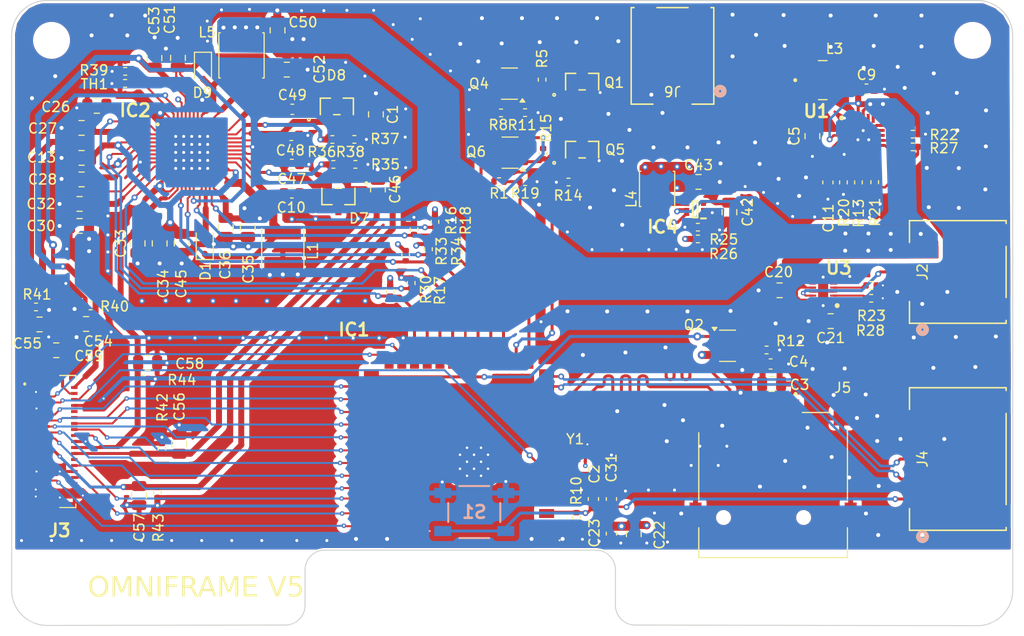
<source format=kicad_pcb>
(kicad_pcb (version 20240108) (generator "pcbnew") (generator_version "8.0")
  (layers (0 "F.Cu" signal) (1 "In1.Cu" power) (2 "In2.Cu" power) (31 "B.Cu" signal) (34 "B.Paste" user) (35 "F.Paste" user) (36 "B.SilkS" user "B.Silkscreen") (37 "F.SilkS" user "F.Silkscreen") (38 "B.Mask" user) (39 "F.Mask" user) (44 "Edge.Cuts" user))
  (net 0 "")
  (net 1 "/VREF")
  (net 2 "/nINT")
  (net 3 "/-15V")
  (net 4 "/-20V")
  (net 5 "/WKUP")
  (net 6 "GND")
  (net 7 "/INT_LDO")
  (net 8 "/15V")
  (net 9 "3V3")
  (net 10 "/22V")
  (net 11 "/VCTRL")
  (net 12 "/VNEG_IN")
  (net 13 "/VCOM")
  (net 14 "/SCL")
  (net 15 "/SDA")
  (net 16 "Net-(C49-Pad2)")
  (net 17 "Net-(D9-K)")
  (net 18 "/VN_SW")
  (net 19 "/PWRUP")
  (net 20 "/PWR_G")
  (net 21 "Net-(D9-A)")
  (net 22 "/VEE_DRV")
  (net 23 "/VEE_D")
  (net 24 "/VEE_FB")
  (net 25 "Net-(IC2-TS)")
  (net 27 "/VDDH_DRV")
  (net 32 "/VDDH_D")
  (net 33 "/VDDH_FB")
  (net 34 "/SOL+")
  (net 35 "/VBAT")
  (net 36 "/VBUS")
  (net 37 "/ISET")
  (net 38 "/PRE-T")
  (net 41 "/TS")
  (net 42 "/USB_P")
  (net 43 "/USB_N")
  (net 44 "/SIG")
  (net 45 "/XCL")
  (net 46 "/XLE")
  (net 47 "/XOE")
  (net 49 "/XSTL")
  (net 50 "/D0")
  (net 51 "/D1")
  (net 52 "/D2")
  (net 53 "/D3")
  (net 54 "/D4")
  (net 55 "/D5")
  (net 56 "/D6")
  (net 57 "/D7")
  (net 62 "/MODE1")
  (net 63 "/SPV")
  (net 64 "/CKV")
  (net 65 "/BORDER")
  (net 67 "/32KP")
  (net 68 "/VOL_EN")
  (net 69 "Net-(C10-Pad2)")
  (net 70 "/BAT_VOL")
  (net 71 "/FB")
  (net 72 "/SOL_VOL")
  (net 73 "/SW")
  (net 74 "Net-(Q4-D)")
  (net 75 "Net-(Q1-D)")
  (net 76 "Net-(Q6-D)")
  (net 77 "Net-(Q5-D)")
  (net 78 "/EN")
  (net 79 "/EPD_VDD")
  (net 81 "/SD_D1")
  (net 82 "/SD_CLK")
  (net 83 "/SD_D0")
  (net 84 "/SD_CMD")
  (net 85 "/SD_D2")
  (net 86 "/SD_D3")
  (net 87 "Net-(U1-VREF_SAMP)")
  (net 88 "Net-(U1-LBOOST)")
  (net 89 "Net-(U1-VRDIV)")
  (net 90 "Net-(U1-VBAT_OV)")
  (net 91 "Net-(U1-OK_HYST)")
  (net 92 "Net-(U1-OK_PROG)")
  (net 99 "Net-(J5-VDD)")
  (net 100 "/SD_EN")
  (footprint "Resistor_SMD:R_0402_1005Metric" (layer "F.Cu") (at 113.115 75.35 180)
    (property "Reference" "R44")
    (property "Value" "100k")
  )
  (footprint "Resistor_SMD:R_0402_1005Metric" (layer "F.Cu") (at 142.3 59.64 90)
    (property "Reference" "R18")
    (property "Value" "10k")
  )
  (footprint "Resistor_SMD:R_0402_1005Metric" (layer "F.Cu") (at 137.825 66.56 90)
    (property "Reference" "R30")
    (property "Value" "10k")
  )
  (footprint "Capacitor_SMD:C_0805_2012Metric" (layer "F.Cu") (at 116.63 43.25 -90)
    (property "Reference" "C51")
    (property "Value" "4u7")
  )
  (footprint "Diode_SMD:D_SOD-323" (layer "F.Cu") (at 119.125 44.3 -90)
    (property "Reference" "D9")
    (property "Value" "BAS3010B-03W")
  )
  (footprint "LPS4018_223MRC:IND_LPS4018-223MRC" (layer "F.Cu") (at 181.035 45.475)
    (property "Reference" "L3")
    (property "Value" "LPS4018-223MRC")
  )
  (footprint "Resistor_SMD:R_0402_1005Metric" (layer "F.Cu") (at 111.36 44.6 180)
    (property "Reference" "R39")
    (property "Value" "43k")
  )
  (footprint "Capacitor_SMD:C_0805_2012Metric" (layer "F.Cu") (at 117 61.8 90)
    (property "Reference" "C45")
    (property "Value" "4u7")
  )
  (footprint "BQ24040:SON40P200X200X80-11N" (layer "F.Cu") (at 181.075 66.614966 180)
    (property "Reference" "U3")
    (property "Value" "BQ24040DSQR" (hide yes))
  )
  (footprint "Resistor_SMD:R_0402_1005Metric" (layer "F.Cu") (at 168.5621 61.35 180)
    (property "Reference" "R26")
    (property "Value" "200k")
  )
  (footprint "Resistor_SMD:R_0402_1005Metric" (layer "F.Cu") (at 140.2 60.39 -90)
    (property "Reference" "R16")
    (property "Value" "10k")
  )
  (footprint "Capacitor_SMD:C_0603_1608Metric" (layer "F.Cu") (at 181.55 55.7 -90)
    (property "Reference" "C11")
    (property "Value" "10n")
  )
  (footprint "Resistor_SMD:R_0402_1005Metric" (layer "F.Cu") (at 134.35 53.9 180)
    (property "Reference" "R35")
    (property "Value" "52k3")
  )
  (footprint "Capacitor_SMD:C_0805_2012Metric" (layer "F.Cu") (at 162.16 90.85 -90)
    (property "Reference" "C23")
    (property "Value" "22u")
  )
  (footprint "Capacitor_SMD:C_0805_2012Metric" (layer "F.Cu") (at 123.6 60.2 -90)
    (property "Reference" "C35")
    (property "Value" "10u")
  )
  (footprint "Resistor_SMD:R_0402_1005Metric" (layer "F.Cu") (at 151.3 55.625 180)
    (property "Reference" "R19")
    (property "Value" "30k")
  )
  (footprint "MSD-1-A:CUI_MSD-1-A" (layer "F.Cu") (at 176.075 85.95)
    (property "Reference" "J5")
    (property "Value" "MSD-1-A")
  )
  (footprint "Resistor_SMD:R_0402_1005Metric" (layer "F.Cu") (at 148.895 48.75 180)
    (property "Reference" "R8")
    (property "Value" "10k")
  )
  (footprint "ESP:ESP32S3WROOM1N8R2" (layer "F.Cu") (at 144.7 86.08 180)
    (property "Reference" "IC1")
    (property "Value" "ESP32-S3-WROOM-1-N8R2" (hide yes))
  )
  (footprint "Resistor_SMD:R_0402_1005Metric" (layer "F.Cu") (at 132.15 53.9)
    (property "Reference" "R36")
    (property "Value" "1M")
  )
  (footprint "Libraries:XTAL4_SiT1533_SIT" (layer "F.Cu") (at 157.424999 82.96 180)
    (property "Reference" "Y1")
    (property "Value" "SIT1533AC-H4-DCC-32.768E")
  )
  (footprint "Capacitor_SMD:C_0805_2012Metric" (layer "F.Cu") (at 176.725 66.484966 180)
    (property "Reference" "C20")
    (property "Value" "1u")
  )
  (footprint "Capacitor_SMD:C_0805_2012Metric" (layer "F.Cu") (at 112.745 87 90)
    (property "Reference" "C57")
    (property "Value" "1uF/50V")
  )
  (footprint "Resistor_SMD:R_0402_1005Metric" (layer "F.Cu") (at 139.375 63.025 90)
    (property "Reference" "R33")
    (property "Value" "10k")
  )
  (footprint "5023520200:CONN02_502352_MOL" (layer "F.Cu") (at 166.025 43.05 180)
    (property "Reference" "J6")
    (property "Value" "5023520200")
  )
  (footprint "Capacitor_SMD:C_0805_2012Metric" (layer "F.Cu") (at 112.6 61.8 90)
    (property "Reference" "C33")
    (property "Value" "4u7")
  )
  (footprint "Resistor_SMD:R_0402_1005Metric" (layer "F.Cu") (at 186.225 55.675 90)
    (property "Reference" "R21")
    (property "Value" "1M1")
  )
  (footprint "Inductor_SMD:L_Vishay_IFSC-1515AH_4x4x1.8mm" (layer "F.Cu") (at 127.1 62.3 -90)
    (property "Reference" "L1")
    (property "Value" "4.7uH 2A")
  )
  (footprint "AP61300:SOTFL50P162X60-6N" (layer "F.Cu") (at 168.2871 58.4 180)
    (property "Reference" "IC4")
    (property "Value" "AP61100" (hide yes))
  )
  (footprint "TPS65185:QFN40P600X600X100-49N-D" (layer "F.Cu") (at 118 52.7)
    (property "Reference" "IC2")
    (property "Value" "TPS65185RSLT" (hide yes))
  )
  (footprint "MountingHole:MountingHole_3.2mm_M3" (layer "F.Cu") (at 104 41.5)
    (property "Reference" "H1" (hide yes))
    (property "Value" "MountingHole")
  )
  (footprint "Inductor_SMD:L_Changjiang_FNR3012S" (layer "F.Cu") (at 164.4871 56.35 90)
    (property "Reference" "L4")
    (property "Value" "NRH3012T1R0NN")
  )
  (footprint "Capacitor_SMD:C_0603_1608Metric" (layer "F.Cu") (at 175.825 73.85)
    (property "Reference" "C4")
    (property "Value" "100n")
  )
  (footprint "Capacitor_SMD:C_0603_1608Metric" (layer "F.Cu") (at 128.053 48.3922)
    (property "Reference" "C49")
    (property "Value" "10n")
  )
  (footprint "Resistor_SMD:R_0402_1005Metric" (layer "F.Cu") (at 185.875 67.284966 180)
    (property "Reference" "R28")
    (property "Value" "590")
  )
  (footprint "Diode_SMD:D_SOD-323" (layer "F.Cu") (at 119.3 61.8 90)
    (property "Reference" "D1")
    (property "Value" "BAS3010B-03W")
  )
  (footprint "Inductor_SMD:L_Changjiang_FNR4012S" (layer "F.Cu") (at 122.975 43 90)
    (property "Reference" "L5")
    (property "Value" "2.2uH 2A")
  )
  (footprint "5023520500:CONN05_502352_MOL" (layer "F.Cu") (at 194.525 83.35 90)
    (property "Reference" "J4")
    (property "Value" "5023520500")
  )
  (footprint "Capacitor_SMD:C_0805_2012Metric" (layer "F.Cu") (at 107 53.25 180)
    (property "Reference" "C13")
    (property "Value" "4u7")
  )
  (footprint "Capacitor_SMD:C_0805_2012Metric" (layer "F.Cu") (at 106.8 57.85)
    (property "Reference" "C32")
    (property "Value" "22u")
  )
  (footprint "Resistor_SMD:R_0402_1005Metric" (layer "F.Cu") (at 155.635 55.66)
    (property "Reference" "R14")
    (property "Value" "47k")
  )
  (footprint "5023520300:CONN03_502352_MOL" (layer "F.Cu") (at 194.525 64.65 90)
    (property "Reference" "J2")
    (property "Value" "5023520300")
  )
  (footprint "Capacitor_SMD:C_0805_2012Metric" (layer "F.Cu") (at 116.75 81.875 -90)
    (property "Reference" "C56")
    (property "Value" "1uF/50V")
  )
  (footprint "Resistor_SMD:R_0402_1005Metric" (layer "F.Cu") (at 107.9 68.05)
    (property "Reference" "R40")
    (property "Value" "47k")
  )
  (footprint "Capacitor_SMD:C_0805_2012Metric" (layer "F.Cu") (at 107 50.25 180)
    (property "Reference" "C27")
    (property "Value" "4u7")
  )
  (footprint "Capacitor_SMD:C_0805_2012Metric" (layer "F.Cu") (at 181.825 69.564966 180)
    (property "Reference" "C21")
    (property "Value" "1u")
  )
  (footprint "MountingHole:MountingHole_3.2mm_M3" (layer "F.Cu") (at 196 96)
    (property "Reference" "H4" (hide yes))
    (property "Value" "MountingHole")
  )
  (footprint "Capacitor_SMD:C_0603_1608Metric" (layer "F.Cu") (at 128 53.9 180)
    (property "Reference" "C47")
    (property "Value" "100n")
  )
  (footprint "Resistor_SMD:R_0402_1005Metric" (layer "F.Cu") (at 111.35 45.8)
    (property "Reference" "TH1")
    (property "Value" "10k/3380K")
  )
  (footprint "Capacitor_SMD:C_0805_2012Metric" (layer "F.Cu") (at 102.8 69.9 180)
    (property "Reference" "C55")
    (property "Value" "1uF/25V")
  )
  (footprint "Capacitor_SMD:C_0805_2012Metric" (layer "F.Cu") (at 127.5 44.425 180)
    (property "Reference" "C52")
    (property "Value" "4u7")
  )
  (footprint "Capacitor_SMD:C_0805_2012Metric" (layer "F.Cu") (at 114.8 61.8 -90)
    (property "Reference" "C34")
    (property "Value" "4u7")
  )
  (footprint "Resistor_SMD:R_0402_1005Metric" (layer "F.Cu") (at 190.025 52.15)
    (property "Reference" "R22")
    (property "Value" "7M68")
  )
  (footprint "MountingHole:MountingHole_3.2mm_M3" (layer "F.Cu") (at 104 96)
    (property "Reference" "H3" (hide yes))
    (property "Value" "MountingHole")
  )
  (footprint "Libraries:SOT-23TO-236_318-08_ONS-M" (layer "F.Cu") (at 157 52.425)
    (property "Reference" "Q5")
    (property "Value" "2N7002")
  )
  (footprint "Capacitor_SMD:C_0805_2012Metric" (layer "F.Cu") (at 168.625 55.65)
    (property "Reference" "C43")
    (property "Value" "10u")
  )
  (footprint "Resistor_SMD:R_0402_1005Metric" (layer "F.Cu") (at 102.45 68.15 180)
    (property "Reference" "R41")
    (property "Value" "47k")
  )
  (footprint "Capacitor_SMD:C_0603_1608Metric" (layer "F.Cu") (at 159.925 87.35 90)
    (property "Reference" "C31")
    (property "Value" "100n")
  )
  (footprint "Capacitor_SMD:C_0805_2012Metric" (layer "F.Cu") (at 180 51.075 -90)
    (property "Reference" "C5")
    (property "Value" "4u7")
  )
  (footprint "Libraries:SOT-23TO-236_318-08_ONS-M" (layer "F.Cu") (at 157 45.625)
    (property "Reference" "Q1")
    (property "Value" "2N7002")
  )
  (footprint "Resistor_SMD:R_0402_1005Metric" (layer "F.Cu") (at 183.1 55.7 90)
    (property "Reference" "R20")
    (property "Value" "5M62")
  )
  (footprint "Resistor_SMD:R_0402_1005Metric" (layer "F.Cu") (at 151.3 48.725 180)
    (property "Reference" "R11")
    (property "Value" "30k")
  )
  (footprint "Capacitor_SMD:C_0805_2012Metric" (layer "F.Cu") (at 106.8 60.05 180)
    (property "Reference" "C30")
    (property "Value" "10u")
  )
  (footprint "Capacitor_SMD:C_0805_2012Metric" (layer "F.Cu") (at 107.45 69.85)
    (property "Reference" "C54")
    (property "Value" "1uF/25V")
  )
  (footprint "Resistor_SMD:R_0402_1005Metric" (layer "F.Cu") (at 185.875 66 180)
    (property "Reference" "R23")
    (property "Value" "2k")
  )
  (footprint "Libraries:SOT-23TO-236_318-08_ONS-M" (layer "F.Cu") (at 132.6555 57.1 180)
    (property "Reference" "D7")
    (property "Value" "BAV99,215")
  )
  (footprint "Resistor_SMD:R_0402_1005Metric" (layer "F.Cu") (at 175.425 72.45 180)
    (property "Reference" "R12")
    (property "Value" "47k")
  )
  (footprint "Resistor_SMD:R_0402_1005Metric" (layer "F.Cu") (at 190.025 50.875 180)
    (property "Reference" "R27")
    (property "Value" "4M22")
  )
  (footprint "bq25505:QFN50P350X350X100-21N-D" (layer "F.Cu") (at 185.075 51)
    (property "Reference" "U1")
    (property "Value" "BQ25505" (hide yes))
  )
  (footprint "Capacitor_SMD:C_0805_2012Metric" (layer "F.Cu") (at 126.575 40.5 90)
    (property "Reference" "C50")
    (property "Value" "10u")
  )
  (footprint "Capacitor_SMD:C_0603_1608Metric" (layer "F.Cu") (at 185.4 46.375)
    (property "Reference" "C9")
    (property "Value" "10n")
  )
  (footprint "Resistor_SMD:R_0402_1005Metric" (layer "F.Cu") (at 153.1 52.825 90)
    (property "Reference" "R15")
    (property "Value" "10k")
  )
  (footprint "Capacitor_SMD:C_0805_2012Metric" (layer "F.Cu") (at 114.28 43.27 -90)
    (property "Reference" "C53")
    (property "Value" "4u7")
  )
  (footprint "Capacitor_SMD:C_0805_2012Metric" (layer "F.Cu") (at 175.925 75.85)
    (property "Reference" "C3")
    (property "Value" "22u")
  )
  (footprint "Resistor_SMD:R_0402_1005Metric" (layer "F.Cu") (at 132.05 51.4078)
    (property "Reference" "R38")
    (property "Value" "1M")
  )
  (footprint "Resistor_SMD:R_0402_1005Metric" (layer "F.Cu") (at 141.65 62.375 90)
    (property "Reference" "R34")
    (property "Value" "10k")
  )
  (footprint "Capacitor_SMD:C_0805_2012Metric" (layer "F.Cu") (at 136.4 48.9 -90)
    (property "Reference" "C1")
    (property "Value" "2u2")
  )
  (footprint "Capacitor_SMD:C_0805_2012Metric" (layer "F.Cu") (at 121.4 60.2 90)
    (property "Reference" "C36")
    (property "Value" "22u")
  )
  (footprint "Resistor_SMD:R_0402_1005Metric" (layer "F.Cu") (at 148.7 55.625 180)
    (property "Reference" "R1")
    (property "Value" "10k")
  )
  (footprint "Resistor_SMD:R_0402_1005Metric" (layer "F.Cu") (at 153 45.425 90)
    (property "Reference" "R5")
    (property "Value" "10k")
  )
  (footprint "Capacitor_SMD:C_0805_2012Metric" (layer "F.Cu") (at 108.525 48.05)
    (property "Reference" "C26")
    (property "Value" "4u7")
  )
  (footprint "Capacitor_SMD:C_0603_1608Metric" (layer "F.Cu") (at 158.125 87.35 90)
    (property "Reference" "C2")
    (property "Value" "100n")
  )
  (footprint "Package_TO_SOT_SMD:SOT-23-3" (layer "F.Cu") (at 171.525 72.03)
    (property "Reference" "Q2")
    (property "Value" "BSS84-7-F")
  )
  (footprint "Capacitor_SMD:C_0805_2012Metric" (layer "F.Cu") (at 136.603 56.3922 -90)
    (property "Reference" "C46")
    (property "Value" "2u2")
  )
  (footprint "MountingHole:MountingHole_3.2mm_M3" (layer "F.Cu") (at 196 41.5)
    (property "Reference" "H2" (hide yes))
    (property "Value" "MountingHole")
  )
  (footprint "Libraries:FH26W39S03SHW60" (layer "F.Cu") (at 104.825 81.6 -90)
    (property "Reference" "J3")
    (property "Value" "FH26W-39S-0.3SHW(60)" (hide yes))
  )
  (footprint "Resistor_SMD:R_0402_1005Metric" (layer "F.Cu") (at 115.025 82.315 -90)
    (property "Reference" "R42")
    (property "Value" "47k")
  )
  (footprint "Capacitor_SMD:C_0603_1608Metric" (layer "F.Cu") (at 159.925 90.81 -90)
    (property "Reference" "C22")
    (property "Value" "100n")
  )
  (footprint "Libraries:SOT-23TO-236_318-08_ONS-M" (layer "F.Cu") (at 132.5 48.1)
    (property "Reference" "D8")
    (property "Value" "BAV99,215")
  )
  (footprint "Capacitor_SMD:C_0603_1608Metric" (layer "F.Cu") (at 128 56.75)
    (property "Reference" "C10")
    (property "Value" "10n")
  )
  (footprint "Resistor_SMD:R_0402_1005Metric" (layer "F.Cu") (at 134.25 51.4 180)
    (property "Reference" "R37")
    (property "Value" "41k6")
  )
  (footprint "Capacitor_SMD:C_0805_2012Metric" (layer "F.Cu") (at 171.7121 58.675 -90)
    (property "Reference" "C42")
    (property "Value" "22u")
  )
  (footprint "Capacitor_SMD:C_0805_2012Metric" (layer "F.Cu") (at 104.475 72.48 180)
    (property "Reference" "C59")
    (property "Value" "10u")
  )
  (footprint "Resistor_SMD:R_0402_1005Metric" (layer "F.Cu") (at 184.6 55.7 -90)
    (property "Reference" "R13")
    (property "Value" "7M32")
  )
  (footprint "Capacitor_SMD:C_0805_2012Metric" (layer "F.Cu") (at 107 55.4)
    (property "Reference" "C28")
    (property "Value" "4u7")
  )
  (footprint "Resistor_SMD:R_0402_1005Metric" (layer "F.Cu") (at 114.575 86.7 90)
    (property "Reference" "R43")
    (property "Value" "47k")
  )
  (footprint "Package_TO_SOT_SMD:SOT-23-3" (layer "F.Cu") (at 149.8 52.725 180)
    (property "Reference" "Q6")
    (property "Value" "BSS84-7-F")
  )
  (footprint "Package_TO_SOT_SMD:SOT-23-3" (layer "F.Cu") (at 149.7375 45.825 180)
    (property "Reference" "Q4")
    (property "Value" "BSS84-7-F")
  )
  (footprint "Capacitor_SMD:C_0805_2012Metric" (layer "F.Cu") (at 113.6 73.725 180)
    (property "Reference" "C58")
    (property "Value" "1uF/25V")
  )
  (footprint "Resistor_SMD:R_0402_1005Metric" (layer "F.Cu") (at 168.5621 60.175)
    (property "Reference" "R25")
    (property "Value" "44k2")
  )
  (footprint "Resistor_SMD:R_0402_1005Metric" (layer "F.Cu") (at 139.925 65.76 -90)
    (property "Reference" "R17")
    (property "Value" "10k")
  )
  (footprint "Capacitor_SMD:C_0603_1608Metric" (layer "F.Cu") (at 127.95 51)
    (property "Reference" "C48")
    (property "Value" "100n")
  )
  (footprint "Resistor_SMD:R_0402_1005Metric" (layer "F.Cu") (at 156.425 89.22 -90)
    (property "Reference" "R10")
    (property "Value" "47k")
  )
  (footprint "TS18-5-25-SL-260-SMT-TR:TS18525SL260SMTTR" (layer "B.Cu") (at 146.225 88.65)
    (property "Reference" "S1")
    (property "Value" "TS5216A 160gf 025" (hide yes))
  )
  (gr_poly (pts (xy 167.8621 56.55) (xy 163.1621 56.55) (xy 162.8371 56.25) (xy 162.8371 54.1) (xy 163.2371 53.75) (xy 167.7121 53.75) (xy 168.0871 54.15) (xy 168.0871 56.35)) (stroke (width 0.2)) (fill solid) (layer "F.Cu") (net 9))
  (gr_poly (pts (xy 124.9 42.1) (xy 129.3 42.05) (xy 129.55 41.875) (xy 129.55 40.875) (xy 129.2 40.625) (xy 125.575 40.625) (xy 125.275 40.25) (xy 124.875 39.775) (xy 120.975 39.775) (xy 120.625 40.225) (xy 120.625 40.675) (xy 120.625 41.725) (xy 120.9 42.1)) (stroke (width 0.15)) (fill solid) (layer "F.Cu") (net 35))
  (gr_poly (pts (xy 107.3 87.1) (xy 107.3 86.8) (xy 106.8 86.4) (xy 104.4 86.4) (xy 103.8 86.1) (xy 102.6 86.1) (xy 102.3 86.3) (xy 102.2 87.2) (xy 102.4 87.5) (xy 104.7 87.5) (xy 105.1 87.2) (xy 107.1 87.2)) (stroke (width 0.2)) (fill solid) (layer "F.Cu") (net 6))
  (gr_poly (pts (xy 104.7 84.6) (xy 104.5 84.9) (xy 102.8 84.9) (xy 102.5 84.6) (xy 102.8 84.3) (xy 104.4 84.3) (xy 104.8 84.6)) (stroke (width 0.2)) (fill solid) (layer "F.Cu") (net 6))
  (gr_poly (pts (xy 128.9 63.25) (xy 129.15 63.95) (xy 129.1 64.85) (xy 128.65 65.35) (xy 125.75 65.35) (xy 125.35 64.95) (xy 125.35 63.25)) (stroke (width 0.2)) (fill solid) (layer "F.Cu") (net 6))
  (gr_line (start 103.550499 99.985741) (end 127.337563 99.950039) (stroke (width 0.1)) (layer "Edge.Cuts"))
  (gr_arc (start 200.01124 96.474501) (mid 198.975499 98.975) (end 196.475 100.010741) (stroke (width 0.1)) (layer "Edge.Cuts"))
  (gr_arc (start 162.325 99.949999) (mid 160.911518 99.372367) (end 160.324961 97.962564) (stroke (width 0.1)) (layer "Edge.Cuts"))
  (gr_arc (start 103.550499 99.985741) (mid 101.05 98.95) (end 100.014259 96.449501) (stroke (width 0.1)) (layer "Edge.Cuts"))
  (gr_line (start 200.01124 96.474501) (end 200.010741 41.050499) (stroke (width 0.1)) (layer "Edge.Cuts"))
  (gr_arc (start 196.474501 37.514259) (mid 198.975 38.55) (end 200.010741 41.050499) (stroke (width 0.1)) (layer "Edge.Cuts"))
  (gr_arc (start 129.325001 94.45) (mid 129.902633 93.036518) (end 131.312436 92.449961) (stroke (width 0.1)) (layer "Edge.Cuts"))
  (gr_line (start 158.325 92.45) (end 131.312436 92.449961) (stroke (width 0.1)) (layer "Edge.Cuts"))
  (gr_arc (start 158.325 92.45004) (mid 159.738455 93.027661) (end 160.325 94.437436) (stroke (width 0.1)) (layer "Edge.Cuts"))
  (gr_line (start 162.325 99.95) (end 196.475 100.010741) (stroke (width 0.1)) (layer "Edge.Cuts"))
  (gr_line (start 160.325 94.437436) (end 160.324961 97.962564) (stroke (width 0.1)) (layer "Edge.Cuts"))
  (gr_line (start 196.474501 37.514259) (end 103.550499 37.514259) (stroke (width 0.1)) (layer "Edge.Cuts"))
  (gr_line (start 100.014259 41.050499) (end 100.014259 96.449501) (stroke (width 0.1)) (layer "Edge.Cuts"))
  (gr_line (start 129.325 94.45) (end 129.324999 97.95) (stroke (width 0.1)) (layer "Edge.Cuts"))
  (gr_arc (start 100.014259 41.050499) (mid 101.05 38.55) (end 103.550499 37.514259) (stroke (width 0.1)) (layer "Edge.Cuts"))
  (gr_arc (start 129.324999 97.95) (mid 128.747355 99.363472) (end 127.337563 99.950039) (stroke (width 0.1)) (layer "Edge.Cuts"))
  (gr_text "OMNIFRAME V5" (at 107.615 97.43 0) (layer "F.SilkS") (effects (font (size 2 2)) (justify left bottom)))
  (segment (start 112.6 48.75) (end 111.9 48.05) (width 0.4) (layer "F.Cu") (net 1))
  (segment (start 111.9 48.05) (end 109.475 48.05) (width 0.4) (layer "F.Cu") (net 1))
  (segment (start 112.7 48.85) (end 112.825 48.975) (width 0.3) (layer "F.Cu") (net 1))
  (segment (start 115.05 50.5) (end 114.35 50.5) (width 0.2) (layer "F.Cu") (net 1))
  (segment (start 114.35 50.5) (end 112.825 48.975) (width 0.2) (layer "F.Cu") (net 1))
  (segment (start 112.6 48.75) (end 112.7 48.85) (width 0.3) (layer "F.Cu") (net 1))
  (segment (start 137.825 67.07) (end 138.82 67.07) (width 0.3) (layer "F.Cu") (net 2))
  (segment (start 138.82 67.07) (end 140.255 68.505) (width 0.3) (layer "F.Cu") (net 2))
  (segment (start 140.255 68.505) (end 140.255 73.58) (width 0.3) (layer "F.Cu") (net 2))
  (segment (start 109.85 49.6) (end 112.636396 49.6) (width 0.2) (layer "F.Cu") (net 2))
  (segment (start 113.936396 50.9) (end 115.05 50.9) (width 0.2) (layer "F.Cu") (net 2))
  (segment (start 136.625 67.06) (end 137.735 67.06) (width 0.3) (layer "F.Cu") (net 2))
  (segment (start 112.636396 49.6) (end 113.936396 50.9) (width 0.2) (layer "F.Cu") (net 2))
  (via (at 136.625 67.06) (size 0.6) (drill 0.3) (layers "F.Cu" "B.Cu") (net 2))
  (via (at 109.85 49.6) (size 0.6) (drill 0.3) (layers "F.Cu" "B.Cu") (net 2))
  (segment (start 112.725 66.8) (end 136.315 66.8) (width 0.25) (layer "B.Cu") (net 2))
  (segment (start 108.925 50.525) (end 108.925 53.9) (width 0.25) (layer "B.Cu") (net 2))
  (segment (start 108.925 53.9) (end 110.425 55.4) (width 0.25) (layer "B.Cu") (net 2))
  (segment (start 110.425 64.5) (end 112.725 66.8) (width 0.25) (layer "B.Cu") (net 2))
  (segment (start 136.6 67.085) (end 136.625 67.06) (width 0.3) (layer "B.Cu") (net 2))
  (segment (start 136.315 66.8) (end 136.6 67.085) (width 0.25) (layer "B.Cu") (net 2))
  (segment (start 109.85 49.6) (end 108.925 50.525) (width 0.25) (layer "B.Cu") (net 2))
  (segment (start 110.425 55.4) (end 110.425 64.5) (width 0.25) (layer "B.Cu") (net 2))
  (segment (start 107.05 52.15) (end 107.05 51.9) (width 0.4) (layer "F.Cu") (net 3))
  (segment (start 112.6 50.85) (end 112.4 50.65) (width 0.6) (layer "F.Cu") (net 3))
  (segment (start 107.5 56.6) (end 111.05 56.6) (width 0.2) (layer "F.Cu") (net 3))
  (segment (start 112.6 50.85) (end 112.75 51) (width 0.4) (layer "F.Cu") (net 3))
  (segment (start 115.05 51.3) (end 113.5 51.3) (width 0.2) (layer "F.Cu") (net 3))
  (segment (start 113.95 53.7) (end 115.05 53.7) (width 0.2) (layer "F.Cu") (net 3))
  (segment (start 112.75 51) (end 113.2 51) (width 0.4) (layer "F.Cu") (net 3))
  (segment (start 101.95 74.85) (end 101.95 53.7) (width 0.6) (layer "F.Cu") (net 3))
  (segment (start 102.1425 75.0425) (end 103 75.9) (width 0.3) (layer "F.Cu") (net 3))
  (segment (start 102.1425 75.0425) (end 101.95 74.85) (width 0.6) (layer "F.Cu") (net 3))
  (segment (start 101.95 53.7) (end 104 51.65) (width 0.6) (layer "F.Cu") (net 3))
  (segment (start 103 75.9) (end 103.4 75.9) (width 0.3) (layer "F.Cu") (net 3))
  (segment (start 107.05 52.15) (end 107 52.2) (width 0.2) (layer "F.Cu") (net 3))
  (segment (start 107.05 51.9) (end 106.89 51.74) (width 0.4) (layer "F.Cu") (net 3))
  (segment (start 106.975 52.15) (end 106.975 52) (width 0.4) (layer "F.Cu") (net 3))
  (segment (start 113.5 51.3) (end 113.3 51.1) (width 0.2) (layer "F.Cu") (net 3))
  (segment (start 112.4 50.65) (end 108.35 50.65) (width 0.6) (layer "F.Cu") (net 3))
  (segment (start 106.89 51.66) (end 107.11 51.66) (width 0.6) (layer "F.Cu") (net 3))
  (segment (start 106.975 52) (end 106.625 51.65) (width 0.4) (layer "F.Cu") (net 3))
  (segment (start 107.95 50.82) (end 107.95 50.25) (width 0.6) (layer "F.Cu") (net 3))
  (segment (start 108.35 50.65) (end 107.95 50.25) (width 0.6) (layer "F.Cu") (net 3))
  (segment (start 107.11 51.66) (end 107.95 50.82) (width 0.6) (layer "F.Cu") (net 3))
  (segment (start 107 56.1) (end 107.5 56.6) (width 0.2) (layer "F.Cu") (net 3))
  (segment (start 104 51.65) (end 106.8 51.65) (width 0.6) (layer "F.Cu") (net 3))
  (segment (start 111.05 56.6) (end 113.95 53.7) (width 0.2) (layer "F.Cu") (net 3))
  (segment (start 107 52.2) (end 107 56.1) (width 0.2) (layer "F.Cu") (net 3))
  (segment (start 113.2 51) (end 113.3 51.1) (width 0.4) (layer "F.Cu") (net 3))
  (segment (start 136.475 59.3) (end 120.725 75.05) (width 0.6) (layer "F.Cu") (net 4))
  (segment (start 136.475 57.5447) (end 136.475 59.3) (width 0.6) (layer "F.Cu") (net 4))
  (segment (start 120.725 79.975) (end 117.875 82.825) (width 0.6) (layer "F.Cu") (net 4))
  (segment (start 125.7 54.7) (end 124.3 54.7) (width 0.3) (layer "F.Cu") (net 4))
  (segment (start 120.725 75.05) (end 120.725 79.975) (width 0.6) (layer "F.Cu") (net 4))
  (segment (start 122.822183 53.3) (end 120.95 53.3) (width 0.2) (layer "F.Cu") (net 4))
  (segment (start 133.549774 56.0078) (end 133.608 56.0078) (width 0.6) (layer "F.Cu") (net 4))
  (segment (start 124.3 54.7) (end 124.222183 54.7) (width 0.2) (layer "F.Cu") (net 4))
  (segment (start 135.3053 56.375) (end 136.475 57.5447) (width 0.6) (layer "F.Cu") (net 4))
  (segment (start 117.875 82.825) (end 111.99 82.825) (width 0.6) (layer "F.Cu") (net 4))
  (segment (start 131.64 54.098026) (end 133.549774 56.0078) (width 0.4) (layer "F.Cu") (net 4))
  (segment (start 111.965 82.8) (end 111.99 82.825) (width 0.3) (layer "F.Cu") (net 4))
  (segment (start 106.275 82.8) (end 111.965 82.8) (width 0.3) (layer "F.Cu") (net 4))
  (segment (start 124.222183 54.7) (end 122.822183 53.3) (width 0.2) (layer "F.Cu") (net 4))
  (segment (start 131.64 53.9) (end 130.96525 53.9) (width 0.6) (layer "F.Cu") (net 4))
  (segment (start 133.6447 56.375) (end 135.3053 56.375) (width 0.6) (layer "F.Cu") (net 4))
  (via (at 125.7 54.7) (size 0.6) (drill 0.3) (layers "F.Cu" "B.Cu") (net 4))
  (via (at 130.95 53.9) (size 0.6) (drill 0.3) (layers "F.Cu" "B.Cu") (net 4))
  (segment (start 130 54.85) (end 125.85 54.85) (width 0.4) (layer "B.Cu") (net 4))
  (segment (start 130.95 53.9) (end 130 54.85) (width 0.4) (layer "B.Cu") (net 4))
  (segment (start 125.85 54.85) (end 125.7 54.7) (width 0.4) (layer "B.Cu") (net 4))
  (segment (start 138.925 66.31) (end 139.885 66.31) (width 0.3) (layer "F.Cu") (net 5))
  (segment (start 141.525 67.55) (end 141.525 73.58) (width 0.3) (layer "F.Cu") (net 5))
  (segment (start 111.9 52.1) (end 115.05 52.1) (width 0.2) (layer "F.Cu") (net 5))
  (segment (start 109.775 53.175) (end 110.1 52.85) (width 0.2) (layer "F.Cu") (net 5))
  (segment (start 139.885 66.31) (end 139.925 66.27) (width 0.4) (layer "F.Cu") (net 5))
  (segment (start 111.15 52.85) (end 111.9 52.1) (width 0.2) (layer "F.Cu") (net 5))
  (segment (start 139.885 66.31) (end 140.285 66.31) (width 0.3) (layer "F.Cu") (net 5))
  (segment (start 110.1 52.85) (end 111.15 52.85) (width 0.2) (layer "F.Cu") (net 5))
  (segment (start 140.285 66.31) (end 141.525 67.55) (width 0.3) (layer "F.Cu") (net 5))
  (via (at 138.925 66.31) (size 0.6) (drill 0.3) (layers "F.Cu" "B.Cu") (net 5))
  (via (at 109.775 53.175) (size 0.6) (drill 0.3) (layers "F.Cu" "B.Cu") (net 5))
  (segment (start 109.7 53.25) (end 109.7 53.975305) (width 0.25) (layer "B.Cu") (net 5))
  (segment (start 110.925 64.3) (end 112.91 66.285) (width 0.25) (layer "B.Cu") (net 5))
  (segment (start 112.91 66.285) (end 138.9 66.285) (width 0.25) (layer "B.Cu") (net 5))
  (segment (start 109.775 53.175) (end 109.7 53.25) (width 0.3) (layer "B.Cu") (net 5))
  (segment (start 109.7 53.975305) (end 110.925 55.200305) (width 0.25) (layer "B.Cu") (net 5))
  (segment (start 110.925 55.200305) (end 110.925 64.3) (width 0.25) (layer "B.Cu") (net 5))
  (segment (start 138.9 66.285) (end 138.925 66.31) (width 0.3) (layer "B.Cu") (net 5))
  (segment (start 106.275 87) (end 107.125 87) (width 0.3) (layer "F.Cu") (net 6))
  (segment (start 117 62.75) (end 117 63.8) (width 0.8) (layer "F.Cu") (net 6))
  (segment (start 128.775 53.9) (end 129.7 53.9) (width 0.6) (layer "F.Cu") (net 6))
  (segment (start 181.55 56.59625) (end 181.55 57.375) (width 0.6) (layer "F.Cu") (net 6))
  (segment (start 102.96 68.15) (end 103.4 68.15) (width 0.6) (layer "F.Cu") (net 6))
  (segment (start 147.6 85.02) (end 147.6 82.22) (width 0.6) (layer "F.Cu") (net 6))
  (segment (start 110.6 53.85) (end 110.85 53.85) (width 0.2) (layer "F.Cu") (net 6))
  (segment (start 124.05 52.1) (end 120.95 52.1) (width 0.2) (layer "F.Cu") (net 6))
  (segment (start 106.5 68.55) (end 106.3 68.35) (width 0.8) (layer "F.Cu") (net 6))
  (segment (start 115.85 56.6) (end 115.35 56.6) (width 0.2) (layer "F.Cu") (net 6))
  (segment (start 121.4 61.35) (end 122.15 62.1) (width 0.6) (layer "F.Cu") (net 6))
  (segment (start 103.715 71.15) (end 103.7 71.165) (width 0.6) (layer "F.Cu") (net 6))
  (segment (start 118.425 61.875) (end 118.3 62) (width 0.6) (layer "F.Cu") (net 6))
  (segment (start 106.275 86.4) (end 106.275 87) (width 0.3) (layer "F.Cu") (net 6))
  (segment (start 105 55.35) (end 106 55.35) (width 0.8) (layer "F.Cu") (net 6))
  (segment (start 144.8 83.62) (end 147.6 83.62) (width 0.6) (layer "F.Cu") (net 6))
  (segment (start 157.05 86.575) (end 161.3 86.575) (width 0.6) (layer "F.Cu") (net 6))
  (segment (start 115.42 42.32) (end 114.28 42.32) (width 0.8) (layer "F.Cu") (net 6))
  (segment (start 144.8 82.22) (end 147.6 82.22) (width 0.6) (layer "F.Cu") (net 6))
  (segment (start 112.6 62.75) (end 112.6 63.8) (width 0.8) (layer "F.Cu") (net 6))
  (segment (start 168.01065 60.175) (end 167.2621 60.175) (width 0.6) (layer "F.Cu") (net 6))
  (segment (start 140.2 59.88) (end 140.2 59.19) (width 0.6) (layer "F.Cu") (net 6))
  (segment (start 121.4 61.15) (end 123.6 61.15) (width 0.6) (layer "F.Cu") (net 6))
  (segment (start 107.575 48.05) (end 107.575 48.425) (width 0.4) (layer "F.Cu") (net 6))
  (segment (start 186.025 50.05) (end 185.075 51) (width 0.2) (layer "F.Cu") (net 6))
  (segment (start 118.3 62) (end 117.55 62.75) (width 0.6) (layer "F.Cu") (net 6))
  (segment (start 102.6 76.5) (end 102.45 76.65) (width 0.3) (layer "F.Cu") (net 6))
  (segment (start 103.75 69.9) (end 103.75 68.5) (width 0.8) (layer "F.Cu") (net 6))
  (segment (start 160.86 91.75) (end 162.11 91.75) (width 0.6) (layer "F.Cu") (net 6))
  (segment (start 103.4 68.15) (end 103.75 68.5) (width 0.6) (layer "F.Cu") (net 6))
  (segment (start 176 72.45) (end 176.725 72.45) (width 0.6) (layer "F.Cu") (net 6))
  (segment (start 138.95 65.225) (end 139.85 65.225) (width 0.4) (layer "F.Cu") (net 6))
  (segment (start 106.6 68.05) (end 106.3 68.35) (width 0.6) (layer "F.Cu") (net 6))
  (segment (start 113.625 75.35) (end 114.365 75.35) (width 0.6) (layer "F.Cu") (net 6))
  (segment (start 110.85 44.6) (end 110.85 45.79) (width 0.6) (layer "F.Cu") (net 6))
  (segment (start 156.925 86.45) (end 157.05 86.575) (width 0.6) (layer "F.Cu") (net 6))
  (segment (start 118.6 47.9) (end 118.6 49.75) (width 0.2) (layer "F.Cu") (net 6))
  (segment (start 184.125 50.05) (end 185.075 51) (width 0.2) (layer "F.Cu") (net 6))
  (segment (start 157.9922 46.715) (end 158.8 46.715) (width 0.6) (layer "F.Cu") (net 6))
  (segment (start 115.8 49.25) (end 115.3 48.75) (width 0.2) (layer "F.Cu") (net 6))
  (segment (start 161.885 91.745) (end 163.455 91.745) (width 0.6) (layer "F.Cu") (net 6))
  (segment (start 102.625 87.3) (end 102.425 87.1) (width 0.3) (layer "F.Cu") (net 6))
  (segment (start 134.86 53.9) (end 135.6 53.9) (width 0.6) (layer "F.Cu") (net 6))
  (segment (start 110.85 53.85) (end 112.2 52.5) (width 0.2) (layer "F.Cu") (net 6))
  (segment (start 105.85 57.85) (end 105.85 55.6) (width 0.8) (layer "F.Cu") (net 6))
  (segment (start 181.075 66.614966) (end 181.075 68.014966) (width 0.6) (layer "F.Cu") (net 6))
  (segment (start 183.375 50) (end 183.425 50.05) (width 0.2) (layer "F.Cu") (net 6))
  (segment (start 186.475 50.05) (end 186.025 50.05) (width 0.25) (layer "F.Cu") (net 6))
  (segment (start 116.63 41.28) (end 116.63 42.3) (width 0.8) (layer "F.Cu") (net 6))
  (segment (start 106.5 69.85) (end 106.5 68.55) (width 0.8) (layer "F.Cu") (net 6))
  (segment (start 160.6 91.49) (end 160.125 91.49) (width 0.6) (layer "F.Cu") (net 6))
  (segment (start 102.725 86.1) (end 102.425 86.4) (width 0.3) (layer "F.Cu") (net 6))
  (segment (start 129.565 44.435) (end 129.575 44.425) (width 0.8) (layer "F.Cu") (net 6))
  (segment (start 120.2 61.875) (end 120.925 61.15) (width 0.6) (layer "F.Cu") (net 6))
  (segment (start 117.55 62.75) (end 117 62.75) (width 0.6) (layer "F.Cu") (net 6))
  (segment (start 103.75 68.5) (end 103.85 68.4) (width 0.6) (layer "F.Cu") (net 6))
  (segment (start 110.85 45.79) (end 110.84 45.8) (width 0.6) (layer "F.Cu") (net 6))
  (segment (start 106 55.35) (end 106.05 55.4) (width 0.8) (layer "F.Cu") (net 6))
  (segment (start 170 58.725) (end 169.675 58.4) (width 0.3) (layer "F.Cu") (net 6))
  (segment (start 116.6 41.25) (end 116.63 41.28) (width 0.8) (layer "F.Cu") (net 6))
  (segment (start 180.025 66.614966) (end 181.075 66.614966) (width 0.2) (layer "F.Cu") (net 6))
  (segment (start 144.8 85.02) (end 147.6 85.02) (width 0.6) (layer "F.Cu") (net 6))
  (segment (start 157.9461 53.525) (end 158.7 53.525) (width 0.6) (layer "F.Cu") (net 6))
  (segment (start 151.81 55.625) (end 152.5 55.625) (width 0.6) (layer "F.Cu") (net 6))
  (segment (start 114.575 87.21) (end 114.575 88) (width 0.6) (layer "F.Cu") (net 6))
  (segment (start 126.55 38.5) (end 126.55 39.4) (width 0.8) (layer "F.Cu") (net 6))
  (segment (start 115.44 42.3) (end 116.63 42.3) (width 0.8) (layer "F.Cu") (net 6))
  (segment (start 106.05 50.25) (end 105 50.25) (width 0.8) (layer "F.Cu") (net 6))
  (segment (start 165.039999 48.735001) (end 165.039999 46.2853) (width 0.8) (layer "F.Cu") (net 6))
  (segment (start 105.025 87) (end 104.825 87.2) (width 0.3) (layer "F.Cu") (net 6))
  (segment (start 190.6075 50.875) (end 191.3 50.875) (width 0.6) (layer "F.Cu") (net 6))
  (segment (start 185.35 88.8) (end 183.825 88.8) (width 0.8) (layer "F.Cu") (net 6))
  (segment (start 137.515 91.34) (end 135.915 91.34) (width 0.8) (layer "F.Cu") (net 6))
  (segment (start 176.725 75.825) (end 176.725 73.975) (width 0.6) (layer "F.Cu") (net 6))
  (segment (start 151.81 48.725) (end 152.6 48.725) (width 0.6) (layer "F.Cu") (net 6))
  (segment (start 103.75 71.115) (end 103.75 69.9) (width 0.6) (layer "F.Cu") (net 6))
  (segment (start 106.275 87) (end 105.025 87) (width 0.3) (layer "F.Cu") (net 6))
  (segment (start 160.55 91.75) (end 160.6 91.8) (width 0.6) (layer "F.Cu") (net 6))
  (segment (start 112.6 62.75) (end 117 62.75) (width 0.8) (layer "F.Cu") (net 6))
  (segment (start 112.869622 53.669622) (end 113.239244 53.3) (width 0.2) (layer "F.Cu") (net 6))
  (segment (start 110.84 45.8) (end 110.05 45.8) (width 0.6) (layer "F.Cu") (net 6))
  (segment (start 119.05 47.45) (end 118.6 47.9) (width 0.2) (layer "F.Cu") (net 6))
  (segment (start 107.385 48.15) (end 107.285 48.25) (width 0.6) (layer "F.Cu") (net 6))
  (segment (start 174.625 66.494966) (end 175.735 66.494966) (width 0.8) (layer "F.Cu") (net 6))
  (segment (start 103.4 87.3) (end 102.625 87.3) (width 0.3) (layer "F.Cu") (net 6))
  (segment (start 121.4 61.15) (end 121.4 61.35) (width 0.6) (layer "F.Cu") (net 6))
  (segment (start 167.2621 60.175) (end 167.2121 60.175) (width 0.4) (layer "F.Cu") (net 6))
  (segment (start 169.675 58.4) (end 169.1 58.4) (width 0.3) (layer "F.Cu") (net 6))
  (segment (start 157.523974 81.888975) (end 157.523974 82.514001) (width 0.3) (layer "F.Cu") (net 6))
  (segment (start 103.7 71.165) (end 103.7 72.48) (width 0.6) (layer "F.Cu") (net 6))
  (segment (start 183.425 50.05) (end 184.125 50.05) (width 0.2) (layer "F.Cu") (net 6))
  (segment (start 180.71 69.564966) (end 179.625 69.564966) (width 0.8) (layer "F.Cu") (net 6))
  (segment (start 193.477702 66.6473) (end 190.975 66.6473) (width 0.8) (layer "F.Cu") (net 6))
  (segment (start 134.76 51.4) (end 135.45 51.4) (width 0.6) (layer "F.Cu") (net 6))
  (segment (start 155.05 91.34) (end 153.45 91.34) (width 0.8) (layer "F.Cu") (net 6))
  (segment (start 106.275 81.6) (end 107.4 81.6) (width 0.3) (layer "F.Cu") (net 6))
  (segment (start 103.4 84.9) (end 104.525 84.9) (width 0.3) (layer "F.Cu") (net 6))
  (segment (start 115.3 48.75) (end 114.85 48.75) (width 0.2) (layer "F.Cu") (net 6))
  (segment (start 185.575 50.5) (end 185.075 51) (width 0.2) (layer "F.Cu") (net 6))
  (segment (start 160.725 91.745) (end 160.74 91.76) (width 0.6) (layer "F.Cu") (net 6))
  (segment (start 136.403 47.95) (end 136.403 46.7922) (width 0.8) (layer "F.Cu") (net 6))
  (segment (start 103.4 84.9) (end 102.8 84.9) (width 0.3) (layer "F.Cu") (net 6))
  (segment (start 128.725 51) (end 129.6 51) (width 0.6) (layer "F.Cu") (net 6))
  (segment (start 120.2 61.875) (end 118.425 61.875) (width 0.6) (layer "F.Cu") (net 6))
  (segment (start 106.05 53.25) (end 105 53.25) (width 0.8) (layer "F.Cu") (net 6))
  (segment (start 104.725 87.3) (end 104.825 87.2) (width 0.3) (layer "F.Cu") (net 6))
  (segment (start 172.825 78.2) (end 172.825 76.725) (width 0.7) (layer "F.Cu") (net 6))
  (segment (start 109.2 77.3) (end 108.5 78) (width 0.3) (layer "F.Cu") (net 6))
  (segment (start 139.85 65.325) (end 139.925 65.25) (width 0.4) (layer "F.Cu") (net 6))
  (segment (start 182.125 66.614966) (end 181.075 66.614966) (width 0.2) (layer "F.Cu") (net 6))
  (segment (start 144.8 82.22) (end 144.8 85.02) (width 0.6) (layer "F.Cu") (net 6))
  (segment (start 116.2 55.65) (end 116.2 56.25) (width 0.2) (layer "F.Cu") (net 6))
  (segment (start 183.375 52) (end 183.2 52.175) (width 0.3) (layer "F.Cu") (net 6))
  (segment (start 176.725 73.975) (end 176.6 73.85) (width 0.6) (layer "F.Cu") (net 6))
  (segment (start 102.8 84.3) (end 102.5 84.6) (width 0.3) (layer "F.Cu") (net 6))
  (segment (start 107.39 68.05) (end 106.6 68.05) (width 0.6) (layer "F.Cu") (net 6))
  (segment (start 103.4 78.3) (end 102.5 78.3) (width 0.3) (layer "F.Cu") (net 6))
  (segment (start 188.825 81.35) (end 193.175 81.35) (width 0.8) (layer "F.Cu") (net 6))
  (segment (start 159.925 91.585) (end 158.695 91.585) (width 0.6) (layer "F.Cu") (net 6))
  (segment (start 167.2121 60.175) (end 167.1871 60.2) (width 0.4) (layer "F.Cu") (net 6))
  (segment (start 104.525 84.9) (end 104.825 84.6) (width 0.3) (layer "F.Cu") (net 6))
  (segment (start 115.8 49.75) (end 115.8 49.25) (width 0.2) (layer "F.Cu") (net 6))
  (segment (start 170.75 55.65) (end 169.7 55.65) (width 0.8) (layer "F.Cu") (net 6))
  (segment (start 105.85 60.05) (end 105.85 57.85) (width 0.8) (layer "F.Cu") (net 6))
  (segment (start 107.285 48.25) (end 106.525 48.25) (width 0.6) (layer "F.Cu") (net 6))
  (segment (start 180 52.1875) (end 180 53.1) (width 0.6) (layer "F.Cu") (net 6))
  (segment (start 184.45 79.25) (end 182.925 79.25) (width 0.8) (layer "F.Cu") (net 6))
  (segment (start 177.625 73.85) (end 176.6 73.85) (width 0.6) (layer "F.Cu") (net 6))
  (segment (start 183.2 52.175) (end 183.2 52.875) (width 0.3) (layer "F.Cu") (net 6))
  (segment (start 114.28 42.32) (end 114.28 41.22) (width 0.8) (layer "F.Cu") (net 6))
  (segment (start 106.275 84.6) (end 104.825 84.6) (width 0.3) (layer "F.Cu") (net 6))
  (segment (start 183.2 49.275) (end 183.2 50) (width 0.25) (layer "F.Cu") (net 6))
  (segment (start 134.415 91.34) (end 135.915 91.34) (width 0.8) (layer "F.Cu") (net 6))
  (segment (start 155.115 55.68) (end 154.325 55.68) (width 0.4) (layer "F.Cu") (net 6))
  (segment (start 163.9197 46.926202) (end 165.039999 46.926202) (width 0.8) (layer "F.Cu") (net 6))
  (segment (start 186.175 46.375) (end 187.2 46.375) (width 0.6) (layer "F.Cu") (net 6))
  (segment (start 160.86 91.75) (end 160.6 91.49) (width 0.6) (layer "F.Cu") (net 6))
  (segment (start 103.4 84.3) (end 104.525 84.3) (width 0.3) (layer "F.Cu") (net 6))
  (segment (start 115.35 56.6) (end 114.8 56.05) (width 0.2) (layer "F.Cu") (net 6))
  (segment (start 120.925 61.15) (end 121.4 61.15) (width 0.6) (layer "F.Cu") (net 6))
  (segment (start 103.4 86.1) (end 102.725 86.1) (width 0.3) (layer "F.Cu") (net 6))
  (segment (start 106.05 55.4) (end 106.05 53.25) (width 0.8) (layer "F.Cu") (net 6))
  (segment (start 114.575 73.75) (end 115.525 73.75) (width 0.6) (layer "F.Cu") (net 6))
  (segment (start 183.1 56.25875) (end 183.1 56.9) (width 0.6) (layer "F.Cu") (net 6))
  (segment (start 186.525 50) (end 186.475 50.05) (width 0.2) (layer "F.Cu") (net 6))
  (segment (start 104.525 84.3) (end 104.825 84.6) (width 0.3) (layer "F.Cu") (net 6))
  (segment (start 186.775 50.5) (end 185.575 50.5) (width 0.3) (layer "F.Cu") (net 6))
  (segment (start 110.05 44.6) (end 110.85 44.6) (width 0.6) (layer "F.Cu") (net 6))
  (segment (start 190.975 67.85) (end 190.975 66.6473) (width 0.8) (layer "F.Cu") (net 6))
  (segment (start 105.85 55.6) (end 106.05 55.4) (width 0.8) (layer "F.Cu") (net 6))
  (segment (start 108.5 78) (end 106.275 78) (width 0.3) (layer "F.Cu") (net 6))
  (segment (start 124.1 52.15) (end 124.05 52.1) (width 0.2) (layer "F.Cu") (net 6))
  (segment (start 116.75 80.85) (end 116.75 79.95) (width 0.6) (layer "F.Cu") (net 6))
  (segment (start 106.5 71.165) (end 106.495 71.17) (width 0.8) (layer "F.Cu") (net 6))
  (segment (start 186.385 67.284966) (end 186.915 67.284966) (width 0.4) (layer "F.Cu") (net 6))
  (segment (start 188.477701 66.647299) (end 190.974999 66.647299) (width 0.8) (layer "F.Cu") (net 6))
  (segment (start 136.575 54.4) (end 136.575 55.45) (width 0.8) (layer "F.Cu") (net 6))
  (segment (start 105.85 57.85) (end 104.8 57.85) (width 0.8) (layer "F.Cu") (net 6))
  (segment (start 181.075 66.614966) (end 181.075 65.214966) (width 0.6) (layer "F.Cu") (net 6))
  (segment (start 171.35 59.425) (end 171.5121 59.425) (width 0.6) (layer "F.Cu") (net 6))
  (segment (start 103.4 76.5) (end 102.6 76.5) (width 0.3) (layer "F.Cu") (net 6))
  (segment (start 115.42 42.32) (end 115.44 42.3) (width 0.8) (layer "F.Cu") (net 6))
  (segment (start 123.6 62.05) (end 123.65 62.1) (width 0.6) (layer "F.Cu") (net 6))
  (segment (start 167.1 79.5) (end 168.325 79.5) (width 0.8) (layer "F.Cu") (net 6))
  (segment (start 103.715 71.15) (end 103.75 71.115) (width 0.6) (layer "F.Cu") (net 6))
  (segment (start 128.39 44.435) (end 129.565 44.435) (width 0.8) (layer "F.Cu") (net 6))
  (segment (start 167.075 79.475) (end 167.1 79.5) (width 0.8) (layer "F.Cu") (net 6))
  (segment (start 102.8 84.9) (end 102.5 84.6) (width 0.3) (layer "F.Cu") (net 6))
  (segment (start 106.5 69.85) (end 106.5 71.165) (width 0.8) (layer "F.Cu") (net 6))
  (segment (start 186.775 50) (end 186.525 50) (width 0.2) (layer "F.Cu") (net 6))
  (segment (start 170.725 60.45) (end 171.55 59.625) (width 0.6) (layer "F.Cu") (net 6))
  (segment (start 180.85 69.424966) (end 180.71 69.564966) (width 0.6) (layer "F.Cu") (net 6))
  (segment (start 146.2 82.22) (end 146.2 85.02) (width 0.6) (layer "F.Cu") (net 6))
  (segment (start 105.85 60.05) (end 104.8 60.05) (width 0.8) (layer "F.Cu") (net 6))
  (segment (start 123.6 61.15) (end 123.6 62.05) (width 0.6) (layer "F.Cu") (net 6))
  (segment (start 113.239244 53.3) (end 115.05 53.3) (width 0.2) (layer "F.Cu") (net 6))
  (segment (start 151.95 91.34) (end 153.45 91.34) (width 0.8) (layer "F.Cu") (net 6))
  (segment (start 166.9 88.8) (end 168.325 88.8) (width 0.8) (layer "F.Cu") (net 6))
  (segment (start 114.8 62.75) (end 114.8 63.9) (width 0.8) (layer "F.Cu") (net 6))
  (segment (start 106.05 49.95) (end 106.05 50.25) (width 0.4) (layer "F.Cu") (net 6))
  (segment (start 115.025 81.175) (end 115.025 81.73) (width 0.6) (layer "F.Cu") (net 6))
  (segment (start 111.525 87.95) (end 112.745 87.95) (width 0.6) (layer "F.Cu") (net 6))
  (segment (start 114.28 41.22) (end 114.3 41.2) (width 0.8) (layer "F.Cu") (net 6))
  (segment (start 103.4 84.3) (end 102.8 84.3) (width 0.3) (layer "F.Cu") (net 6))
  (segment (start 186.385 66) (end 186.925 66) (width 0.4) (layer "F.Cu") (net 6))
  (segment (start 112.2 52.5) (end 115.05 52.5) (width 0.2) (layer "F.Cu") (net 6))
  (segment (start 103.4 87.3) (end 104.725 87.3) (width 0.3) (layer "F.Cu") (net 6))
  (segment (start 183.2 52.875) (end 183.175 52.9) (width 0.3) (layer "F.Cu") (net 6))
  (segment (start 110.05 45.8) (end 110.03 45.82) (width 0.6) (layer "F.Cu") (net 6))
  (segment (start 161.3 86.575) (end 161.325 86.55) (width 0.25) (layer "F.Cu") (net 6))
  (segment (start 116.2 56.25) (end 115.85 56.6) (width 0.2) (layer "F.Cu") (net 6))
  (segment (start 161.895 91.745) (end 161.9 91.75) (width 0.6) (layer "F.Cu") (net 6))
  (via (at 179.625 69.564966) (size 0.8) (drill 0.4) (layers "F.Cu" "B.Cu") (net 6))
  (via (at 164.205 60.18) (size 0.8) (drill 0.4) (layers "F.Cu" "B.Cu") (net 6))
  (via (at 125.525 67.55) (size 0.6) (drill 0.3) (layers "F.Cu" "B.Cu") (net 6))
  (via (at 105 50.25) (size 0.8) (drill 0.4) (layers "F.Cu" "B.Cu") (net 6))
  (via (at 104.8 60.05) (size 0.8) (drill 0.4) (layers "F.Cu" "B.Cu") (net 6))
  (via (at 145.75 46.425) (size 0.6) (drill 0.3) (layers "F.Cu" "B.Cu") (net 6))
  (via (at 146.625 43.6) (size 0.8) (drill 0.4) (layers "F.Cu" "B.Cu") (net 6))
  (via (at 172.825 76.725) (size 0.8) (drill 0.4) (layers "F.Cu" "B.Cu") (net 6))
  (via (at 146.9 85.025) (size 0.5) (drill 0.25) (layers "F.Cu" "B.Cu") (net 6))
  (via (at 181.825 42.15) (size 0.8) (drill 0.4) (layers "F.Cu" "B.Cu") (net 6))
  (via (at 165.225 77.95) (size 0.8) (drill 0.4) (layers "F.Cu" "B.Cu") (net 6))
  (via (at 172.025 38.93) (size 0.8) (drill 0.4) (layers "F.Cu" "B.Cu") (net 6))
  (via (at 165.025 48.75) (size 0.8) (drill 0.4) (layers "F.Cu" "B.Cu") (net 6))
  (via (at 158.7 53.525) (size 0.6) (drill 0.3) (layers "F.Cu" "B.Cu") (net 6))
  (via (at 180.025 74.35) (size 0.8) (drill 0.4) (layers "F.Cu" "B.Cu") (net 6))
  (via (at 194.625 54.27) (size 0.8) (drill 0.4) (layers "F.Cu" "B.Cu") (net 6))
  (via (at 166.225 86.45) (size 0.6) (drill 0.3) (layers "F.Cu" "B.Cu") (net 6))
  (via (at 183.1 56.9) (size 0.6) (drill 0.3) (layers "F.Cu" "B.Cu") (net 6))
  (via (at 136.725 71.25) (size 0.6) (drill 0.3) (layers "F.Cu" "B.Cu") (net 6))
  (via (at 161.325 72.7) (size 0.8) (drill 0.4) (layers "F.Cu" "B.Cu") (net 6))
  (via (at 131.2 38.525) (size 0.6) (drill 0.3) (layers "F.Cu" "B.Cu") (net 6))
  (via (at 125.8 64.95) (size 0.8) (drill 0.4) (layers "F.Cu" "B.Cu") (net 6))
  (via (at 104.825 87.2) (size 0.45) (drill 0.2) (layers "F.Cu" "B.Cu") (net 6))
  (via (at 166.395 62.39) (size 0.6) (drill 0.3) (layers "F.Cu" "B.Cu") (net 6))
  (via (at 189.225 46.25) (size 0.8) (drill 0.4) (layers "F.Cu" "B.Cu") (net 6))
  (via (at 185.695 59.19) (size 0.6) (drill 0.3) (layers "F.Cu" "B.Cu") (net 6))
  (via (at 125.825 71.25) (size 0.6) (drill 0.3) (layers "F.Cu" "B.Cu") (net 6))
  (via (at 170.595 83.99) (size 0.6) (drill 0.3) (layers "F.Cu" "B.Cu") (net 6))
  (via (at 139.125 71.25) (size 0.6) (drill 0.3) (layers "F.Cu" "B.Cu") (net 6))
  (via (at 156.415 41.68) (size 0.8) (drill 0.4) (layers "F.Cu" "B.Cu") (net 6))
  (via (at 170.75 55.65) (size 0.8) (drill 0.4) (layers "F.Cu" "B.Cu") (net 6))
  (via (at 185.35 88.8) (size 0.8) (drill 0.4) (layers "F.Cu" "B.Cu") (net 6))
  (via (at 117 63.8) (size 0.8) (drill 0.4) (layers "F.Cu" "B.Cu") (net 6))
  (via (at 119 91.5) (size 0.6) (drill 0.3) (layers "F.Cu" "B.Cu") (net 6))
  (via (at 154.425 55.68) (size 0.6) (drill 0.3) (layers "F.Cu" "B.Cu") (net 6))
  (via (at 176.625 55.35) (size 0.8) (drill 0.4) (layers "F.Cu" "B.Cu") (net 6))
  (via (at 186.125 42.05) (size 0.8) (drill 0.4) (layers "F.Cu" "B.Cu") (net 6))
  (via (at 135.3 45.075) (size 0.6) (drill 0.3) (layers "F.Cu" "B.Cu") (net 6))
  (via (at 109.2 77.3) (size 0.45) (drill 0.2) (layers "F.Cu" "B.Cu") (net 6))
  (via (at 133.375 43.7) (size 0.6) (drill 0.3) (layers "F.Cu" "B.Cu") (net 6))
  (via (at 102.5 84.6) (size 0.45) (drill 0.2) (layers "F.Cu" "B.Cu") (net 6))
  (via (at 120.825 71.25) (size 0.6) (drill 0.3) (layers "F.Cu" "B.Cu") (net 6))
  (via (at 108 41) (size 0.8) (drill 0.4) (layers "F.Cu" "B.Cu") (net 6))
  (via (at 136.575 54.4) (size 0.8) (drill 0.4) (layers "F.Cu" "B.Cu") (net 6))
  (via (at 109.625 60.95) (size 0.6) (drill 0.3) (layers "F.Cu" "B.Cu") (net 6))
  (via (at 147.6 82.925) (size 0.5) (drill 0.25) (layers "F.Cu" "B.Cu") (net 6))
  (via (at 145.5 85.025) (size 0.5) (drill 0.25) (layers "F.Cu" "B.Cu") (net 6))
  (via (at 185.325 76.9) (size 0.8) (drill 0.4) (layers "F.Cu" "B.Cu") (net 6))
  (via (at 155.05 91.34) (size 0.8) (drill 0.4) (layers "F.Cu" "B.Cu") (net 6))
  (via (at 181.925 83.15) (size 0.8) (drill 0.4) (layers "F.Cu" "B.Cu") (net 6))
  (via (at 146.9 82.225) (size 0.5) (drill 0.25) (layers "F.Cu" "B.Cu") (net 6))
  (via (at 144.825 41.85) (size 0.8) (drill 0.4) (layers "F.Cu" "B.Cu") (net 6))
  (via (at 186.575 90.95) (size 0.8) (drill 0.4) (layers "F.Cu" "B.Cu") (net 6))
  (via (at 134.415 91.34) (size 0.8) (drill 0.4) (layers "F.Cu" "B.Cu") (net 6))
  (via (at 110.6 53.85) (size 0.8) (drill 0.4) (layers "F.Cu" "B.Cu") (net 6))
  (via (at 146.2 84.325) (size 0.5) (drill 0.25) (layers "F.Cu" "B.Cu") (net 6))
  (via (at 122.15 62.1) (size 0.8) (drill 0.4) (layers "F.Cu" "B.Cu") (net 6))
  (via (at 128.725 71.25) (size 0.6) (drill 0.3) (layers "F.Cu" "B.Cu") (net 6))
  (via (at 168.755 82.07) (size 0.6) (drill 0.3) (layers "F.Cu" "B.Cu") (net 6))
  (via (at 157.785 58.22) (size 0.8) (drill 0.4) (layers "F.Cu" "B.Cu") (net 6))
  (via (at 179.195 86.15) (size 0.8) (drill 0.4) (layers "F.Cu" "B.Cu") (net 6))
  (via (at 160.965 62.42) (size 0.6) (drill 0.3) (layers "F.Cu" "B.Cu") (net 6))
  (via (at 143.025 85.65) (size 0.6) (drill 0.3) (layers "F.Cu" "B.Cu") (net 6))
  (via (at 106.495 71.17) (size 0.8) (drill 0.4) (layers "F.Cu" "B.Cu") (net 6))
  (via (at 159.925 82.95) (size 0.6) (drill 0.3) (layers "F.Cu" "B.Cu") (net 6))
  (via (at 171.825 68.55) (size 0.8) (drill 0.4) (layers "F.Cu" "B.Cu") (net 6))
  (via (at 167.075 79.475) (size 0.8) (drill 0.4) (layers "F.Cu" "B.Cu") (net 6))
  (via (at 134.625 59.325) (size 0.6) (drill 0.3) (layers "F.Cu" "B.Cu") (net 6))
  (via (at 194.475 50.5) (size 0.8) (drill 0.4) (layers "F.Cu" "B.Cu") (net 6))
  (via (at 190.895 39.02) (size 0.8) (drill 0.4) (layers "F.Cu" "B.Cu") (net 6))
  (via (at 181.075 68.014966) (size 0.6) (drill 0.3) (layers "F.Cu" "B.Cu") (net 6))
  (via (at 183.175 52.9) (size 0.6) (drill 0.3) (layers "F.Cu" "B.Cu") (net 6))
  (via (at 136.175 38.5) (size 0.6) (drill 0.3) (layers "F.Cu" "B.Cu") (net 6))
  (via (at 110 91.5) (size 0.6) (drill 0.3) (layers "F.Cu" "B.Cu") (net 6))
  (via (at 165.455 81.57) (size 0.8) (drill 0.4) (layers "F.Cu" "B.Cu") (net 6))
  (via (at 109.625 59.05) (size 0.6) (drill 0.3) (layers "F.Cu" "B.Cu") (net 6))
  (via (at 157.075 72.95) (size 0.8) (drill 0.4) (layers "F.Cu" "B.Cu") (net 6))
  (via (at 114.3 41.2) (size 0.8) (drill 0.4) (layers "F.Cu" "B.Cu") (net 6))
  (via (at 145.5 82.225) (size 0.5) (drill 0.25) (layers "F.Cu" "B.Cu") (net 6))
  (via (at 166.9 88.8) (size 0.8) (drill 0.4) (layers "F.Cu" "B.Cu") (net 6))
  (via (at 192.125 44.8) (size 0.8) (drill 0.4) (layers "F.Cu" "B.Cu") (net 6))
  (via (at 125 91.5) (size 0.6) (drill 0.3) (layers "F.Cu" "B.Cu") (net 6))
  (via (at 154.875 49.35) (size 0.8) (drill 0.4) (layers "F.Cu" "B.Cu") (net 6))
  (via (at 137.515 91.34) (size 0.8) (drill 0.4) (layers "F.Cu" "B.Cu") (net 6))
  (via (at 190.975 90.95) (size 0.8) (drill 0.4) (layers "F.Cu" "B.Cu") (net 6))
  (via (at 114.8 63.8) (size 0.8) (drill 0.4) (layers "F.Cu" "B.Cu") (net 6))
  (via (at 111.525 87.95) (size 0.6) (drill 0.3) (layers "F.Cu" "B.Cu") (net 6))
  (via (at 120.975 38.45) (size 0.6) (drill 0.3) (layers "F.Cu" "B.Cu") (net 6))
  (via (at 111.57 41) (size 0.8) (drill 0.4) (layers "F.Cu" "B.Cu") (net 6))
  (via (at 116.75 79.95) (size 0.6) (drill 0.3) (layers "F.Cu" "B.Cu") (net 6))
  (via (at 131.5 91.5) (size 0.6) (drill 0.3) (layers "F.Cu" "B.Cu") (net 6))
  (via (at 176.525 57.8) (size 0.6) (drill 0.3) (layers "F.Cu" "B.Cu") (net 6))
  (via (at 154.49 39.28) (size 0.8) (drill 0.4) (layers "F.Cu" "B.Cu") (net 6))
  (via (at 140.025 41.4) (size 0.6) (drill 0.3) (layers "F.Cu" "B.Cu") (net 6))
  (via (at 159.625 48.85) (size 0.8) (drill 0.4) (layers "F.Cu" "B.Cu") (net 6))
  (via (at 184.525 57.9) (size 0.6) (drill 0.3) (layers "F.Cu" "B.Cu") (net 6))
  (via (at 170.995 80.02) (size 0.8) (drill 0.4) (layers "F.Cu" "B.Cu") (net 6))
  (via (at 145.65 50.9) (size 0.6) (drill 0.3) (layers "F.Cu" "B.Cu") (net 6))
  (via (at 131.225 43.7) (size 0.6) (drill 0.3) (layers "F.Cu" "B.Cu") (net 6))
  (via (at 128.5 91.5) (size 0.6) (drill 0.3) (layers "F.Cu" "B.Cu") (net 6))
  (via (at 177.625 73.85) (size 0.6) (drill 0.3) (layers "F.Cu" "B.Cu") (net 6))
  (via (at 105.525 62.35) (size 0.6) (drill 0.3) (layers "F.Cu" "B.Cu") (net 6))
  (via (at 139.375 54.225) (size 0.6) (drill 0.3) (layers "F.Cu" "B.Cu") (net 6))
  (via (at 135.325 67.55) (size 0.6) (drill 0.3) (layers "F.Cu" "B.Cu") (net 6))
  (via (at 152.765 41.68) (size 0.8) (drill 0.4) (layers "F.Cu" "B.Cu") (net 6))
  (via (at 185.075 50.52) (size 0.6) (drill 0.3) (layers "F.Cu" "B.Cu") (net 6))
  (via (at 139.375 48.35) (size 0.6) (drill 0.3) (layers "F.Cu" "B.Cu") (net 6))
  (via (at 119.05 47.45) (size 0.8) (drill 0.4) (layers "F.Cu" "B.Cu") (net 6))
  (via (at 138.95 65.225) (size 0.6) (drill 0.3) (layers "F.Cu" "B.Cu") (net 6))
  (via (at 131.425 71.25) (size 0.6) (drill 0.3) (layers "F.Cu" "B.Cu") (net 6))
  (via (at 158.695 91.585) (size 0.6) (drill 0.3) (layers "F.Cu" "B.Cu") (net 6))
  (via (at 165.325 72.2) (size 0.8) (drill 0.4) (layers "F.Cu" "B.Cu") (net 6))
  (via (at 163.665 62.42) (size 0.6) (drill 0.3) (layers "F.Cu" "B.Cu") (net 6))
  (via (at 165.525 91.65) (size 0.6) (drill 0.3) (layers "F.Cu" "B.Cu") (net 6))
  (via (at 115.525 73.75) (size 0.6) (drill 0.3) (layers "F.Cu" "B.Cu") (net 6))
  (via (at 181.075 65.164966) (size 0.6) (drill 0.3) (layers "F.Cu" "B.Cu") (net 6))
  (via (at 186.325 39.02) (size 0.8) (drill 0.4) (layers "F.Cu" "B.Cu") (net 6))
  (via (at 164.225 88.75) (size 0.6) (drill 0.3) (layers "F.Cu" "B.Cu") (net 6))
  (via (at 160.175 56.48) (size 0.8) (drill 0.4) (layers "F.Cu" "B.Cu") (net 6))
  (via (at 197.325 52.1) (size 0.8) (drill 0.4) (layers "F.Cu" "B.Cu") (net 6))
  (via (at 144.8 84.325) (size 0.5) (drill 0.25) (layers "F.Cu" "B.Cu") (net 6))
  (via (at 177.125 38.97) (size 0.8) (drill 0.4) (layers "F.Cu" "B.Cu") (net 6))
  (via (at 197.275 56.4) (size 0.8) (drill 0.4) (layers "F.Cu" "B.Cu") (net 6))
  (via (at 120.2 61.875) (size 0.8) (drill 0.4) (layers "F.Cu" "B.Cu") (net 6))
  (via (at 183.2 49.275) (size 0.6) (drill 0.3) (layers "F.Cu" "B.Cu") (net 6))
  (via (at 128.6 64.9) (size 0.8) (drill 0.4) (layers "F.Cu" "B.Cu") (net 6))
  (via (at 119.55 39.575) (size 0.6) (drill 0.3) (layers "F.Cu" "B.Cu") (net 6))
  (via (at 113.355 39.02) (size 0.8) (drill 0.4) (layers "F.Cu" "B.Cu") (net 6))
  (via (at 107.4 81.6) (size 0.45) (drill 0.2) (layers "F.Cu" "B.Cu") (net 6))
  (via (at 114.85 48.75) (size 0.8) (drill 0.4) (layers "F.Cu" "B.Cu") (net 6))
  (via (at 130.375 59.35) (size 0.6) (drill 0.3) (layers "F.Cu" "B.Cu") (net 6))
  (via (at 190.895 42.11) (size 0.8) (drill 0.4) (layers "F.Cu" "B.Cu") (net 6))
  (via (at 170.725 60.45) (size 0.6) (drill 0.3) (layers "F.Cu" "B.Cu") (net 6))
  (via (at 118.325 71.25) (size 0.6) (drill 0.3) (layers "F.Cu" "B.Cu") (net 6))
  (via (at 113.025 67.55) (size 0.6) (drill 0.3) (layers "F.Cu" "B.Cu") (net 6))
  (via (at 157.025 91.38) (size 0.6) (drill 0.3) (layers "F.Cu" "B.Cu") (net 6))
  (via (at 102.425 87.1) (size 0.45) (drill 0.2) (layers "F.Cu" "B.Cu") (net 6))
  (via (at 110.03 45.82) (size 0.6) (drill 0.3) (layers "F.Cu" "B.Cu") (net 6))
  (via (at 101 91.5) (size 0.6) (drill 0.3) (layers "F.Cu" "B.Cu") (net 6))
  (via (at 184.55 51.435) (size 0.6) (drill 0.3) (layers "F.Cu" "B.Cu") (net 6))
  (via (at 174.625 66.494966) (size 0.8) (drill 0.4) (layers "F.Cu" "B.Cu") (net 6))
  (via (at 112.6 63.8) (size 0.8) (drill 0.4) (layers "F.Cu" "B.Cu") (net 6))
  (via (at 186.475 79.05) (size 0.8) (drill 0.4) (layers "F.Cu" "B.Cu") (net 6))
  (via (at 114.8 56.05) (size 0.8) (drill 0.4) (layers "F.Cu" "B.Cu") (net 6))
  (via (at 161.005 59.94) (size 0.8) (drill 0.4) (layers "F.Cu" "B.Cu") (net 6))
  (via (at 193.477702 66.6473) (size 0.8) (drill 0.4) (layers "F.Cu" "B.Cu") (net 6))
  (via (at 188.477701 66.647299) (size 0.8) (drill 0.4) (layers "F.Cu" "B.Cu") (net 6))
  (via (at 175.125 56.7) (size 0.6) (drill 0.3) (layers "F.Cu" "B.Cu") (net 6))
  (via (at 155.54 68.585) (size 0.8) (drill 0.4) (layers "F.Cu" "B.Cu") (net 6))
  (via (at 117.7 67.525) (size 0.6) (drill 0.3) (layers "F.Cu" "B.Cu") (net 6))
  (via (at 159.5 68.595) (size 0.8) (drill 0.4) (layers "F.Cu" "B.Cu") (net 6))
  (via (at 179.36 55.205) (size 0.8) (drill 0.4) (layers "F.Cu" "B.Cu") (net 6))
  (via (at 160.975 53.55) (size 0.8) (drill 0.4) (layers "F.Cu" "B.Cu") (net 6))
  (via (at 177.225 42.05) (size 0.8) (drill 0.4) (layers "F.Cu" "B.Cu") (net 6))
  (via (at 143.85 44.55) (size 0.6) (drill 0.3) (layers "F.Cu" "B.Cu") (net 6))
  (via (at 186.475 81.55) (size 0.8) (drill 0.4) (layers "F.Cu" "B.Cu") (net 6))
  (via (at 141.825 42.9) (size 0.6) (drill 0.3) (layers "F.Cu" "B.Cu") (net 6))
  (via (at 122.425 67.55) (size 0.6) (drill 0.3) (layers "F.Cu" "B.Cu") (net 6))
  (via (at 104.8 57.85) (size 0.8) (drill 0.4) (layers "F.Cu" "B.Cu") (net 6))
  (via (at 178.775 71.65) (size 0.8) (drill 0.4) (layers "F.Cu" "B.Cu") (net 6))
  (via (at 174.76 86.105) (size 0.8) (drill 0.4) (layers "F.Cu" "B.Cu") (net 6))
  (via (at 174.725 53.85) (size 0.8) (drill 0.4) (layers "F.Cu" "B.Cu") (net 6))
  (via (at 191.625 58.18) (size 0.8) (drill 0.4) (layers "F.Cu" "B.Cu") (net 6))
  (via (at 161.725 50.45) (size 0.8) (drill 0.4) (layers "F.Cu" "B.Cu") (net 6))
  (via (at 188.525 44.15) (size 0.8) (drill 0.4) (layers "F.Cu" "B.Cu") (net 6))
  (via (at 112.869622 53.669622) (size 0.6) (drill 0.3) (layers "F.Cu" "B.Cu") (net 6))
  (via (at 123.125 71.25) (size 0.6) (drill 0.3) (layers "F.Cu" "B.Cu") (net 6))
  (via (at 104 91.5) (size 0.6) (drill 0.3) (layers "F.Cu" "B.Cu") (net 6))
  (via (at 191.525 48.75) (size 0.8) (drill 0.4) (layers "F.Cu" "B.Cu") (net 6))
  (via (at 173.285 56.11) (size 0.6) (drill 0.3) (layers "F.Cu" "B.Cu") (net 6))
  (via (at 182.125 76.95) (size 0.8) (drill 0.4) (layers "F.Cu" "B.Cu") (net 6))
  (via (at 135.6 53.9) (size 0.6) (drill 0.3) (layers "F.Cu" "B.Cu") (net 6))
  (via (at 127.1 64.9) (size 0.8) (drill 0.4) (layers "F.Cu" "B.Cu") (net 6))
  (via (at 126.55 38.5) (size 0.8) (drill 0.4) (layers "F.Cu" "B.Cu") (net 6))
  (via (at 180.225 59.15) (size 0.6) (drill 0.3) (layers "F.Cu" "B.Cu") (net 6))
  (via (at 182.825 59.15) (size 0.6) (drill 0.3) (layers "F.Cu" "B.Cu") (net 6))
  (via (at 184.45 79.25) (size 0.8) (drill 0.4) (layers "F.Cu" "B.Cu") (net 6))
  (via (at 191.425 54.25) (size 0.8) (drill 0.4) (layers "F.Cu" "B.Cu") (net 6))
  (via (at 136.403 46.7922) (size 0.8) (drill 0.4) (layers "F.Cu" "B.Cu") (net 6))
  (via (at 132.625 67.55) (size 0.6) (drill 0.3) (layers "F.Cu" "B.Cu") (net 6))
  (via (at 190.975 67.85) (size 0.8) (drill 0.4) (layers "F.Cu" "B.Cu") (net 6))
  (via (at 196.275 74.15) (size 0.8) (drill 0.4) (layers "F.Cu" "B.Cu") (net 6))
  (via (at 107.125 87) (size 0.45) (drill 0.2) (layers "F.Cu" "B.Cu") (net 6))
  (via (at 109.625 62.65) (size 0.6) (drill 0.3) (layers "F.Cu" "B.Cu") (net 6))
  (via (at 152.6 48.725) (size 0.6) (drill 0.3) (layers "F.Cu" "B.Cu") (net 6))
  (via (at 115.4 67.525) (size 0.6) (drill 0.3) (layers "F.Cu" "B.Cu") (net 6))
  (via (at 122 91.5) (size 0.6) (drill 0.3) (layers "F.Cu" "B.Cu") (net 6))
  (via (at 167.895 83.99) (size 0.6) (drill 0.3) (layers "F.Cu" "B.Cu") (net 6))
  (via (at 163.915 46.930902) (size 0.8) (drill 0.4) (layers "F.Cu" "B.Cu") (net 6))
  (via (at 187.04 65.995) (size 0.45) (drill 0.2) (layers "F.Cu" "B.Cu") (net 6))
  (via (at 160.505 78.57) (size 0.8) (drill 0.4) (layers "F.Cu" "B.Cu") (net 6))
  (via (at 138.125 39.925) (size 0.6) (drill 0.3) (layers "F.Cu" "B.Cu") (net 6))
  (via (at 110.05 44.6) (size 0.6) (drill 0.3) (layers "F.Cu" "B.Cu") (net 6))
  (via (at 152.5 55.625) (size 0.6) (drill 0.3) (layers "F.Cu" "B.Cu") (net 6))
  (via (at 191.3 50.875) (size 0.6) (drill 0.3) (layers "F.Cu" "B.Cu") (net 6))
  (via (at 140.2 59.19) (size 0.6) (drill 0.3) (layers "F.Cu" "B.Cu") (net 6))
  (via (at 104.825 84.6) (size 0.45) (drill 0.2) (layers "F.Cu" "B.Cu") (net 6))
  (via (at 144.8 82.925) (size 0.5) (drill 0.25) (layers "F.Cu" "B.Cu") (net 6))
  (via (at 161.325 86.55) (size 0.6) (drill 0.3) (layers "F.Cu" "B.Cu") (net 6))
  (via (at 140.835 39.34) (size 0.6) (drill 0.3) (layers "F.Cu" "B.Cu") (net 6))
  (via (at 110 39) (size 0.8) (drill 0.4) (layers "F.Cu" "B.Cu") (net 6))
  (via (at 115.825 71.25) (size 0.6) (drill 0.3) (layers "F.Cu" "B.Cu") (net 6))
  (via (at 128 59.375) (size 0.6) (drill 0.3) (layers "F.Cu" "B.Cu") (net 6))
  (via (at 170.825 53.8) (size 0.8) (drill 0.4) (layers "F.Cu" "B.Cu") (net 6))
  (via (at 145.5 83.625) (size 0.5) (drill 0.25) (layers "F.Cu" "B.Cu") (net 6))
  (via (at 170.625 51.7) (size 0.8) (drill 0.4) (layers "F.Cu" "B.Cu") (net 6))
  (via (at 188.8 81.35) (size 0.8) (drill 0.4) (layers "F.Cu" "B.Cu") (net 6))
  (via (at 146.99 39.28) (size 0.8) (drill 0.4) (layers "F.Cu" "B.Cu") (net 6))
  (via (at 183.735 65.094966) (size 0.6) (drill 0.3) (layers "F.Cu" "B.Cu") (net 6))
  (via (at 148.965 41.805) (size 0.8) (drill 0.4) (layers "F.Cu" "B.Cu") (net 6))
  (via (at 156.925 86.45) (size 0.6) (drill 0.3) (layers "F.Cu" "B.Cu") (net 6))
  (via (at 170.735 61.48) (size 0.6) (drill 0.3) (layers "F.Cu" "B.Cu") (net 6))
  (via (at 149.375 85.6) (size 0.6) (drill 0.3) (layers "F.Cu" "B.Cu") (net 6))
  (via (at 106.3 68.35) (size 0.8) (drill 0.4) (layers "F.Cu" "B.Cu") (net 6))
  (via (at 107 91.5) (size 0.6) (drill 0.3) (layers "F.Cu" "B.Cu") (net 6))
  (via (at 105 55.35) (size 0.8) (drill 0.4) (layers "F.Cu" "B.Cu") (net 6))
  (via (at 113.725 71.25) (size 0.6) (drill 0.3) (layers "F.Cu" "B.Cu") (net 6))
  (via (at 163.46 91.75) (size 0.6) (drill 0.3) (layers "F.Cu" "B.Cu") (net 6))
  (via (at 114.365 75.35) (size 0.6) (drill 0.3) (layers "F.Cu" "B.Cu") (net 6))
  (via (at 119.575 41.575) (size 0.6) (drill 0.3) (layers "F.Cu" "B.Cu") (net 6))
  (via (at 186.775 57.85) (size 0.6) (drill 0.3) (layers "F.Cu" "B.Cu") (net 6))
  (via (at 181.55 57.375) (size 0.6) (drill 0.3) (layers "F.Cu" "B.Cu") (net 6))
  (via (at 152.7 57.925) (size 0.8) (drill 0.4) (layers "F.Cu" "B.Cu") (net 6))
  (via (at 102.425 86.4) (size 0.45) (drill 0.2) (layers "F.Cu" "B.Cu") (net 6))
  (via (at 183.225 74.3) (size 0.8) (drill 0.4) (layers "F.Cu" "B.Cu") (net 6))
  (via (at 151.95 91.34) (size 0.8) (drill 0.4) (layers "F.Cu" "B.Cu") (net 6))
  (via (at 172.995 74.45) (size 0.8) (drill 0.4) (layers "F.Cu" "B.Cu") (net 6))
  (via (at 114.575 88) (size 0.6) (drill 0.3) (layers "F.Cu" "B.Cu") (net 6))
  (via (at 157.523974 81.888975) (size 0.45) (drill 0.2) (layers "F.Cu" "B.Cu") (net 6))
  (via (at 190.125 71.2) (size 0.8) (drill 0.4) (layers "F.Cu" "B.Cu") (net 6))
  (via (at 103.75 68.45) (size 0.8) (drill 0.4) (layers "F.Cu" "B.Cu") (net 6))
  (via (at 124.1 52.15) (size 0.6) (drill 0.3) (layers "F.Cu" "B.Cu") (net 6))
  (via (at 135.45 51.4) (size 0.6) (drill 0.3) (layers "F.Cu" "B.Cu") (net 6))
  (via (at 178.025 59.1) (size 0.6) (drill 0.3) (layers "F.Cu" "B.Cu") (net 6))
  (via (at 178.675 57.05) (size 0.8) (drill 0.4) (layers "F.Cu" "B.Cu") (net 6))
  (via (at 146.9 83.625) (size 0.5) (drill 0.25) (layers "F.Cu" "B.Cu") (net 6))
  (via (at 172.025 43.1) (size 0.8) (drill 0.4) (layers "F.Cu" "B.Cu") (net 6))
  (via (at 167.2621 60.175) (size 0.6) (drill 0.3) (layers "F.Cu" "B.Cu") (net 6))
  (via (at 170 58.725) (size 0.6) (drill 0.3) (layers "F.Cu" "B.Cu") (net 6))
  (via (at 123.65 62.1) (size 0.8) (drill 0.4) (layers "F.Cu" "B.Cu") (net 6))
  (via (at 160.615 41.58) (size 0.8) (drill 0.4) (layers "F.Cu" "B.Cu") (net 6))
  (via (at 177.28 83.545) (size 0.8) (drill 0.4) (layers "F.Cu" "B.Cu") (net 6))
  (via (at 128.975 38.525) (size 0.6) (drill 0.3) (layers "F.Cu" "B.Cu") (net 6))
  (via (at 171.455 82.07) (size 0.6) (drill 0.3) (layers "F.Cu" "B.Cu") (net 6))
  (via (at 145.65 53.075) (size 0.6) (drill 0.3) (layers "F.Cu" "B.Cu") (net 6))
  (via (at 120.125 67.55) (size 0.6) (drill 0.3) (layers "F.Cu" "B.Cu") (net 6))
  (via (at 198.325 71.1) (size 0.8) (drill 0.4) (layers "F.Cu" "B.Cu") (net 6))
  (via (at 194.325 71.15) (size 0.8) (drill 0.4) (layers "F.Cu" "B.Cu") (net 6))
  (via (at 106.525 48.25) (size 0.6) (drill 0.3) (layers "F.Cu" "B.Cu") (net 6))
  (via (at 197.345 48.5) (size 0.8) (drill 0.4) (layers "F.Cu" "B.Cu") (net 6))
  (via (at 176.725 72.45) (size 0.6) (drill 0.3) (layers "F.Cu" "B.Cu") (net 6))
  (via (at 134.125 71.25) (size 0.6) (drill 0.3) (layers "F.Cu" "B.Cu") (net 6))
  (via (at 167.525 68.6) (size 0.8) (drill 0.4) (layers "F.Cu" "B.Cu") (net 6))
  (via (at 163.625 86.45) (size 0.6) (drill 0.3) (layers "F.Cu" "B.Cu") (net 6))
  (via (at 102.045 47.28) (size 0.8) (drill 0.4) (layers "F.Cu" "B.Cu") (net 6))
  (via (at 104.365 45.08) (size 0.8) (drill 0.4) (layers "F.Cu" "B.Cu") (net 6))
  (via (at 187.2 46.375) (size 0.6) (drill 0.3) (layers "F.Cu" "B.Cu") (net 6))
  (via (at 164.125 52.2) (size 0.8) (drill 0.4) (layers "F.Cu" "B.Cu") (net 6))
  (via (at 181.475 71.7) (size 0.8) (drill 0.4) (layers "F.Cu" "B.Cu") (net 6))
  (via (at 116.6 41.25) (size 0.8) (drill 0.4) (layers "F.Cu" "B.Cu") (net 6))
  (via (at 158.8 46.715) (size 0.6) (drill 0.3) (layers "F.Cu" "B.Cu") (net 6))
  (via (at 186.625 86.05) (size 0.8) (drill 0.4) (layers "F.Cu" "B.Cu") (net 6))
  (via (at 194.625 58.25) (size 0.8) (drill 0.4) (layers "F.Cu" "B.Cu") (net 6))
  (via (at 160.86 91.75) (size 0.6) (drill 0.3) (layers "F.Cu" "B.Cu") (net 6))
  (via (at 123.775 38.4) (size 0.6) (drill 0.3) (layers "F.Cu" "B.Cu") (net 6))
  (via (at 157.99 62.42) (size 0.6) (drill 0.3) (layers "F.Cu" "B.Cu") (net 6))
  (via (at 183.675 85.2) (size 0.8) (drill 0.4) (layers "F.Cu" "B.Cu") (net 6))
  (via (at 144.05 59.45) (size 0.8) (drill 0.4) (layers "F.Cu" "B.Cu") (net 6))
  (via (at 185.125 44.25) (size 0.8) (drill 0.4) (layers "F.Cu" "B.Cu") (net 6))
  (via (at 105.425 65.8) (size 0.6) (drill 0.3) (layers "F.Cu" "B.Cu") (net 6))
  (via (at 147.6 84.325) (size 0.5) (drill 0.25) (layers "F.Cu" "B.Cu") (net 6))
  (via (at 129.7 53.9) (size 0.6) (drill 0.3) (layers "F.Cu" "B.Cu") (net 6))
  (via (at 139.325 51.175) (size 0.6) (drill 0.3) (layers "F.Cu" "B.Cu") (net 6))
  (via (at 129.575 44.425) (size 0.8) (drill 0.4) (layers "F.Cu" "B.Cu") (net 6))
  (via (at 185.63 51.435) (size 0.6) (drill 0.3) (layers "F.Cu" "B.Cu") (net 6))
  (via (at 109.625 64.55) (size 0.6) (drill 0.3) (layers "F.Cu" "B.Cu") (net 6))
  (via (at 109.95 70.65) (size 0.6) (drill 0.3) (layers "F.Cu" "B.Cu") (net 6))
  (via (at 176.325 69.8) (size 0.8) (drill 0.4) (layers "F.Cu" "B.Cu") (net 6))
  (via (at 113 91.5) (size 0.6) (drill 0.3) (layers "F.Cu" "B.Cu") (net 6))
  (via (at 163.525 68.6) (size 0.8) (drill 0.4) (layers "F.Cu" "B.Cu") (net 6))
  (via (at 194.425 46.75) (size 0.8) (drill 0.4) (layers "F.Cu" "B.Cu") (net 6))
  (via (at 174.275 51.7) (size 0.8) (drill 0.4) (layers "F.Cu" "B.Cu") (net 6))
  (via (at 115.025 81.175) (size 0.6) (drill 0.3) (layers "F.Cu" "B.Cu") (net 6))
  (via (at 133.5 38.5) (size 0.6) (drill 0.3) (layers "F.Cu" "B.Cu") (net 6))
  (via (at 187.03 67.279966) (size 0.45) (drill 0.2) (layers "F.Cu" "B.Cu") (net 6))
  (via (at 192.085 74.24) (size 0.8) (drill 0.4) (layers "F.Cu" "B.Cu") (net 6))
  (via (at 177.675 51.7) (size 0.8) (drill 0.4) (layers "F.Cu" "B.Cu") (net 6))
  (via (at 102.5 78.3) (size 0.45) (drill 0.2) (layers "F.Cu" "B.Cu") (net 6))
  (via (at 179.515 80.22) (size 0.8) (drill 0.4) (layers "F.Cu" "B.Cu") (net 6))
  (via (at 152.895 69.63) (size 0.6) (drill 0.3) (layers "F.Cu" "B.Cu") (net 6))
  (via (at 116 91.5) (size 0.6) (drill 0.3) (layers "F.Cu" "B.Cu") (net 6))
  (via (at 102.45 76.65) (size 0.45) (drill 0.2) (layers "F.Cu" "B.Cu") (net 6))
  (via (at 155.525 60.65) (size 0.6) (drill 0.3) (layers "F.Cu" "B.Cu") (net 6))
  (via (at 180 53.1) (size 0.6) (drill 0.3) (layers "F.Cu" "B.Cu") (net 6))
  (via (at 167.525 52.2) (size 0.8) (drill 0.4) (layers "F.Cu" "B.Cu") (net 6))
  (via (at 115.42 42.32) (size 0.8) (drill 0.4) (layers "F.Cu" "B.Cu") (net 6))
  (via (at 169.005 62.42) (size 0.6) (drill 0.3) (layers "F.Cu" "B.Cu") (net 6))
  (via (at 150.99 39.28) (size 0.8) (drill 0.4) (layers "F.Cu" "B.Cu") (net 6))
  (via (at 105 53.25) (size 0.8) (drill 0.4) (layers "F.Cu" "B.Cu") (net 6))
  (via (at 129.6 51) (size 0.6) (drill 0.3) (layers "F.Cu" "B.Cu") (net 6))
  (via (at 158.49 39.28) (size 0.8) (drill 0.4) (layers "F.Cu" "B.Cu") (net 6))
  (via (at 103.715 71.15) (size 0.6) (drill 0.3) (layers "F.Cu" "B.Cu") (net 6))
  (via (at 146.2 82.925) (size 0.5) (drill 0.25) (layers "F.Cu" "B.Cu") (net 6))
  (via (at 145.7 48.425) (size 0.6) (drill 0.3) (layers "F.Cu" "B.Cu") (net 6))
  (via (at 181.825 39.02) (size 0.8) (drill 0.4) (layers "F.Cu" "B.Cu") (net 6))
  (via (at 174.375 40.95) (size 0.8) (drill 0.4) (layers "F.Cu" "B.Cu") (net 6))
  (via (at 193.175 81.35) (size 0.8) (drill 0.4) (layers "F.Cu" "B.Cu") (net 6))
  (segment (start 149.375 85.6) (end 149.375 86.75) (width 0.6) (layer "B.Cu") (net 6))
  (segment (start 143.025 85.65) (end 143.025 86.8) (width 0.6) (layer "B.Cu") (net 6))
  (segment (start 110.35 55.2) (end 108.28 55.2) (width 0.6) (layer "F.Cu") (net 7))
  (segment (start 112.65 52.9) (end 110.6 54.95) (width 0.2) (layer "F.Cu") (net 7))
  (segment (start 110.35 55.2) (end 110.6 54.95) (width 0.4) (layer "F.Cu") (net 7))
  (segment (start 115.05 52.9) (end 112.65 52.9) (width 0.2) (layer "F.Cu") (net 7))
  (segment (start 114.42 44.22) (end 114.28 44.22) (width 0.6) (layer "F.Cu") (net 8))
  (segment (start 117.4 47.2) (end 116.65 46.45) (width 0.2) (layer "F.Cu") (net 8))
  (segment (start 108.4 74.075) (end 107.39 75.085) (width 0.6) (layer "F.Cu") (net 8))
  (segment (start 116.35 46.15) (end 115.9 45.7) (width 0.4) (layer "F.Cu") (net 8))
  (segment (start 118.2 55.65) (end 118.2 57.3995) (width 0.2) (layer "F.Cu") (net 8))
  (segment (start 116.65 46.45) (end 116.35 46.15) (width 0.3) (layer "F.Cu") (net 8))
  (segment (start 117.4 49.75) (end 117.4 47.2) (width 0.2) (layer "F.Cu") (net 8))
  (segment (start 107.39 75.085) (end 106.275 76.2) (width 0.3) (layer "F.Cu") (net 8))
  (segment (start 113.62 44.22) (end 114.28 44.22) (width 0.6) (layer "F.Cu") (net 8))
  (segment (start 115.9 45.7) (end 114.42 44.22) (width 0.6) (layer "F.Cu") (net 8))
  (segment (start 105.125 64.1) (end 105.6 64.1) (width 0.6) (layer "F.Cu") (net 8))
  (segment (start 112.7 43.3) (end 113.62 44.22) (width 0.6) (layer "F.Cu") (net 8))
  (segment (start 108.4 66.9) (end 108.4 74.075) (width 0.6) (layer "F.Cu") (net 8))
  (segment (start 105.6 64.1) (end 108.4 66.9) (width 0.6) (layer "F.Cu") (net 8))
  (via (at 112.7 43.3) (size 0.8) (drill 0.4) (layers "F.Cu" "B.Cu") (net 8))
  (via (at 118.1995 57.5495) (size 0.6) (drill 0.3) (layers "F.Cu" "B.Cu") (net 8))
  (via (at 105.125 64.1) (size 0.6) (drill 0.3) (layers "F.Cu" "B.Cu") (net 8))
  (segment (start 118.2 57.55) (end 122 57.55) (width 0.3) (layer "B.Cu") (net 8))
  (segment (start 123.2 49.5) (end 123.2 56.35) (width 0.4) (layer "B.Cu") (net 8))
  (segment (start 112.65 43.25) (end 112.7 43.3) (width 0.6) (layer "B.Cu") (net 8))
  (segment (start 123.2 56.35) (end 122 57.55) (width 0.4) (layer "B.Cu") (net 8))
  (segment (start 113.85 44.45) (end 118.15 44.45) (width 0.4) (layer "B.Cu") (net 8))
  (segment (start 105.125 64.1) (end 104.05 64.1) (width 0.6) (layer "B.Cu") (net 8))
  (segment (start 104.05 64.1) (end 102.65 62.7) (width 0.6) (layer "B.Cu") (net 8))
  (segment (start 102.65 62.7) (end 102.65 49.05) (width 0.6) (layer "B.Cu") (net 8))
  (segment (start 108.45 43.25) (end 112.65 43.25) (width 0.6) (layer "B.Cu") (net 8))
  (segment (start 112.7 43.3) (end 113.85 44.45) (width 0.4) (layer "B.Cu") (net 8))
  (segment (start 118.2 57.3995) (end 118.2005 57.4) (width 0.3) (layer "B.Cu") (net 8))
  (segment (start 102.65 49.05) (end 108.45 43.25) (width 0.6) (layer "B.Cu") (net 8))
  (segment (start 118.15 44.45) (end 123.2 49.5) (width 0.4) (layer "B.Cu") (net 8))
  (segment (start 167.2871 61.35) (end 167.99 61.35) (width 0.6) (layer "F.Cu") (net 9))
  (segment (start 140.425 62.025) (end 140.585 61.865) (width 0.4) (layer "F.Cu") (net 9))
  (segment (start 142.3 59.13) (end 142.3 58.39) (width 0.6) (layer "F.Cu") (net 9))
  (segment (start 139.24 62.515) (end 138.6 61.875) (width 0.4) (layer "F.Cu") (net 9))
  (segment (start 162.025 90.07) (end 154.085 90.07) (width 0.9) (layer "F.Cu") (net 9))
  (segment (start 157.318999 83.405999) (end 157.318999 84.034) (width 0.3) (layer "F.Cu") (net 9))
  (segment (start 166.165 59.69) (end 166.545 59.69) (width 0.3) (layer "F.Cu") (net 9))
  (segment (start 140.585 61.865) (end 141.65 61.865) (width 0.4) (layer "F.Cu") (net 9))
  (segment (start 116.65 47.4) (end 117 47.75) (width 0.2) (layer "F.Cu") (net 9))
  (segment (start 163.45 89.99) (end 163.41 89.95) (width 0.8) (layer "F.Cu") (net 9))
  (segment (start 117 47.75) (end 117 49.75) (width 0.2) (layer "F.Cu") (net 9))
  (segment (start 157.318999 84.034) (end 157.374999 84.09) (width 0.3) (layer "F.Cu") (net 9))
  (segment (start 137.825 66.05) (end 137.825 65.26) (width 0.6) (layer "F.Cu") (net 9))
  (segment (start 167.335 58.9) (end 167.4531 58.9) (width 0.3) (layer "F.Cu") (net 9))
  (segment (start 163.41 89.95) (end 162.21 89.95) (width 0.8) (layer "F.Cu") (net 9))
  (segment (start 166.545 59.69) (end 167.335 58.9) (width 0.3) (layer "F.Cu") (net 9))
  (segment (start 168.955 72.95) (end 170.2325 72.95) (width 0.8) (layer "F.Cu") (net 9))
  (segment (start 139.375 62.515) (end 139.24 62.515) (width 0.4) (layer "F.Cu") (net 9))
  (via (at 137.825 65.26) (size 0.6) (drill 0.3) (layers "F.Cu" "B.Cu") (net 9))
  (via (at 163.45 89.99) (size 0.6) (drill 0.3) (layers "F.Cu" "B.Cu") (net 9))
  (via (at 167.6971 54.15) (size 0.6) (drill 0.3) (layers "F.Cu" "B.Cu") (net 9))
  (via (at 166.4871 54.125) (size 0.6) (drill 0.3) (layers "F.Cu" "B.Cu") (net 9))
  (via (at 164.8871 54.1) (size 0.6) (drill 0.3) (layers "F.Cu" "B.Cu") (net 9))
  (via (at 163.2871 54.175) (size 0.6) (drill 0.3) (layers "F.Cu" "B.Cu") (net 9))
  (via (at 166.165 59.69) (size 0.6) (drill 0.3) (layers "F.Cu" "B.Cu") (net 9))
  (via (at 157.318999 84.034) (size 0.45) (drill 0.2) (layers "F.Cu" "B.Cu") (net 9))
  (via (at 138.6 61.875) (size 0.6) (drill 0.3) (layers "F.Cu" "B.Cu") (net 9))
  (via (at 166.4721 56.25) (size 0.6) (drill 0.3) (layers "F.Cu" "B.Cu") (net 9))
  (via (at 140.425 62.025) (size 0.6) (drill 0.3) (layers "F.Cu" "B.Cu") (net 9))
  (via (at 116.65 47.4) (size 0.6) (drill 0.3) (layers "F.Cu" "B.Cu") (net 9))
  (via (at 168.955 72.95) (size 0.8) (drill 0.4) (layers "F.Cu" "B.Cu") (net 9))
  (via (at 142.3 58.39) (size 0.6) (drill 0.3) (layers "F.Cu" "B.Cu") (net 9))
  (via (at 160.925 90.07) (size 0.8) (drill 0.4) (layers "F.Cu" "B.Cu") (net 9))
  (via (at 167.2871 61.35) (size 0.6) (drill 0.3) (layers "F.Cu" "B.Cu") (net 9))
  (segment (start 118.75 86.15) (end 122.95 81.95) (width 0.6) (layer "F.Cu") (net 10))
  (segment (start 125.3505 49.95) (end 123.4 49.95) (width 0.4) (layer "F.Cu") (net 10))
  (segment (start 138.075 51.522) (end 136.403 49.85) (width 0.6) (layer "F.Cu") (net 10))
  (segment (start 131.54 51.1047) (end 133.4525 49.1922) (width 0.4) (layer "F.Cu") (net 10))
  (segment (start 103.4 82.5) (end 104.225 82.5) (width 0.3) (layer "F.Cu") (net 10))
  (segment (start 123.4 49.95) (end 123.2995 50.0505) (width 0.4) (layer "F.Cu") (net 10))
  (segment (start 122.45 50.9) (end 120.95 50.9) (width 0.2) (layer "F.Cu") (net 10))
  (segment (start 131.54 51.4078) (end 131.54 51.1047) (width 0.4) (layer "F.Cu") (net 10))
  (segment (start 122.95 75.475) (end 138.075 60.35) (width 0.6) (layer "F.Cu") (net 10))
  (segment (start 138.075 60.35) (end 138.075 51.522) (width 0.6) (layer "F.Cu") (net 10))
  (segment (start 123.2995 50.0505) (end 122.45 50.9) (width 0.2) (layer "F.Cu") (net 10))
  (segment (start 131.54 51.4078) (end 130.8705 51.4078) (width 0.6) (layer "F.Cu") (net 10))
  (segment (start 104.225 82.5) (end 104.825 83.1) (width 0.3) (layer "F.Cu") (net 10))
  (segment (start 122.95 81.95) (end 122.95 75.475) (width 0.6) (layer "F.Cu") (net 10))
  (segment (start 111.175 86.15) (end 118.75 86.15) (width 0.6) (layer "F.Cu") (net 10))
  (segment (start 136.403 49.85) (end 134.1103 49.85) (width 0.6) (layer "F.Cu") (net 10))
  (segment (start 134.1103 49.85) (end 133.4525 49.1922) (width 0.6) (layer "F.Cu") (net 10))
  (via (at 104.825 83.1) (size 0.45) (drill 0.2) (layers "F.Cu" "B.Cu") (net 10))
  (via (at 130.85 51.4078) (size 0.6) (drill 0.3) (layers "F.Cu" "B.Cu") (net 10))
  (via (at 111.175 86.15) (size 0.6) (drill 0.3) (layers "F.Cu" "B.Cu") (net 10))
  (via (at 125.3505 49.95) (size 0.6) (drill 0.3) (layers "F.Cu" "B.Cu") (net 10))
  (segment (start 111.175 86.15) (end 107.875 86.15) (width 0.3) (layer "B.Cu") (net 10))
  (segment (start 130.85 50.6) (end 130.2 49.95) (width 0.4) (layer "B.Cu") (net 10))
  (segment (start 130.2 49.95) (end 125.3505 49.95) (width 0.4) (layer "B.Cu") (net 10))
  (segment (start 107.875 86.15) (end 104.825 83.1) (width 0.3) (layer "B.Cu") (net 10))
  (segment (start 130.85 51.3873) (end 130.85 50.6) (width 0.4) (layer "B.Cu") (net 10))
  (segment (start 130.8705 51.4078) (end 130.85 51.3873) (width 0.4) (layer "B.Cu") (net 10))
  (segment (start 112.295 57.205) (end 114.6 54.9) (width 0.2) (layer "F.Cu") (net 11))
  (segment (start 140.925 64.475) (end 142.795 66.345) (width 0.3) (layer "F.Cu") (net 11))
  (segment (start 142.795 66.345) (end 142.795 73.58) (width 0.3) (layer "F.Cu") (net 11))
  (segment (start 114.6 54.9) (end 115.05 54.9) (width 0.2) (layer "F.Cu") (net 11))
  (via (at 140.925 64.475) (size 0.6) (drill 0.3) (layers "F.Cu" "B.Cu") (net 11))
  (via (at 112.295 57.205) (size 0.6) (drill 0.3) (layers "F.Cu" "B.Cu") (net 11))
  (segment (start 111.425 64.05) (end 111.425 58.075) (width 0.25) (layer "B.Cu") (net 11))
  (segment (start 135.025 65.8) (end 113.175 65.8) (width 0.25) (layer "B.Cu") (net 11))
  (segment (start 140.925 64.475) (end 136.35 64.475) (width 0.25) (layer "B.Cu") (net 11))
  (segment (start 136.35 64.475) (end 135.025 65.8) (width 0.25) (layer "B.Cu") (net 11))
  (segment (start 113.175 65.8) (end 111.425 64.05) (width 0.25) (layer "B.Cu") (net 11))
  (segment (start 111.425 58.075) (end 112.295 57.205) (width 0.25) (layer "B.Cu") (net 11))
  (segment (start 115.85 58.35) (end 115.85 57.9) (width 0.3) (layer "F.Cu") (net 12))
  (segment (start 119.4 60.65) (end 119.3 60.75) (width 0.6) (layer "F.Cu") (net 12))
  (segment (start 114.8 60.85) (end 117 60.85) (width 0.8) (layer "F.Cu") (net 12))
  (segment (start 110.95 51.7) (end 115.05 51.7) (width 0.2) (layer "F.Cu") (net 12))
  (segment (start 122.2 54.5) (end 121.8 54.5) (width 0.2) (layer "F.Cu") (net 12))
  (segment (start 119.4 58.3) (end 119.4 60.65) (width 0.6) (layer "F.Cu") (net 12))
  (segment (start 117 56.6) (end 117 55.65) (width 0.2) (layer "F.Cu") (net 12))
  (segment (start 114.8 60.85) (end 115.85 60.85) (width 0.6) (layer "F.Cu") (net 12))
  (segment (start 109.2 52) (end 107.95 53.25) (width 0.6) (layer "F.Cu") (net 12))
  (segment (start 110.65 52) (end 109.2 52) (width 0.6) (layer "F.Cu") (net 12))
  (segment (start 119.4 54.1) (end 118 52.7) (width 0.2) (layer "F.Cu") (net 12))
  (segment (start 122.4 54.7) (end 122.2 54.5) (width 0.2) (layer "F.Cu") (net 12))
  (segment (start 119.4 55.65) (end 119.4 54.1) (width 0.2) (layer "F.Cu") (net 12))
  (segment (start 121.8 54.5) (end 121.613604 54.5) (width 0.2) (layer "F.Cu") (net 12))
  (segment (start 110.65 52) (end 110.95 51.7) (width 0.2) (layer "F.Cu") (net 12))
  (segment (start 115.85 57.75) (end 117 56.6) (width 0.2) (layer "F.Cu") (net 12))
  (segment (start 121.563604 54.5) (end 120.95 54.5) (width 0.2) (layer "F.Cu") (net 12))
  (segment (start 114.8 60.75) (end 114.8 60.85) (width 0.6) (layer "F.Cu") (net 12))
  (segment (start 115.85 57.9) (end 115.85 57.75) (width 0.2) (layer "F.Cu") (net 12))
  (segment (start 119.2 60.85) (end 119.3 60.75) (width 0.6) (layer "F.Cu") (net 12))
  (segment (start 115.85 59.7) (end 115.85 60.85) (width 0.8) (layer "F.Cu") (net 12))
  (segment (start 115.85 59.7) (end 117 60.85) (width 0.6) (layer "F.Cu") (net 12))
  (segment (start 120.95 54.1) (end 121.4 54.1) (width 0.2) (layer "F.Cu") (net 12))
  (segment (start 117 60.85) (end 119.2 60.85) (width 0.6) (layer "F.Cu") (net 12))
  (segment (start 115.85 59.7) (end 115.85 58.35) (width 0.6) (layer "F.Cu") (net 12))
  (segment (start 119.4 55.65) (end 119.4 56.75) (width 0.2) (layer "F.Cu") (net 12))
  (segment (start 121.4 54.1) (end 121.8 54.5) (width 0.2) (layer "F.Cu") (net 12))
  (segment (start 115.85 59.7) (end 114.8 60.75) (width 0.6) (layer "F.Cu") (net 12))
  (segment (start 119.4 56.75) (end 119.4 57.05) (width 0.3) (layer "F.Cu") (net 12))
  (segment (start 115.85 60.85) (end 117 60.85) (width 0.6) (layer "F.Cu") (net 12))
  (segment (start 119.4 57.05) (end 119.4 58.3) (width 0.4) (layer "F.Cu") (net 12))
  (via (at 118.8 51.9) (size 0.6) (drill 0.3) (layers "F.Cu" "B.Cu") (net 12))
  (via (at 117.2 52.7) (size 0.6) (drill 0.3) (layers "F.Cu" "B.Cu") (net 12))
  (via (at 116.4 52.7) (size 0.6) (drill 0.3) (layers "F.Cu" "B.Cu") (net 12))
  (via (at 116.4 54.3) (size 0.6) (drill 0.3) (layers "F.Cu" "B.Cu") (net 12))
  (via (at 117.2 54.3) (size 0.6) (drill 0.3) (layers "F.Cu" "B.Cu") (net 12))
  (via (at 110.65 52) (size 0.8) (drill 0.4) (layers "F.Cu" "B.Cu") (net 12))
  (via (at 116.4 51.1) (size 0.6) (drill 0.3) (layers "F.Cu" "B.Cu") (net 12))
  (via (at 118 52.7) (size 0.6) (drill 0.3) (layers "F.Cu" "B.Cu") (net 12))
  (via (at 119.6 51.1) (size 0.6) (drill 0.3) (layers "F.Cu" "B.Cu") (net 12))
  (via (at 119.6 52.7) (size 0.6) (drill 0.3) (layers "F.Cu" "B.Cu") (net 12))
  (via (at 116.4 53.5) (size 0.6) (drill 0.3) (layers "F.Cu" "B.Cu") (net 12))
  (via (at 119.6 54.3) (size 0.6) (drill 0.3) (layers "F.Cu" "B.Cu") (net 12))
  (via (at 119.6 53.5) (size 0.6) (drill 0.3) (layers "F.Cu" "B.Cu") (net 12))
  (via (at 122.4 54.7) (size 0.6) (drill 0.3) (layers "F.Cu" "B.Cu") (net 12))
  (via (at 117.2 51.9) (size 0.6) (drill 0.3) (layers "F.Cu" "B.Cu") (net 12))
  (via (at 118 53.5) (size 0.6) (drill 0.3) (layers "F.Cu" "B.Cu") (net 12))
  (via (at 118.8 52.7) (size 0.6) (drill 0.3) (layers "F.Cu" "B.Cu") (net 12))
  (via (at 119.6 51.9) (size 0.6) (drill 0.3) (layers "F.Cu" "B.Cu") (net 12))
  (via (at 117.2 53.5) (size 0.6) (drill 0.3) (layers "F.Cu" "B.Cu") (net 12))
  (via (at 118 51.1) (size 0.6) (drill 0.3) (layers "F.Cu" "B.Cu") (net 12))
  (via (at 118.8 54.3) (size 0.6) (drill 0.3) (layers "F.Cu" "B.Cu") (net 12))
  (via (at 115.85 59.7) (size 0.8) (drill 0.4) (layers "F.Cu" "B.Cu") (net 12))
  (via (at 117.2 51.1) (size 0.6) (drill 0.3) (layers "F.Cu" "B.Cu") (net 12))
  (via (at 118 54.3) (size 0.6) (drill 0.3) (layers "F.Cu" "B.Cu") (net 12))
  (via (at 116.4 51.9) (size 0.6) (drill 0.3) (layers "F.Cu" "B.Cu") (net 12))
  (via (at 118.8 51.1) (size 0.6) (drill 0.3) (layers "F.Cu" "B.Cu") (net 12))
  (via (at 118.8 53.5) (size 0.6) (drill 0.3) (layers "F.Cu" "B.Cu") (net 12))
  (via (at 118 51.9) (size 0.6) (drill 0.3) (layers "F.Cu" "B.Cu") (net 12))
  (segment (start 115.85 58.3) (end 115.85 58.4) (width 0.6) (layer "B.Cu") (net 12))
  (segment (start 122.4 55.2) (end 122.4 54.7) (width 0.6) (layer "B.Cu") (net 12))
  (segment (start 117.05 56.75) (end 120.85 56.75) (width 0.6) (layer "B.Cu") (net 12))
  (segment (start 115.85 59.7) (end 115.85 58.4) (width 0.6) (layer "B.Cu") (net 12))
  (segment (start 114.85 57.95) (end 111.8 54.9) (width 0.6) (layer "B.Cu") (net 12))
  (segment (start 115.5 57.95) (end 115.85 58.3) (width 0.6) (layer "B.Cu") (net 12))
  (segment (start 111.8 54.9) (end 111.8 53.15) (width 0.6) (layer "B.Cu") (net 12))
  (segment (start 115.85 58.4) (end 115.85 57.95) (width 0.6) (layer "B.Cu") (net 12))
  (segment (start 115.85 57.95) (end 115.5 57.95) (width 0.6) (layer "B.Cu") (net 12))
  (segment (start 111.8 53.15) (end 110.65 52) (width 0.6) (layer "B.Cu") (net 12))
  (segment (start 115.5 57.95) (end 114.85 57.95) (width 0.6) (layer "B.Cu") (net 12))
  (segment (start 120.85 56.75) (end 122.4 55.2) (width 0.6) (layer "B.Cu") (net 12))
  (segment (start 115.85 57.95) (end 117.05 56.75) (width 0.6) (layer "B.Cu") (net 12))
  (segment (start 114.95 57.3) (end 114.425 57.825) (width 0.4) (layer "F.Cu") (net 13))
  (segment (start 112.575 71.25) (end 110.9 69.575) (width 0.6) (layer "F.Cu") (net 13))
  (segment (start 114.425 57.825) (end 112.6 59.65) (width 0.6) (layer "F.Cu") (net 13))
  (segment (start 108.81 82.2) (end 106.275 82.2) (width 0.3) (layer "F.Cu") (net 13))
  (segment (start 115.45 57.3) (end 115.715686 57.3) (width 0.2) (layer "F.Cu") (net 13))
  (segment (start 110.7 82.05) (end 112.6 80.15) (width 0.6) (layer "F.Cu") (net 13))
  (segment (start 115.715686 57.3) (end 116.6 56.415686) (width 0.2) (layer "F.Cu") (net 13))
  (segment (start 112.575 71.25) (end 112.6 71.275) (width 0.3) (layer "F.Cu") (net 13))
  (segment (start 112.1 60.85) (end 112.6 60.85) (width 0.6) (layer "F.Cu") (net 13))
  (segment (start 108.86 82.15) (end 108.81 82.2) (width 0.3) (layer "F.Cu") (net 13))
  (segment (start 115.45 57.3) (end 114.95 57.3) (width 0.4) (layer "F.Cu") (net 13))
  (segment (start 112.6 80.15) (end 112.6 71.275) (width 0.6) (layer "F.Cu") (net 13))
  (segment (start 110.65 82.15) (end 108.86 82.15) (width 0.4) (layer "F.Cu") (net 13))
  (segment (start 116.6 56.415686) (end 116.6 55.65) (width 0.2) (layer "F.Cu") (net 13))
  (segment (start 110.9 62.05) (end 112.1 60.85) (width 0.6) (layer "F.Cu") (net 13))
  (segment (start 112.6 59.65) (end 112.6 60.85) (width 0.6) (layer "F.Cu") (net 13))
  (segment (start 110.9 69.575) (end 110.9 62.05) (width 0.6) (layer "F.Cu") (net 13))
  (segment (start 138.1 63.65) (end 141.375 63.65) (width 0.3) (layer "F.Cu") (net 14))
  (segment (start 141.375 63.65) (end 144.065 66.34) (width 0.3) (layer "F.Cu") (net 14))
  (segment (start 116.915332 58.015332) (end 116.915332 57.250354) (width 0.2) (layer "F.Cu") (net 14))
  (segment (start 117.4 56.765686) (end 117.4 55.65) (width 0.2) (layer "F.Cu") (net 14))
  (segment (start 144.065 66.34) (end 144.065 73.58) (width 0.3) (layer "F.Cu") (net 14))
  (segment (start 116.915332 57.250354) (end 117.4 56.765686) (width 0.2) (layer "F.Cu") (net 14))
  (via (at 138.1 63.65) (size 0.6) (drill 0.3) (layers "F.Cu" "B.Cu") (net 14))
  (via (at 116.915332 58.015332) (size 0.6) (drill 0.3) (layers "F.Cu" "B.Cu") (net 14))
  (segment (start 138.05 63.6) (end 119 63.6) (width 0.3) (layer "B.Cu") (net 14))
  (segment (start 119 63.6) (end 116.915332 61.515332) (width 0.3) (layer "B.Cu") (net 14))
  (segment (start 138.1 63.65) (end 138.05 63.6) (width 0.3) (layer "B.Cu") (net 14))
  (segment (start 116.915332 61.515332) (end 116.915332 58.015332) (width 0.3) (layer "B.Cu") (net 14))
  (segment (start 142.125 62.925) (end 145.335 66.135) (width 0.3) (layer "F.Cu") (net 15))
  (segment (start 117.8 57.100471) (end 117.8 55.65) (width 0.2) (layer "F.Cu") (net 15))
  (segment (start 117.5995 57.300971) (end 117.8 57.100471) (width 0.2) (layer "F.Cu") (net 15))
  (segment (start 140.625 62.925) (end 142.125 62.925) (width 0.3) (layer "F.Cu") (net 15))
  (segment (start 145.335 66.135) (end 145.335 73.58) (width 0.25) (layer "F.Cu") (net 15))
  (segment (start 117.5995 58.9) (end 117.5995 57.300971) (width 0.2) (layer "F.Cu") (net 15))
  (via (at 117.5995 58.9) (size 0.6) (drill 0.3) (layers "F.Cu" "B.Cu") (net 15))
  (via (at 140.625 62.925) (size 0.6) (drill 0.3) (layers "F.Cu" "B.Cu") (net 15))
  (segment (start 140.625 62.925) (end 119.275 62.925) (width 0.3) (layer "B.Cu") (net 15))
  (segment (start 119.275 62.925) (end 117.5995 61.2495) (width 0.3) (layer "B.Cu") (net 15))
  (segment (start 117.5995 61.2495) (end 117.5995 58.9) (width 0.3) (layer "B.Cu") (net 15))
  (segment (start 128.828 48.3922) (end 130.2124 47.0078) (width 0.6) (layer "F.Cu") (net 16))
  (segment (start 130.2124 47.0078) (end 132.5 47.0078) (width 0.6) (layer "F.Cu") (net 16))
  (segment (start 121 48.45) (end 122.75 46.7) (width 0.6) (layer "F.Cu") (net 17))
  (segment (start 119.125 43.25) (end 118.175 44.2) (width 0.6) (layer "F.Cu") (net 17))
  (segment (start 116.85 44.42) (end 116.63 44.2) (width 0.2) (layer "F.Cu") (net 17))
  (segment (start 118.2 46.25) (end 116.85 44.9) (width 0.2) (layer "F.Cu") (net 17))
  (segment (start 119.275 43.1) (end 119.125 43.25) (width 0.6) (layer "F.Cu") (net 17))
  (segment (start 120.65 48.8) (end 121 48.45) (width 0.3) (layer "F.Cu") (net 17))
  (segment (start 116.85 44.9) (end 116.85 44.42) (width 0.2) (layer "F.Cu") (net 17))
  (segment (start 116.45 44.38) (end 116.63 44.2) (width 0.2) (layer "F.Cu") (net 17))
  (segment (start 120.2 49.75) (end 120.2 49.25) (width 0.2) (layer "F.Cu") (net 17))
  (segment (start 120.2 49.25) (end 120.65 48.8) (width 0.2) (layer "F.Cu") (net 17))
  (segment (start 122.75 46.7) (end 124.75 46.7) (width 0.6) (layer "F.Cu") (net 17))
  (segment (start 118.2 49.75) (end 118.2 46.25) (width 0.2) (layer "F.Cu") (net 17))
  (segment (start 126.55 44.425) (end 125.225 43.1) (width 0.6) (layer "F.Cu") (net 17))
  (segment (start 117.8 46.45) (end 116.45 45.1) (width 0.2) (layer "F.Cu") (net 17))
  (segment (start 118.175 44.2) (end 116.63 44.2) (width 0.6) (layer "F.Cu") (net 17))
  (segment (start 116.45 45.1) (end 116.45 44.38) (width 0.2) (layer "F.Cu") (net 17))
  (segment (start 125.225 43.1) (end 119.275 43.1) (width 0.6) (layer "F.Cu") (net 17))
  (segment (start 124.75 46.7) (end 126.55 44.9) (width 0.6) (layer "F.Cu") (net 17))
  (segment (start 117.8 49.75) (end 117.8 46.45) (width 0.2) (layer "F.Cu") (net 17))
  (segment (start 119.3 62.85) (end 119.55 63.1) (width 0.6) (layer "F.Cu") (net 18))
  (segment (start 126.575 60.825) (end 127.1 60.825) (width 0.6) (layer "F.Cu") (net 18))
  (segment (start 122.95 55.75) (end 126.15 58.95) (width 0.8) (layer "F.Cu") (net 18))
  (segment (start 121.65 55.75) (end 121.65 55.5) (width 0.3) (layer "F.Cu") (net 18))
  (segment (start 121.65 55.75) (end 122.95 55.75) (width 0.8) (layer "F.Cu") (net 18))
  (segment (start 126.15 58.95) (end 126.15 59.875) (width 0.8) (layer "F.Cu") (net 18))
  (segment (start 119.55 63.1) (end 124.3 63.1) (width 0.6) (layer "F.Cu") (net 18))
  (segment (start 126.15 59.875) (end 127.1 60.825) (width 0.8) (layer "F.Cu") (net 18))
  (segment (start 121.65 55.5) (end 121.1 54.95) (width 0.3) (layer "F.Cu") (net 18))
  (segment (start 124.3 63.1) (end 126.575 60.825) (width 0.6) (layer "F.Cu") (net 18))
  (segment (start 142.34 60.965) (end 146.605 65.23) (width 0.3) (layer "F.Cu") (net 19))
  (segment (start 118.7995 56.6005) (end 119 56.4) (width 0.2) (layer "F.Cu") (net 19))
  (segment (start 118.7995 57.9005) (end 118.7995 56.6005) (width 0.2) (layer "F.Cu") (net 19))
  (segment (start 146.605 65.23) (end 146.605 73.58) (width 0.3) (layer "F.Cu") (net 19))
  (segment (start 119 56.4) (end 119 55.65) (width 0.2) (layer "F.Cu") (net 19))
  (segment (start 140.11 60.99) (end 140.2 60.9) (width 0.3) (layer "F.Cu") (net 19))
  (segment (start 118.6 58.1) (end 118.7995 57.9005) (width 0.2) (layer "F.Cu") (net 19))
  (segment (start 139.25 60.99) (end 140.11 60.99) (width 0.3) (layer "F.Cu") (net 19))
  (segment (start 140.265 60.965) (end 142.34 60.965) (width 0.3) (layer "F.Cu") (net 19))
  (segment (start 118.5 58.5) (end 118.6 58.4) (width 0.2) (layer "F.Cu") (net 19))
  (segment (start 140.2 60.9) (end 140.265 60.965) (width 0.3) (layer "F.Cu") (net 19))
  (segment (start 140.2 60.9) (end 140.29 60.99) (width 0.3) (layer "F.Cu") (net 19))
  (segment (start 118.6 58.4) (end 118.6 58.1) (width 0.2) (layer "F.Cu") (net 19))
  (via (at 139.264493 61.006879) (size 0.6) (drill 0.3) (layers "F.Cu" "B.Cu") (net 19))
  (via (at 118.5 58.5) (size 0.6) (drill 0.3) (layers "F.Cu" "B.Cu") (net 19))
  (segment (start 139.264493 61.006879) (end 139.257614 61) (width 0.3) (layer "B.Cu") (net 19))
  (segment (start 139.257614 61) (end 121 61) (width 0.3) (layer "B.Cu") (net 19))
  (segment (start 121 61) (end 118.5 58.5) (width 0.3) (layer "B.Cu") (net 19))
  (segment (start 139.25 60.99) (end 139.225 61.015) (width 0.3) (layer "B.Cu") (net 19))
  (segment (start 139.264493 61.006879) (end 139.247614 60.99) (width 0.3) (layer "B.Cu") (net 19))
  (segment (start 120 57.9) (end 120 56.736396) (width 0.2) (layer "F.Cu") (net 20))
  (segment (start 119.8 56.536396) (end 119.8 55.65) (width 0.2) (layer "F.Cu") (net 20))
  (segment (start 142.26 60.19) (end 142.3 60.15) (width 0.3) (layer "F.Cu") (net 20))
  (segment (start 141.3 60.19) (end 142.26 60.19) (width 0.3) (layer "F.Cu") (net 20))
  (segment (start 120.41 58.31) (end 120 57.9) (width 0.2) (layer "F.Cu") (net 20))
  (segment (start 147.875 65.01) (end 147.875 73.58) (width 0.3) (layer "F.Cu") (net 20))
  (segment (start 143.015 60.15) (end 143.025 60.16) (width 0.3) (layer "F.Cu") (net 20))
  (segment (start 142.3 60.15) (end 143.015 60.15) (width 0.3) (layer "F.Cu") (net 20))
  (segment (start 143.025 60.16) (end 147.875 65.01) (width 0.3) (layer "F.Cu") (net 20))
  (segment (start 120 56.736396) (end 119.8 56.536396) (width 0.2) (layer "F.Cu") (net 20))
  (via (at 141.3 60.19) (size 0.6) (drill 0.3) (layers "F.Cu" "B.Cu") (net 20))
  (via (at 120.41 58.31) (size 0.6) (drill 0.3) (layers "F.Cu" "B.Cu") (net 20))
  (segment (start 120.41 58.31) (end 122.3 60.2) (width 0.3) (layer "B.Cu") (net 20))
  (segment (start 141.275 60.215) (end 141.3 60.19) (width 0.3) (layer "B.Cu") (net 20))
  (segment (start 141.29 60.2) (end 141.3 60.19) (width 0.3) (layer "B.Cu") (net 20))
  (segment (start 122.3 60.2) (end 141.29 60.2) (width 0.3) (layer "B.Cu") (net 20))
  (segment (start 122.3 44.35) (end 122.95 44.35) (width 0.6) (layer "F.Cu") (net 21))
  (segment (start 119.45 48.55) (end 120.15 47.85) (width 0.6) (layer "F.Cu") (net 21))
  (segment (start 121.8 44.35) (end 122.95 44.35) (width 0.6) (layer "F.Cu") (net 21))
  (segment (start 119 49) (end 119.15 48.85) (width 0.2) (layer "F.Cu") (net 21))
  (segment (start 119 49.75) (end 119 49) (width 0.2) (layer "F.Cu") (net 21))
  (segment (start 120.15 47.85) (end 120.15 47.2) (width 0.6) (layer "F.Cu") (net 21))
  (segment (start 120.15 46) (end 121.8 44.35) (width 0.6) (layer "F.Cu") (net 21))
  (segment (start 120.15 47.2) (end 120.15 46) (width 0.6) (layer "F.Cu") (net 21))
  (segment (start 119.15 48.85) (end 119.45 48.55) (width 0.3) (layer "F.Cu") (net 21))
  (segment (start 120.15 46.375) (end 120.15 47.2) (width 0.6) (layer "F.Cu") (net 21))
  (segment (start 119.125 45.35) (end 120.15 46.375) (width 0.6) (layer "F.Cu") (net 21))
  (segment (start 125.45 56.75) (end 127.225 56.75) (width 0.6) (layer "F.Cu") (net 22))
  (segment (start 122.4 53.7) (end 120.95 53.7) (width 0.2) (layer "F.Cu") (net 22))
  (segment (start 124.2 55.5) (end 122.4 53.7) (width 0.2) (layer "F.Cu") (net 22))
  (segment (start 124.2 55.5) (end 125.45 56.75) (width 0.6) (layer "F.Cu") (net 22))
  (segment (start 127.225 54.475) (end 127.225 53.9) (width 0.6) (layer "F.Cu") (net 23))
  (segment (start 131.703 56.0078) (end 130.1578 56.0078) (width 0.6) (layer "F.Cu") (net 23))
  (segment (start 130.1578 56.0078) (end 129.45 55.3) (width 0.6) (layer "F.Cu") (net 23))
  (segment (start 124 53.7) (end 123.81305 53.7) (width 0.2) (layer "F.Cu") (net 23))
  (segment (start 126.875 53.55) (end 127.225 53.9) (width 0.2) (layer "F.Cu") (net 23))
  (segment (start 123.01305 52.9) (end 120.95 52.9) (width 0.2) (layer "F.Cu") (net 23))
  (segment (start 124 53.7) (end 127.025 53.7) (width 0.5) (layer "F.Cu") (net 23))
  (segment (start 123.81305 53.7) (end 123.01305 52.9) (width 0.2) (layer "F.Cu") (net 23))
  (segment (start 129.45 55.3) (end 128.05 55.3) (width 0.6) (layer "F.Cu") (net 23))
  (segment (start 128.05 55.3) (end 127.225 54.475) (width 0.6) (layer "F.Cu") (net 23))
  (segment (start 127.025 53.7) (end 127.225 53.9) (width 0.5) (layer "F.Cu") (net 23))
  (segment (start 133.84 53.9) (end 132.66 53.9) (width 0.4) (layer "F.Cu") (net 24))
  (segment (start 123.528736 52.85) (end 132.05 52.85) (width 0.2) (layer "F.Cu") (net 24))
  (segment (start 132.66 53.46) (end 132.66 53.9) (width 0.2) (layer "F.Cu") (net 24))
  (segment (start 123.178736 52.5) (end 123.528736 52.85) (width 0.2) (layer "F.Cu") (net 24))
  (segment (start 132.05 52.85) (end 132.66 53.46) (width 0.2) (layer "F.Cu") (net 24))
  (segment (start 120.95 52.5) (end 123.178736 52.5) (width 0.2) (layer "F.Cu") (net 24))
  (segment (start 116.2 48.85) (end 113.15 45.8) (width 0.2) (layer "F.Cu") (net 25))
  (segment (start 111.86 45.8) (end 111.87 45.79) (width 0.2) (layer "F.Cu") (net 25))
  (segment (start 111.87 45.79) (end 111.87 44.6) (width 0.2) (layer "F.Cu") (net 25))
  (segment (start 113.15 45.8) (end 111.86 45.8) (width 0.2) (layer "F.Cu") (net 25))
  (segment (start 116.2 49.75) (end 116.2 48.85) (width 0.2) (layer "F.Cu") (net 25))
  (segment (start 121.7 50.5) (end 120.95 50.5) (width 0.2) (layer "F.Cu") (net 27))
  (segment (start 123.025 49.175) (end 123.8078 48.3922) (width 0.6) (layer "F.Cu") (net 27))
  (segment (start 123.8078 48.3922) (end 127.278 48.3922) (width 0.6) (layer "F.Cu") (net 27))
  (segment (start 123.025 49.175) (end 121.7 50.5) (width 0.2) (layer "F.Cu") (net 27))
  (segment (start 127.175 51) (end 127.175 50.675) (width 0.6) (layer "F.Cu") (net 32))
  (segment (start 127.175 50.675) (end 128.2 49.65) (width 0.6) (layer "F.Cu") (net 32))
  (segment (start 128.2 49.65) (end 131.0897 49.65) (width 0.6) (layer "F.Cu") (net 32))
  (segment (start 123.409655 50.8) (end 122.909655 51.3) (width 0.2) (layer "F.Cu") (net 32))
  (segment (start 122.909655 51.3) (end 120.95 51.3) (width 0.2) (layer "F.Cu") (net 32))
  (segment (start 123.9 50.8) (end 123.409655 50.8) (width 0.2) (layer "F.Cu") (net 32))
  (segment (start 131.0897 49.65) (end 131.5475 49.1922) (width 0.6) (layer "F.Cu") (net 32))
  (segment (start 123.9 50.8) (end 126.975 50.8) (width 0.5) (layer "F.Cu") (net 32))
  (segment (start 126.975 50.8) (end 127.272 51.097) (width 0.2) (layer "F.Cu") (net 32))
  (segment (start 126.1 52.15) (end 132.05 52.15) (width 0.2) (layer "F.Cu") (net 33))
  (segment (start 120.95 51.7) (end 123.075341 51.7) (width 0.2) (layer "F.Cu") (net 33))
  (segment (start 132.56 51.4078) (end 133.7322 51.4078) (width 0.4) (layer "F.Cu") (net 33))
  (segment (start 123.275341 51.5) (end 125.45 51.5) (width 0.2) (layer "F.Cu") (net 33))
  (segment (start 123.075341 51.7) (end 123.275341 51.5) (width 0.2) (layer "F.Cu") (net 33))
  (segment (start 132.05 52.15) (end 132.4154 51.7846) (width 0.2) (layer "F.Cu") (net 33))
  (segment (start 132.4154 51.7846) (end 132.4154 51.5524) (width 0.2) (layer "F.Cu") (net 33))
  (segment (start 133.7322 51.4078) (end 133.74 51.4) (width 0.6) (layer "F.Cu") (net 33))
  (segment (start 125.45 51.5) (end 126.1 52.15) (width 0.2) (layer "F.Cu") (net 33))
  (segment (start 159.65 42.825) (end 161.225 44.4) (width 0.4) (layer "F.Cu") (net 34))
  (segment (start 153 44.425) (end 154.6 42.825) (width 0.4) (layer "F.Cu") (net 34))
  (segment (start 161.225 44.4) (end 166.275 44.4) (width 0.4) (layer "F.Cu") (net 34))
  (segment (start 167.025001 45.150001) (end 167.025001 46.579) (width 0.4) (layer "F.Cu") (net 34))
  (segment (start 150.875 44.875) (end 153 44.875) (width 0.3) (layer "F.Cu") (net 34))
  (segment (start 153 44.875) (end 153 44.425) (width 0.4) (layer "F.Cu") (net 34))
  (segment (start 166.275 44.4) (end 167.025001 45.150001) (width 0.4) (layer "F.Cu") (net 34))
  (segment (start 154.6 42.825) (end 159.65 42.825) (width 0.4) (layer "F.Cu") (net 34))
  (segment (start 153 44.915) (end 153 44.425) (width 0.3) (layer "F.Cu") (net 34))
  (segment (start 167.075001 45.200001) (end 167.075001 47.353799) (width 0.4) (layer "F.Cu") (net 34))
  (segment (start 110.85 57.55) (end 111.175 57.225) (width 0.4) (layer "F.Cu") (net 35))
  (segment (start 169.4 57.6) (end 169.1 57.9) (width 0.3) (layer "F.Cu") (net 35))
  (segment (start 124.8 59.3) (end 121.45 59.3) (width 0.6) (layer "F.Cu") (net 35))
  (segment (start 185.725 47.875) (end 185.775 47.875) (width 0.25) (layer "F.Cu") (net 35))
  (segment (start 121.1 57.2) (end 121.4 57.5) (width 0.6) (layer "F.Cu") (net 35))
  (segment (start 184.575 47.805) (end 184.645 47.875) (width 0.6) (layer "F.Cu") (net 35))
  (segment (start 111.175 57.225) (end 114.3 54.1) (width 0.2) (layer "F.Cu") (net 35))
  (segment (start 184.57 47.8) (end 184.575 47.805) (width 0.6) (layer "F.Cu") (net 35))
  (segment (start 185.075 48.525) (end 185.725 47.875) (width 0.3) (layer "F.Cu") (net 35))
  (segment (start 185.775 47.875) (end 187.04 47.875) (width 0.8) (layer "F.Cu") (net 35))
  (segment (start 182.125 51) (end 183.3875 51) (width 0.25) (layer "F.Cu") (net 35))
  (segment (start 110.85 57.55) (end 110.55 57.85) (width 0.6) (layer "F.Cu") (net 35))
  (segment (start 123.4625 41.45) (end 122.95 40.9375) (width 0.25) (layer "F.Cu") (net 35))
  (segment (start 185.775 47.875) (end 185.775 47.825) (width 0.25) (layer "F.Cu") (net 35))
  (segment (start 121.45 59.3) (end 121.4 59.25) (width 0.6) (layer "F.Cu") (net 35))
  (segment (start 121.4 57.5) (end 121.4 59.25) (width 0.6) (layer "F.Cu") (net 35))
  (segment (start 123.27 58.28) (end 123.6 58.61) (width 0.6) (layer "F.Cu") (net 35))
  (segment (start 185.655 47.805) (end 185.725 47.875) (width 0.25) (layer "F.Cu") (net 35))
  (segment (start 107.75 62.575) (end 107.75 60.05) (width 0.8) (layer "F.Cu") (net 35))
  (segment (start 123.6 58.61) (end 123.6 59.25) (width 0.6) (layer "F.Cu") (net 35))
  (segment (start 150.9375 51.775) (end 151.4875 51.225) (width 0.3) (layer "F.Cu") (net 35))
  (segment (start 185.775 47.825) (end 185.725 47.875) (width 0.25) (layer "F.Cu") (net 35))
  (segment (start 153.1 52.315) (end 153.1 51.225) (width 0.3) (layer "F.Cu") (net 35))
  (segment (start 107.75 57.85) (end 107.75 60.05) (width 0.8) (layer "F.Cu") (net 35))
  (segment (start 110.55 57.85) (end 107.75 57.85) (width 0.6) (layer "F.Cu") (net 35))
  (segment (start 187.04 47.875) (end 187.05 47.865) (width 0.8) (layer "F.Cu") (net 35))
  (segment (start 184.575 49.3) (end 184.575 47.805) (width 0.3) (layer "F.Cu") (net 35))
  (segment (start 184.57 46.475) (end 184.57 47.8) (width 0.6) (layer "F.Cu") (net 35))
  (segment (start 120.2 56.3) (end 120.4 56.5) (width 0.2) (layer "F.Cu") (net 35))
  (segment (start 172.53 57.6) (end 169.4 57.6) (width 0.3) (layer "F.Cu") (net 35))
  (segment (start 173.825 57.65) (end 171.9271 57.65) (width 0.6) (layer "F.Cu") (net 35))
  (segment (start 185.585 47.875) (end 185.655 47.805) (width 0.6) (layer "F.Cu") (net 35))
  (segment (start 151.4875 51.225) (end 153.1 51.225) (width 0.3) (layer "F.Cu") (net 35))
  (segment (start 166.6871 58.4) (end 166.4871 58.6) (width 0.25) (layer "F.Cu") (net 35))
  (segment (start 184.645 47.875) (end 185.585 47.875) (width 0.6) (layer "F.Cu") (net 35))
  (segment (start 120.4 56.5) (end 120.75 56.85) (width 0.3) (layer "F.Cu") (net 35))
  (segment (start 120.2 55.65) (end 120.2 56.3) (width 0.2) (layer "F.Cu") (net 35))
  (segment (start 114.3 54.1) (end 115.05 54.1) (width 0.2) (layer "F.Cu") (net 35))
  (segment (start 181.725 51.4) (end 182.125 51) (width 0.25) (layer "F.Cu") (net 35))
  (segment (start 185.075 49.3125) (end 185.075 48.525) (width 0.3) (layer "F.Cu") (net 35))
  (segment (start 120.75 56.85) (end 121.1 57.2) (width 0.4) (layer "F.Cu") (net 35))
  (segment (start 167.4531 58.4) (end 166.6871 58.4) (width 0.25) (layer "F.Cu") (net 35))
  (via (at 187.825 62.45) (size 0.8) (drill 0.4) (layers "F.Cu" "B.Cu") (net 35))
  (via (at 107.75 61.35) (size 0.8) (drill 0.4) (layers "F.Cu" "B.Cu") (net 35))
  (via (at 173.825 57.65) (size 0.6) (drill 0.3) (layers "F.Cu" "B.Cu") (net 35))
  (via (at 185.605 60.81) (size 0.8) (drill 0.4) (layers "F.Cu" "B.Cu") (net 35))
  (via (at 123.425 40.2) (size 0.8) (drill 0.4) (layers "F.Cu" "B.Cu") (net 35))
  (via (at 124.55 40.2) (size 0.8) (drill 0.4) (layers "F.Cu" "B.Cu") (net 35))
  (via (at 184.575 47.805) (size 0.6) (drill 0.3) (layers "F.Cu" "B.Cu") (net 35))
  (via (at 185.775 47.875) (size 0.8) (drill 0.4) (layers "F.Cu" "B.Cu") (net 35))
  (via (at 122.3 40.2) (size 0.8) (drill 0.4) (layers "F.Cu" "B.Cu") (net 35))
  (via (at 187.05 47.865) (size 0.8) (drill 0.4) (layers "F.Cu" "B.Cu") (net 35))
  (via (at 166.4871 58.6) (size 0.6) (drill 0.3) (layers "F.Cu" "B.Cu") (net 35))
  (via (at 187.825 60.84) (size 0.8) (drill 0.4) (layers "F.Cu" "B.Cu") (net 35))
  (via (at 128.05 41.375) (size 0.8) (drill 0.4) (layers "F.Cu" "B.Cu") (net 35))
  (via (at 183.295 60.81) (size 0.8) (drill 0.4) (layers "F.Cu" "B.Cu") (net 35))
  (via (at 185.585 62.52) (size 0.8) (drill 0.4) (layers "F.Cu" "B.Cu") (net 35))
  (via (at 183.275 62.52) (size 0.8) (drill 0.4) (layers "F.Cu" "B.Cu") (net 35))
  (via (at 190.825 60.85) (size 0.8) (drill 0.4) (layers "F.Cu" "B.Cu") (net 35))
  (via (at 153.1 51.225) (size 0.6) (drill 0.3) (layers "F.Cu" "B.Cu") (net 35))
  (via (at 124.8 59.3) (size 0.8) (drill 0.4) (layers "F.Cu" "B.Cu") (net 35))
  (via (at 181.725 51.4) (size 0.6) (drill 0.3) (layers "F.Cu" "B.Cu") (net 35))
  (via (at 121.175 40.225) (size 0.8) (drill 0.4) (layers "F.Cu" "B.Cu") (net 35))
  (via (at 172.925 57.65) (size 0.6) (drill 0.3) (layers "F.Cu" "B.Cu") (net 35))
  (via (at 107.75 62.575) (size 0.8) (drill 0.4) (layers "F.Cu" "B.Cu") (net 35))
  (via (at 123.27 58.28) (size 0.8) (drill 0.4) (layers "F.Cu" "B.Cu") (net 35))
  (via (at 129.175 41.375) (size 0.8) (drill 0.4) (layers "F.Cu" "B.Cu") (net 35))
  (segment (start 168.8971 57.6) (end 167.8971 58.6) (width 0.3) (layer "B.Cu") (net 35))
  (segment (start 167.8971 58.6) (end 166.4871 58.6) (width 0.3) (layer "B.Cu") (net 35))
  (segment (start 184.575 47.805) (end 183.32 47.805) (width 0.25) (layer "B.Cu") (net 35))
  (segment (start 149.025 56.95) (end 153.1 52.875) (width 0.3) (layer "B.Cu") (net 35))
  (segment (start 183.32 47.805) (end 181.725 49.4) (width 0.25) (layer "B.Cu") (net 35))
  (segment (start 153.1 52.875) (end 153.1 51.225) (width 0.3) (layer "B.Cu") (net 35))
  (segment (start 172.4871 57.6) (end 168.8971 57.6) (width 0.3) (layer "B.Cu") (net 35))
  (segment (start 172.6121 57.725) (end 172.4871 57.6) (width 0.3) (layer "B.Cu") (net 35))
  (segment (start 181.725 49.4) (end 181.725 51.4) (width 0.25) (layer "B.Cu") (net 35))
  (segment (start 172.6121 57.725) (end 172.655 57.725) (width 0.3) (layer "B.Cu") (net 35))
  (segment (start 182.125 67.014966) (end 185.095 67.014966) (width 0.2) (layer "F.Cu") (net 37))
  (segment (start 185.095 67.014966) (end 185.365 67.284966) (width 0.2) (layer "F.Cu") (net 37))
  (segment (start 182.125 66.214966) (end 184.925 66.214966) (width 0.2) (layer "F.Cu") (net 38))
  (segment (start 184.925 66.214966) (end 185.355 65.784966) (width 0.2) (layer "F.Cu") (net 38))
  (segment (start 179.325 67.014966) (end 179.075 66.764966) (width 0.2) (layer "F.Cu") (net 41))
  (segment (start 180.025 67.014966) (end 179.325 67.014966) (width 0.2) (layer "F.Cu") (net 41))
  (segment (start 191.232333 64.65) (end 191.672299 65.089966) (width 0.3) (layer "F.Cu") (net 41))
  (segment (start 186.575 64.85) (end 186.775 64.65) (width 0.3) (layer "F.Cu") (net 41))
  (segment (start 186.775 64.65) (end 191.232333 64.65) (width 0.3) (layer "F.Cu") (net 41))
  (via (at 186.575 64.85) (size 0.6) (drill 0.3) (layers "F.Cu" "B.Cu") (net 41))
  (via (at 179.075 66.764966) (size 0.45) (drill 0.2) (layers "F.Cu" "B.Cu") (net 41))
  (segment (start 184.915034 66.509966) (end 179.33 66.509966) (width 0.3) (layer "B.Cu") (net 41))
  (segment (start 186.575 64.85) (end 184.915034 66.509966) (width 0.3) (layer "B.Cu") (net 41))
  (segment (start 179.33 66.509966) (end 179.075 66.764966) (width 0.3) (layer "B.Cu") (net 41))
  (segment (start 188.775 83.35) (end 190.996 83.35) (width 0.3) (layer "F.Cu") (net 42))
  (segment (start 188.425 83.7) (end 188.775 83.35) (width 0.3) (layer "F.Cu") (net 42))
  (segment (start 153.72 75.1) (end 153.45 74.83) (width 0.25) (layer "F.Cu") (net 42))
  (segment (start 154.9 75.1) (end 153.72 75.1) (width 0.25) (layer "F.Cu") (net 42))
  (via (at 154.9 75.1) (size 0.6) (drill 0.3) (layers "F.Cu" "B.Cu") (net 42))
  (via (at 188.425 83.7) (size 0.6) (drill 0.3) (layers "F.Cu" "B.Cu") (net 42))
  (segment (start 155.2 75.4) (end 154.9 75.1) (width 0.25) (layer "B.Cu") (net 42))
  (segment (start 188.425 83.7) (end 188.075 84.05) (width 0.25) (layer "B.Cu") (net 42))
  (segment (start 178.175 75.4) (end 155.2 75.4) (width 0.25) (layer "B.Cu") (net 42))
  (segment (start 186.825 84.05) (end 178.175 75.4) (width 0.25) (layer "B.Cu") (net 42))
  (segment (start 188.075 84.05) (end 186.825 84.05) (width 0.25) (layer "B.Cu") (net 42))
  (segment (start 154.8 76.1) (end 153.45 76.1) (width 0.25) (layer "F.Cu") (net 43))
  (segment (start 154.9 76.2) (end 154.8 76.1) (width 0.25) (layer "F.Cu") (net 43))
  (segment (start 188.375 84.9) (end 188.825001 85.350001) (width 0.3) (layer "F.Cu") (net 43))
  (segment (start 188.825001 85.350001) (end 190.996 85.350001) (width 0.3) (layer "F.Cu") (net 43))
  (via (at 188.375 84.9) (size 0.6) (drill 0.3) (layers "F.Cu" "B.Cu") (net 43))
  (via (at 154.9 76.2) (size 0.6) (drill 0.3) (layers "F.Cu" "B.Cu") (net 43))
  (segment (start 177.925 75.9) (end 155.2 75.9) (width 0.25) (layer "B.Cu") (net 43))
  (segment (start 188.025 84.55) (end 186.575 84.55) (width 0.25) (layer "B.Cu") (net 43))
  (segment (start 188.375 84.9) (end 188.025 84.55) (width 0.25) (layer "B.Cu") (net 43))
  (segment (start 155.2 75.9) (end 154.9 76.2) (width 0.25) (layer "B.Cu") (net 43))
  (segment (start 186.575 84.55) (end 177.925 75.9) (width 0.25) (layer "B.Cu") (net 43))
  (segment (start 191.063054 87.35) (end 188.275 87.35) (width 0.3) (layer "F.Cu") (net 44))
  (segment (start 159.15 87.35) (end 153.63 87.35) (width 0.25) (layer "F.Cu") (net 44))
  (segment (start 153.52 87.6) (end 153.45 87.53) (width 0.2) (layer "F.Cu") (net 44))
  (segment (start 159.925 88.125) (end 161.4 88.125) (width 0.25) (layer "F.Cu") (net 44))
  (segment (start 159.925 88.125) (end 159.15 87.35) (width 0.25) (layer "F.Cu") (net 44))
  (segment (start 161.4 88.125) (end 161.425 88.15) (width 0.25) (layer "F.Cu") (net 44))
  (segment (start 153.63 87.35) (end 153.45 87.53) (width 0.3) (layer "F.Cu") (net 44))
  (via (at 161.425 88.15) (size 0.6) (drill 0.3) (layers "F.Cu" "B.Cu") (net 44))
  (via (at 188.275 87.35) (size 0.6) (drill 0.3) (layers "F.Cu" "B.Cu") (net 44))
  (segment (start 188.275 87.35) (end 162.225 87.35) (width 0.3) (layer "B.Cu") (net 44))
  (segment (start 162.225 87.35) (end 161.425 88.15) (width 0.3) (layer "B.Cu") (net 44))
  (segment (start 103.4 77.1) (end 104.3 77.1) (width 0.2) (layer "F.Cu") (net 45))
  (segment (start 104.3 77.1) (end 104.6 76.8) (width 0.2) (layer "F.Cu") (net 45))
  (segment (start 138.025 71.95) (end 138.985 72.91) (width 0.25) (layer "F.Cu") (net 45))
  (segment (start 138.985 72.91) (end 138.985 73.58) (width 0.25) (layer "F.Cu") (net 45))
  (via (at 138.025 71.95) (size 0.45) (drill 0.2) (layers "F.Cu" "B.Cu") (net 45))
  (via (at 104.6 76.8) (size 0.45) (drill 0.2) (layers "F.Cu" "B.Cu") (net 45))
  (segment (start 104.65 76.8) (end 104.6 76.8) (width 0.2) (layer "B.Cu") (net 45))
  (segment (start 138.025 71.95) (end 109.5 71.95) (width 0.2) (layer "B.Cu") (net 45))
  (segment (start 109.5 71.95) (end 104.65 76.8) (width 0.2) (layer "B.Cu") (net 45))
  (segment (start 137.425 72.925) (end 135.775 72.925) (width 0.2) (layer "F.Cu") (net 46))
  (segment (start 107.8 76.2) (end 107.8 76.335) (width 0.2) (layer "F.Cu") (net 46))
  (segment (start 137.715 73.165) (end 137.715 73.58) (width 0.2) (layer "F.Cu") (net 46))
  (segment (start 137.715 73.58) (end 137.715 73.49) (width 0.2) (layer "F.Cu") (net 46))
  (segment (start 107.8 76.335) (end 106.735 77.4) (width 0.2) (layer "F.Cu") (net 46))
  (segment (start 106.735 77.4) (end 106.275 77.4) (width 0.2) (layer "F.Cu") (net 46))
  (segment (start 137.715 73.49) (end 137.425 73.2) (width 0.2) (layer "F.Cu") (net 46))
  (via (at 135.775 72.925) (size 0.45) (drill 0.2) (layers "F.Cu" "B.Cu") (net 46))
  (via (at 107.8 76.2) (size 0.45) (drill 0.2) (layers "F.Cu" "B.Cu") (net 46))
  (segment (start 135.725 72.875) (end 111.125 72.875) (width 0.2) (layer "B.Cu") (net 46))
  (segment (start 111.125 72.875) (end 107.8 76.2) (width 0.2) (layer "B.Cu") (net 46))
  (segment (start 135.775 72.925) (end 135.725 72.875) (width 0.2) (layer "B.Cu") (net 46))
  (segment (start 103.4 77.7) (end 104.9 77.7) (width 0.2) (layer "F.Cu") (net 47))
  (segment (start 104.9 77.7) (end 105.1 77.5) (width 0.2) (layer "F.Cu") (net 47))
  (segment (start 152.505 83.72) (end 153.45 83.72) (width 0.25) (layer "F.Cu") (net 47))
  (segment (start 151.765 82.98) (end 152.505 83.72) (width 0.25) (layer "F.Cu") (net 47))
  (via (at 105.1 77.5) (size 0.45) (drill 0.2) (layers "F.Cu" "B.Cu") (net 47))
  (via (at 151.765 82.98) (size 0.6) (drill 0.3) (layers "F.Cu" "B.Cu") (net 47))
  (segment (start 110.825 74.475) (end 107.8 77.5) (width 0.2) (layer "B.Cu") (net 47))
  (segment (start 107.8 77.5) (end 105.1 77.5) (width 0.2) (layer "B.Cu") (net 47))
  (segment (start 143.26 74.475) (end 110.825 74.475) (width 0.2) (layer "B.Cu") (net 47))
  (segment (start 151.765 82.98) (end 143.285 74.5) (width 0.2) (layer "B.Cu") (net 47))
  (segment (start 143.285 74.5) (end 143.26 74.475) (width 0.2) (layer "B.Cu") (net 47))
  (segment (start 132.925 76.1) (end 135.95 76.1) (width 0.25) (layer "F.Cu") (net 49))
  (segment (start 104.325 78.9) (end 104.825 78.4) (width 0.2) (layer "F.Cu") (net 49))
  (segment (start 103.4 78.9) (end 104.325 78.9) (width 0.2) (layer "F.Cu") (net 49))
  (via (at 132.925 76.1) (size 0.45) (drill 0.2) (layers "F.Cu" "B.Cu") (net 49))
  (via (at 104.825 78.4) (size 0.45) (drill 0.2) (layers "F.Cu" "B.Cu") (net 49))
  (segment (start 111.4 76.1) (end 109.2 78.3) (width 0.2) (layer "B.Cu") (net 49))
  (segment (start 104.925 78.3) (end 104.825 78.4) (width 0.2) (layer "B.Cu") (net 49))
  (segment (start 132.925 76.1) (end 111.4 76.1) (width 0.2) (layer "B.Cu") (net 49))
  (segment (start 109.2 78.3) (end 104.925 78.3) (width 0.2) (layer "B.Cu") (net 49))
  (segment (start 111.445 77.3) (end 109.545 79.2) (width 0.2) (layer "F.Cu") (net 50))
  (segment (start 135.95 77.37) (end 132.92 77.37) (width 0.2) (layer "F.Cu") (net 50))
  (segment (start 132.92 77.37) (end 132.9 77.39) (width 0.2) (layer "F.Cu") (net 50))
  (segment (start 109.545 79.2) (end 106.275 79.2) (width 0.2) (layer "F.Cu") (net 50))
  (segment (start 111.5 77.3) (end 111.445 77.3) (width 0.2) (layer "F.Cu") (net 50))
  (via (at 111.5 77.3) (size 0.45) (drill 0.2) (layers "F.Cu" "B.Cu") (net 50))
  (via (at 132.9 77.39) (size 0.45) (drill 0.2) (layers "F.Cu" "B.Cu") (net 50))
  (segment (start 132.81 77.3) (end 132.9 77.39) (width 0.2) (layer "B.Cu") (net 50))
  (segment (start 111.5 77.3) (end 132.81 77.3) (width 0.2) (layer "B.Cu") (net 50))
  (segment (start 136.125 79.9) (end 132.925 79.9) (width 0.2) (layer "F.Cu") (net 51))
  (segment (start 103.4 79.5) (end 104.825 79.5) (width 0.2) (layer "F.Cu") (net 51))
  (via (at 104.825 79.5) (size 0.45) (drill 0.2) (layers "F.Cu" "B.Cu") (net 51))
  (via (at 132.925 79.9) (size 0.45) (drill 0.2) (layers "F.Cu" "B.Cu") (net 51))
  (segment (start 119.375 79.25) (end 120.025 79.9) (width 0.2) (layer "B.Cu") (net 51))
  (segment (start 120.025 79.9) (end 132.925 79.9) (width 0.2) (layer "B.Cu") (net 51))
  (segment (start 104.825 79.5) (end 105.075 79.25) (width 0.2) (layer "B.Cu") (net 51))
  (segment (start 105.075 79.25) (end 119.375 79.25) (width 0.2) (layer "B.Cu") (net 51))
  (segment (start 110.075 79.8) (end 106.275 79.8) (width 0.2) (layer "F.Cu") (net 52))
  (segment (start 111.575 78.3) (end 110.075 79.8) (width 0.2) (layer "F.Cu") (net 52))
  (segment (start 132.975 78.65) (end 136.105 78.65) (width 0.2) (layer "F.Cu") (net 52))
  (via (at 132.975 78.65) (size 0.45) (drill 0.2) (layers "F.Cu" "B.Cu") (net 52))
  (via (at 111.575 78.3) (size 0.45) (drill 0.2) (layers "F.Cu" "B.Cu") (net 52))
  (segment (start 111.575 78.3) (end 132.625 78.3) (width 0.2) (layer "B.Cu") (net 52))
  (segment (start 132.625 78.3) (end 132.975 78.65) (width 0.2) (layer "B.Cu") (net 52))
  (segment (start 103.4 80.1) (end 104.325 80.1) (width 0.2) (layer "F.Cu") (net 53))
  (segment (start 135.95 81.18) (end 132.91 81.18) (width 0.2) (layer "F.Cu") (net 53))
  (segment (start 132.91 81.18) (end 132.9 81.19) (width 0.2) (layer "F.Cu") (net 53))
  (via (at 132.9 81.19) (size 0.45) (drill 0.2) (layers "F.Cu" "B.Cu") (net 53))
  (via (at 104.325 80.1) (size 0.45) (drill 0.2) (layers "F.Cu" "B.Cu") (net 53))
  (segment (start 116.45 81.175) (end 132.885 81.175) (width 0.2) (layer "B.Cu") (net 53))
  (segment (start 115.375 80.1) (end 116.45 81.175) (width 0.2) (layer "B.Cu") (net 53))
  (segment (start 132.885 81.175) (end 132.9 81.19) (width 0.2) (layer "B.Cu") (net 53))
  (segment (start 104.325 80.1) (end 115.375 80.1) (width 0.2) (layer "B.Cu") (net 53))
  (segment (start 108.75 80.4) (end 106.275 80.4) (width 0.2) (layer "F.Cu") (net 54))
  (segment (start 109.55 81.2) (end 108.75 80.4) (width 0.2) (layer "F.Cu") (net 54))
  (segment (start 135.95 82.45) (end 135.96 82.45) (width 0.2) (layer "F.Cu") (net 54))
  (segment (start 136 82.49) (end 132.9 82.49) (width 0.2) (layer "F.Cu") (net 54))
  (segment (start 135.96 82.45) (end 136 82.49) (width 0.2) (layer "F.Cu") (net 54))
  (via (at 132.9 82.49) (size 0.45) (drill 0.2) (layers "F.Cu" "B.Cu") (net 54))
  (via (at 109.55 81.2) (size 0.45) (drill 0.2) (layers "F.Cu" "B.Cu") (net 54))
  (segment (start 113.375 81.2) (end 114.665 82.49) (width 0.2) (layer "B.Cu") (net 54))
  (segment (start 132.88 82.47) (end 132.9 82.49) (width 0.2) (layer "B.Cu") (net 54))
  (segment (start 109.55 81.2) (end 113.375 81.2) (width 0.2) (layer "B.Cu") (net 54))
  (segment (start 114.665 82.49) (end 132.9 82.49) (width 0.2) (layer "B.Cu") (net 54))
  (segment (start 103.4 80.7) (end 104.825 80.7) (width 0.2) (layer "F.Cu") (net 55))
  (segment (start 133 85.03) (end 133.04 85.07) (width 0.2) (layer "F.Cu") (net 55))
  (segment (start 133 85.02) (end 133 85.03) (width 0.2) (layer "F.Cu") (net 55))
  (segment (start 135.91 85.02) (end 133 85.02) (width 0.2) (layer "F.Cu") (net 55))
  (segment (start 135.96 85.07) (end 135.91 85.02) (width 0.2) (layer "F.Cu") (net 55))
  (via (at 133 85.02) (size 0.45) (drill 0.2) (layers "F.Cu" "B.Cu") (net 55))
  (via (at 104.825 80.7) (size 0.45) (drill 0.2) (layers "F.Cu" "B.Cu") (net 55))
  (segment (start 111.825 83.2) (end 107.725 83.2) (width 0.2) (layer "B.Cu") (net 55))
  (segment (start 105.225 80.7) (end 104.825 80.7) (width 0.2) (layer "B.Cu") (net 55))
  (segment (start 133 85.02) (end 113.645 85.02) (width 0.2) (layer "B.Cu") (net 55))
  (segment (start 113.645 85.02) (end 111.825 83.2) (width 0.2) (layer "B.Cu") (net 55))
  (segment (start 107.725 83.2) (end 105.225 80.7) (width 0.2) (layer "B.Cu") (net 55))
  (segment (start 135.95 83.72) (end 135.9225 83.7475) (width 0.2) (layer "F.Cu") (net 56))
  (segment (start 135.9225 83.7475) (end 132.8225 83.7475) (width 0.2) (layer "F.Cu") (net 56))
  (segment (start 108.4 81.3) (end 108.1 81) (width 0.2) (layer "F.Cu") (net 56))
  (segment (start 108.1 81) (end 106.275 81) (width 0.2) (layer "F.Cu") (net 56))
  (via (at 108.4 81.3) (size 0.45) (drill 0.2) (layers "F.Cu" "B.Cu") (net 56))
  (via (at 132.8225 83.7475) (size 0.45) (drill 0.2) (layers "F.Cu" "B.Cu") (net 56))
  (segment (start 108.4 81.35) (end 108.4 81.3) (width 0.2) (layer "B.Cu") (net 56))
  (segment (start 132.8225 83.7475) (end 114.3225 83.7475) (width 0.2) (layer "B.Cu") (net 56))
  (segment (start 109.25 82.2) (end 108.4 81.35) (width 0.2) (layer "B.Cu") (net 56))
  (segment (start 114.3225 83.7475) (end 112.775 82.2) (width 0.2) (layer "B.Cu") (net 56))
  (segment (start 112.775 82.2) (end 109.25 82.2) (width 0.2) (layer "B.Cu") (net 56))
  (segment (start 135.93 86.24) (end 135.95 86.26) (width 0.2) (layer "F.Cu") (net 57))
  (segment (start 135.95 86.26) (end 133.03 86.26) (width 0.2) (layer "F.Cu") (net 57))
  (segment (start 133.03 86.26) (end 133 86.29) (width 0.2) (layer "F.Cu") (net 57))
  (segment (start 104.325 81.3) (end 103.4 81.3) (width 0.2) (layer "F.Cu") (net 57))
  (segment (start 104.775 81.75) (end 104.325 81.3) (width 0.2) (layer "F.Cu") (net 57))
  (via (at 104.775 81.75) (size 0.45) (drill 0.2) (layers "F.Cu" "B.Cu") (net 57))
  (via (at 133 86.29) (size 0.45) (drill 0.2) (layers "F.Cu" "B.Cu") (net 57))
  (segment (start 107.025 84) (end 111.025 84) (width 0.2) (layer "B.Cu") (net 57))
  (segment (start 113.325 86.3) (end 132.99 86.3) (width 0.2) (layer "B.Cu") (net 57))
  (segment (start 104.775 81.75) (end 107.025 84) (width 0.2) (layer "B.Cu") (net 57))
  (segment (start 132.99 86.3) (end 133 86.29) (width 0.2) (layer "B.Cu") (net 57))
  (segment (start 111.025 84) (end 113.325 86.3) (width 0.2) (layer "B.Cu") (net 57))
  (segment (start 132.98 86.27) (end 133 86.29) (width 0.2) (layer "B.Cu") (net 57))
  (segment (start 135.72 87.3) (end 135.95 87.53) (width 0.2) (layer "F.Cu") (net 62))
  (segment (start 110.525 87.3) (end 107.225 84) (width 0.2) (layer "F.Cu") (net 62))
  (segment (start 107.225 84) (end 106.275 84) (width 0.2) (layer "F.Cu") (net 62))
  (segment (start 135.93 87.51) (end 135.95 87.53) (width 0.2) (layer "F.Cu") (net 62))
  (segment (start 135.88 87.6) (end 135.95 87.53) (width 0.3) (layer "F.Cu") (net 62))
  (segment (start 132.975 87.3) (end 135.72 87.3) (width 0.2) (layer "F.Cu") (net 62))
  (via (at 132.975 87.3) (size 0.45) (drill 0.2) (layers "F.Cu" "B.Cu") (net 62))
  (via (at 110.525 87.3) (size 0.45) (drill 0.2) (layers "F.Cu" "B.Cu") (net 62))
  (segment (start 110.525 87.3) (end 132.975 87.3) (width 0.2) (layer "B.Cu") (net 62))
  (segment (start 133.045 88.78) (end 133.025 88.8) (width 0.2) (layer "F.Cu") (net 63))
  (segment (start 110.575 88.8) (end 106.975 85.2) (width 0.2) (layer "F.Cu") (net 63))
  (segment (start 135.95 88.8) (end 135.42 88.8) (width 0.2) (layer "F.Cu") (net 63))
  (segment (start 135.93 88.78) (end 133.045 88.78) (width 0.2) (layer "F.Cu") (net 63))
  (segment (start 106.975 85.2) (end 106.275 85.2) (width 0.2) (layer "F.Cu") (net 63))
  (segment (start 135.95 88.8) (end 135.94 88.81) (width 0.2) (layer "F.Cu") (net 63))
  (segment (start 135.95 88.8) (end 135.93 88.78) (width 0.2) (layer "F.Cu") (net 63))
  (via (at 133.025 88.8) (size 0.45) (drill 0.2) (layers "F.Cu" "B.Cu") (net 63))
  (via (at 110.575 88.8) (size 0.45) (drill 0.2) (layers "F.Cu" "B.Cu") (net 63))
  (segment (start 110.575 88.8) (end 133.025 88.8) (width 0.2) (layer "B.Cu") (net 63))
  (segment (start 133.25 90.07) (end 133.2 90.02) (width 0.2) (layer "F.Cu") (net 64))
  (segment (start 135.95 90.07) (end 133.25 90.07) (width 0.2) (layer "F.Cu") (net 64))
  (segment (start 104.5 85.5) (end 103.4 85.5) (width 0.2) (layer "F.Cu") (net 64))
  (segment (start 104.7 85.7) (end 104.5 85.5) (width 0.2) (layer "F.Cu") (net 64))
  (via (at 104.7 85.7) (size 0.45) (drill 0.2) (layers "F.Cu" "B.Cu") (net 64))
  (via (at 133.2 90.02) (size 0.45) (drill 0.2) (layers "F.Cu" "B.Cu") (net 64))
  (segment (start 133.19 90.03) (end 133.2 90.02) (width 0.2) (layer "B.Cu") (net 64))
  (segment (start 133.18 90) (end 133.2 90.02) (width 0.2) (layer "B.Cu") (net 64))
  (segment (start 104.7 85.7) (end 109.03 90.03) (width 0.2) (layer "B.Cu") (net 64))
  (segment (start 109.03 90.03) (end 133.19 90.03) (width 0.2) (layer "B.Cu") (net 64))
  (segment (start 153.45 82.45) (end 153.48 82.48) (width 0.3) (layer "F.Cu") (net 67))
  (segment (start 153.48 82.48) (end 156.595999 82.48) (width 0.3) (layer "F.Cu") (net 67))
  (segment (start 159.635 54.38) (end 158.355 55.66) (width 0.3) (layer "F.Cu") (net 68))
  (segment (start 158.355 55.66) (end 156.145 55.66) (width 0.3) (layer "F.Cu") (net 68))
  (segment (start 156.19 56.685) (end 156.19 55.625) (width 0.3) (layer "F.Cu") (net 68))
  (segment (start 156.19 54.0597) (end 156.19 55.625) (width 0.3) (layer "F.Cu") (net 68))
  (segment (start 154 58.875) (end 156.19 56.685) (width 0.3) (layer "F.Cu") (net 68))
  (segment (start 154 70.75) (end 154 58.875) (width 0.3) (layer "F.Cu") (net 68))
  (segment (start 156.19 47.2497) (end 156.19 46.8597) (width 0.3) (layer "F.Cu") (net 68))
  (segment (start 156.19 46.8597) (end 156.0475 46.7172) (width 0.3) (layer "F.Cu") (net 68))
  (segment (start 159.635 50.81) (end 159.635 54.38) (width 0.3) (layer "F.Cu") (net 68))
  (segment (start 156.0475 47.2225) (end 159.635 50.81) (width 0.3) (layer "F.Cu") (net 68))
  (segment (start 156.0475 46.7172) (end 156.0475 47.2225) (width 0.3) (layer "F.Cu") (net 68))
  (segment (start 150.415 71.935) (end 150.415 73.58) (width 0.3) (layer "F.Cu") (net 68))
  (via (at 154 70.75) (size 0.6) (drill 0.3) (layers "F.Cu" "B.Cu") (net 68))
  (via (at 150.415 71.935) (size 0.6) (drill 0.3) (layers "F.Cu" "B.Cu") (net 68))
  (segment (start 154 70.75) (end 153.4 71.35) (width 0.3) (layer "B.Cu") (net 68))
  (segment (start 151 71.35) (end 150.415 71.935) (width 0.3) (layer "B.Cu") (net 68))
  (segment (start 153.4 71.35) (end 151 71.35) (width 0.3) (layer "B.Cu") (net 68))
  (segment (start 128.775 56.75) (end 130.2172 58.1922) (width 0.6) (layer "F.Cu") (net 69))
  (segment (start 130.2172 58.1922) (end 132.6555 58.1922) (width 0.6) (layer "F.Cu") (net 69))
  (segment (start 149.21 55.625) (end 150.79 55.625) (width 0.3) (layer "F.Cu") (net 70))
  (segment (start 150.79 55.625) (end 150.79 58.04) (width 0.3) (layer "F.Cu") (net 70))
  (segment (start 150.79 58.04) (end 151.685 58.935) (width 0.3) (layer "F.Cu") (net 70))
  (segment (start 151.685 58.935) (end 151.685 73.58) (width 0.3) (layer "F.Cu") (net 70))
  (segment (start 169.1221 61.35) (end 169.0721 61.3) (width 0.3) (layer "F.Cu") (net 71))
  (segment (start 169.0721 61.3) (end 169.0721 58.9279) (width 0.3) (layer "F.Cu") (net 71))
  (segment (start 169.0721 58.9279) (end 169.1 58.9) (width 0.3) (layer "F.Cu") (net 71))
  (segment (start 149.145 73.58) (end 149.145 58.995) (width 0.3) (layer "F.Cu") (net 72))
  (segment (start 149.41 48.725) (end 150.79 48.725) (width 0.3) (layer "F.Cu") (net 72))
  (segment (start 149.41 49.015) (end 149.41 48.725) (width 0.3) (layer "F.Cu") (net 72))
  (segment (start 146.9 51.525) (end 149.41 49.015) (width 0.3) (layer "F.Cu") (net 72))
  (segment (start 149.145 58.995) (end 146.9 56.75) (width 0.3) (layer "F.Cu") (net 72))
  (segment (start 146.9 56.75) (end 146.9 51.525) (width 0.3) (layer "F.Cu") (net 72))
  (segment (start 148.6 45.825) (end 148.39 46.035) (width 0.3) (layer "F.Cu") (net 74))
  (segment (start 148.39 46.035) (end 148.39 48.725) (width 0.3) (layer "F.Cu") (net 74))
  (segment (start 155.4922 44.5328) (end 157 44.5328) (width 0.3) (layer "F.Cu") (net 75))
  (segment (start 154.09 45.935) (end 155.4922 44.5328) (width 0.3) (layer "F.Cu") (net 75))
  (segment (start 153 45.935) (end 154.09 45.935) (width 0.3) (layer "F.Cu") (net 75))
  (segment (start 150.75 46.8625) (end 152.0725 46.8625) (width 0.3) (layer "F.Cu") (net 75))
  (segment (start 152.0725 46.8625) (end 153 45.935) (width 0.3) (layer "F.Cu") (net 75))
  (segment (start 148.19 55.235) (end 148.19 55.625) (width 0.3) (layer "F.Cu") (net 76))
  (segment (start 148.6625 54.7625) (end 148.19 55.235) (width 0.3) (layer "F.Cu") (net 76))
  (segment (start 148.6625 52.725) (end 148.6625 54.7625) (width 0.3) (layer "F.Cu") (net 76))
  (segment (start 150.9875 53.625) (end 152.81 53.625) (width 0.3) (layer "F.Cu") (net 77))
  (segment (start 152.81 53.625) (end 153.1 53.335) (width 0.3) (layer "F.Cu") (net 77))
  (segment (start 153.1 53.335) (end 153.49 53.335) (width 0.3) (layer "F.Cu") (net 77))
  (segment (start 155.4922 51.3328) (end 157 51.3328) (width 0.3) (layer "F.Cu") (net 77))
  (segment (start 153.49 53.335) (end 155.4922 51.3328) (width 0.3) (layer "F.Cu") (net 77))
  (segment (start 153.45 88.8) (end 153.58 88.67) (width 0.3) (layer "F.Cu") (net 78))
  (segment (start 157.54 88.71) (end 158.125 88.125) (width 0.3) (layer "F.Cu") (net 78))
  (segment (start 156.735 88.71) (end 157.54 88.71) (width 0.3) (layer "F.Cu") (net 78))
  (segment (start 153.58 88.67) (end 156.695 88.67) (width 0.3) (layer "F.Cu") (net 78))
  (segment (start 156.695 88.67) (end 156.735 88.71) (width 0.3) (layer "F.Cu") (net 78))
  (via (at 157.325 88.75) (size 0.6) (drill 0.3) (layers "F.Cu" "B.Cu") (net 78))
  (segment (start 143.075 90.55) (end 149.375 90.55) (width 0.3) (layer "B.Cu") (net 78))
  (segment (start 150.825 88.75) (end 157.325 88.75) (width 0.3) (layer "B.Cu") (net 78))
  (segment (start 149.375 90.55) (end 149.375 90.2) (width 0.25) (layer "B.Cu") (net 78))
  (segment (start 149.375 90.2) (end 150.825 88.75) (width 0.3) (layer "B.Cu") (net 78))
  (segment (start 104.15 66.55) (end 105.1 67.5) (width 0.4) (layer "F.Cu") (net 79))
  (segment (start 115.35 47) (end 115.35 47.2) (width 0.2) (layer "F.Cu") (net 79))
  (segment (start 105.1 76.1) (end 105.1 71.15) (width 0.3) (layer "F.Cu") (net 79))
  (segment (start 116.6 48.45) (end 116.6 49.75) (width 0.2) (layer "F.Cu") (net 79))
  (segment (start 105.8 76.8) (end 105.2 76.2) (width 0.2) (layer "F.Cu") (net 79))
  (segment (start 105.2 76.2) (end 105.1 76.1) (width 0.3) (layer "F.Cu") (net 79))
  (segment (start 115.35 47.2) (end 116.6 48.45) (width 0.2) (layer "F.Cu") (net 79))
  (segment (start 104.15 61.95) (end 104.15 66.55) (width 0.4) (layer "F.Cu") (net 79))
  (segment (start 106.275 76.8) (end 105.8 76.8) (width 0.2) (layer "F.Cu") (net 79))
  (segment (start 105.1 67.5) (end 105.1 72.15) (width 0.4) (layer "F.Cu") (net 79))
  (via (at 115.35 47) (size 0.6) (drill 0.3) (layers "F.Cu" "B.Cu") (net 79))
  (via (at 104.15 61.95) (size 0.8) (drill 0.4) (layers "F.Cu" "B.Cu") (net 79))
  (segment (start 103.65 61.45) (end 104.15 61.95) (width 0.4) (layer "B.Cu") (net 79))
  (segment (start 103.65 49.7) (end 103.65 61.45) (width 0.4) (layer "B.Cu") (net 79))
  (segment (start 106.35 47) (end 103.65 49.7) (width 0.4) (layer "B.Cu") (net 79))
  (segment (start 115.35 47) (end 106.35 47) (width 0.4) (layer "B.Cu") (net 79))
  (segment (start 164.018487 76.13) (end 165.1 76.13) (width 0.3) (layer "F.Cu") (net 81))
  (segment (start 161.782487 75.384) (end 161.782487 76.13) (width 0.3) (layer "F.Cu") (net 81))
  (segment (start 160.406487 77.22) (end 160.578487 77.22) (width 0.3) (layer "F.Cu") (net 81))
  (segment (start 155.975 78.65) (end 158.495 76.13) (width 0.3) (layer "F.Cu") (net 81))
  (segment (start 160.922487 76.13) (end 160.922487 75.384) (width 0.3) (layer "F.Cu") (net 81))
  (segment (start 160.922487 76.876) (end 160.922487 76.13) (width 0.3) (layer "F.Cu") (net 81))
  (segment (start 161.266487 75.04) (end 161.438487 75.04) (width 0.3) (layer "F.Cu") (net 81))
  (segment (start 162.126487 77.22) (end 162.298487 77.22) (width 0.3) (layer "F.Cu") (net 81))
  (segment (start 159.546487 75.04) (end 159.718487 75.04) (width 0.3) (layer "F.Cu") (net 81))
  (segment (start 162.642487 76.13) (end 162.642487 75.786) (width 0.3) (layer "F.Cu") (net 81))
  (segment (start 163.502487 75.384) (end 163.502487 75.786) (width 0.3) (layer "F.Cu") (net 81))
  (segment (start 161.782487 76.13) (end 161.782487 76.876) (width 0.3) (layer "F.Cu") (net 81))
  (segment (start 169.555 76.13) (end 170.625 77.2) (width 0.3) (layer "F.Cu") (net 81))
  (segment (start 158.495 76.13) (end 158.858487 76.13) (width 0.3) (layer "F.Cu") (net 81))
  (segment (start 153.45 78.64) (end 153.46 78.65) (width 0.3) (layer "F.Cu") (net 81))
  (segment (start 162.642487 75.786) (end 162.642487 75.384) (width 0.3) (layer "F.Cu") (net 81))
  (segment (start 170.625 77.2) (end 170.625 78.2) (width 0.3) (layer "F.Cu") (net 81))
  (segment (start 162.642487 76.876) (end 162.642487 76.13) (width 0.3) (layer "F.Cu") (net 81))
  (segment (start 162.986487 75.04) (end 163.158487 75.04) (width 0.3) (layer "F.Cu") (net 81))
  (segment (start 159.202487 75.786) (end 159.202487 75.384) (width 0.3) (layer "F.Cu") (net 81))
  (segment (start 165.1 76.13) (end 169.555 76.13) (width 0.3) (layer "F.Cu") (net 81))
  (segment (start 160.062487 76.13) (end 160.062487 76.876) (width 0.3) (layer "F.Cu") (net 81))
  (segment (start 160.062487 75.384) (end 160.062487 75.786) (width 0.3) (layer "F.Cu") (net 81))
  (segment (start 153.46 78.65) (end 155.975 78.65) (width 0.3) (layer "F.Cu") (net 81))
  (segment (start 163.846487 76.13) (end 164.018487 76.13) (width 0.3) (layer "F.Cu") (net 81))
  (segment (start 160.062487 75.786) (end 160.062487 76.13) (width 0.3) (layer "F.Cu") (net 81))
  (arc (start 159.202487 75.384) (mid 159.303242 75.140755) (end 159.546487 75.04) (width 0.3) (layer "F.Cu") (net 81))
  (arc (start 163.502487 75.786) (mid 163.603242 76.029245) (end 163.846487 76.13) (width 0.3) (layer "F.Cu") (net 81))
  (arc (start 160.578487 77.22) (mid 160.821732 77.119245) (end 160.922487 76.876) (width 0.3) (layer "F.Cu") (net 81))
  (arc (start 162.642487 75.384) (mid 162.743242 75.140755) (end 162.986487 75.04) (width 0.3) (layer "F.Cu") (net 81))
  (arc (start 161.782487 76.876) (mid 161.883242 77.119245) (end 162.126487 77.22) (width 0.3) (layer "F.Cu") (net 81))
  (arc (start 163.158487 75.04) (mid 163.401732 75.140755) (end 163.502487 75.384) (width 0.3) (layer "F.Cu") (net 81))
  (arc (start 160.922487 75.384) (mid 161.023242 75.140755) (end 161.266487 75.04) (width 0.3) (layer "F.Cu") (net 81))
  (arc (start 158.858487 76.13) (mid 159.101732 76.029245) (end 159.202487 75.786) (width 0.3) (layer "F.Cu") (net 81))
  (arc (start 161.438487 75.04) (mid 161.681732 75.140755) (end 161.782487 75.384) (width 0.3) (layer "F.Cu") (net 81))
  (arc (start 159.718487 75.04) (mid 159.961732 75.140755) (end 160.062487 75.384) (width 0.3) (layer "F.Cu") (net 81))
  (arc (start 160.062487 76.876) (mid 160.163242 77.119245) (end 160.406487 77.22) (width 0.3) (layer "F.Cu") (net 81))
  (arc (start 162.298487 77.22) (mid 162.541732 77.119245) (end 162.642487 76.876) (width 0.3) (layer "F.Cu") (net 81))
  (segment (start 153.465 79.925) (end 161.512059 79.925) (width 0.3) (layer "F.Cu") (net 82))
  (segment (start 162.520059 79.637) (end 162.520059 79.925) (width 0.3) (layer "F.Cu") (net 82))
  (segment (start 163.240059 80.767) (end 163.240059 79.925) (width 0.3) (layer "F.Cu") (net 82))
  (segment (start 165.005 79.925) (end 165.8 79.925) (width 0.3) (layer "F.Cu") (net 82))
  (segment (start 164.392059 79.925) (end 165.005 79.925) (width 0.3) (layer "F.Cu") (net 82))
  (segment (start 162.520059 79.083) (end 162.520059 79.637) (width 0.3) (layer "F.Cu") (net 82))
  (segment (start 173.925 79.62) (end 173.925 78.2) (width 0.3) (layer "F.Cu") (net 82))
  (segment (start 162.088059 78.795) (end 162.232059 78.795) (width 0.3) (layer "F.Cu") (net 82))
  (segment (start 163.240059 79.637) (end 163.240059 79.083) (width 0.3) (layer "F.Cu") (net 82))
  (segment (start 167 81.125) (end 172.42 81.125) (width 0.3) (layer "F.Cu") (net 82))
  (segment (start 165.8 79.925) (end 167 81.125) (width 0.3) (layer "F.Cu") (net 82))
  (segment (start 162.520059 79.925) (end 162.520059 80.767) (width 0.3) (layer "F.Cu") (net 82))
  (segment (start 163.960059 79.083) (end 163.960059 79.637) (width 0.3) (layer "F.Cu") (net 82))
  (segment (start 164.248059 79.925) (end 164.392059 79.925) (width 0.3) (layer "F.Cu") (net 82))
  (segment (start 172.42 81.125) (end 173.925 79.62) (width 0.3) (layer "F.Cu") (net 82))
  (segment (start 163.240059 79.925) (end 163.240059 79.637) (width 0.3) (layer "F.Cu") (net 82))
  (segment (start 162.808059 81.055) (end 162.952059 81.055) (width 0.3) (layer "F.Cu") (net 82))
  (segment (start 161.800059 79.637) (end 161.800059 79.083) (width 0.3) (layer "F.Cu") (net 82))
  (segment (start 153.45 79.91) (end 153.465 79.925) (width 0.3) (layer "F.Cu") (net 82))
  (segment (start 163.528059 78.795) (end 163.672059 78.795) (width 0.3) (layer "F.Cu") (net 82))
  (arc (start 163.672059 78.795) (mid 163.875706 78.879353) (end 163.960059 79.083) (width 0.3) (layer "F.Cu") (net 82))
  (arc (start 163.240059 79.083) (mid 163.324412 78.879353) (end 163.528059 78.795) (width 0.3) (layer "F.Cu") (net 82))
  (arc (start 162.232059 78.795) (mid 162.435706 78.879353) (end 162.520059 79.083) (width 0.3) (layer "F.Cu") (net 82))
  (arc (start 161.800059 79.083) (mid 161.884412 78.879353) (end 162.088059 78.795) (width 0.3) (layer "F.Cu") (net 82))
  (arc (start 163.960059 79.637) (mid 164.044412 79.840647) (end 164.248059 79.925) (width 0.3) (layer "F.Cu") (net 82))
  (arc (start 162.520059 80.767) (mid 162.604412 80.970647) (end 162.808059 81.055) (width 0.3) (layer "F.Cu") (net 82))
  (arc (start 161.512059 79.925) (mid 161.715706 79.840647) (end 161.800059 79.637) (width 0.3) (layer "F.Cu") (net 82))
  (arc (start 162.952059 81.055) (mid 163.155706 80.970647) (end 163.240059 80.767) (width 0.3) (layer "F.Cu") (net 82))
  (segment (start 166.183162 74.4) (end 166.183162 73.716) (width 0.3) (layer "F.Cu") (net 83))
  (segment (start 167.289162 75.4) (end 167.447162 75.4) (width 0.3) (layer "F.Cu") (net 83))
  (segment (start 169.325 74.4) (end 169.725 74.4) (width 0.3) (layer "F.Cu") (net 83))
  (segment (start 165.393162 74.4) (end 165.393162 75.084) (width 0.3) (layer "F.Cu") (net 83))
  (segment (start 165.709162 75.4) (end 165.867162 75.4) (width 0.3) (layer "F.Cu") (net 83))
  (segment (start 168.237162 74.4) (end 169.325 74.4) (width 0.3) (layer "F.Cu") (net 83))
  (segment (start 167.763162 75.084) (end 167.763162 74.716) (width 0.3) (layer "F.Cu") (net 83))
  (segment (start 165.393162 74.084) (end 165.393162 74.4) (width 0.3) (layer "F.Cu") (net 83))
  (segment (start 164.603162 74.084) (end 164.603162 73.716) (width 0.3) (layer "F.Cu") (net 83))
  (segment (start 171.755 76.43) (end 171.755 78.17) (width 0.3) (layer "F.Cu") (net 83))
  (segment (start 166.973162 74.4) (end 166.973162 74.716) (width 0.3) (layer "F.Cu") (net 83))
  (segment (start 153.45 77.37) (end 153.48 77.4) (width 0.3) (layer "F.Cu") (net 83))
  (segment (start 166.973162 74.716) (end 166.973162 75.084) (width 0.3) (layer "F.Cu") (net 83))
  (segment (start 166.499162 73.4) (end 166.657162 73.4) (width 0.3) (layer "F.Cu") (net 83))
  (segment (start 164.919162 73.4) (end 165.077162 73.4) (width 0.3) (layer "F.Cu") (net 83))
  (segment (start 166.183162 75.084) (end 166.183162 74.4) (width 0.3) (layer "F.Cu") (net 83))
  (segment (start 153.48 77.4) (end 155.425 77.4) (width 0.3) (layer "F.Cu") (net 83))
  (segment (start 169.725 74.4) (end 171.755 76.43) (width 0.3) (layer "F.Cu") (net 83))
  (segment (start 155.425 77.4) (end 158.425 74.4) (width 0.3) (layer "F.Cu") (net 83))
  (segment (start 165.393162 73.716) (end 165.393162 74.084) (width 0.3) (layer "F.Cu") (net 83))
  (segment (start 171.755 78.17) (end 171.725 78.2) (width 0.3) (layer "F.Cu") (net 83))
  (segment (start 158.425 74.4) (end 164.287162 74.4) (width 0.3) (layer "F.Cu") (net 83))
  (segment (start 168.079162 74.4) (end 168.237162 74.4) (width 0.3) (layer "F.Cu") (net 83))
  (segment (start 166.973162 73.716) (end 166.973162 74.4) (width 0.3) (layer "F.Cu") (net 83))
  (arc (start 165.867162 75.4) (mid 166.090608 75.307446) (end 166.183162 75.084) (width 0.3) (layer "F.Cu") (net 83))
  (arc (start 164.287162 74.4) (mid 164.510608 74.307446) (end 164.603162 74.084) (width 0.3) (layer "F.Cu") (net 83))
  (arc (start 166.183162 73.716) (mid 166.275716 73.492554) (end 166.499162 73.4) (width 0.3) (layer "F.Cu") (net 83))
  (arc (start 166.657162 73.4) (mid 166.880608 73.492554) (end 166.973162 73.716) (width 0.3) (layer "F.Cu") (net 83))
  (arc (start 167.447162 75.4) (mid 167.670608 75.307446) (end 167.763162 75.084) (width 0.3) (layer "F.Cu") (net 83))
  (arc (start 165.077162 73.4) (mid 165.300608 73.492554) (end 165.393162 73.716) (width 0.3) (layer "F.Cu") (net 83))
  (arc (start 164.603162 73.716) (mid 164.695716 73.492554) (end 164.919162 73.4) (width 0.3) (layer "F.Cu") (net 83))
  (arc (start 167.763162 74.716) (mid 167.855716 74.492554) (end 168.079162 74.4) (width 0.3) (layer "F.Cu") (net 83))
  (arc (start 166.973162 75.084) (mid 167.065716 75.307446) (end 167.289162 75.4) (width 0.3) (layer "F.Cu") (net 83))
  (arc (start 165.393162 75.084) (mid 165.485716 75.307446) (end 165.709162 75.4) (width 0.3) (layer "F.Cu") (net 83))
  (segment (start 163.574208 82.646) (end 163.574208 82.324) (width 0.3) (layer "F.Cu") (net 84))
  (segment (start 160.635 81.17) (end 162.415 82.95) (width 0.3) (layer "F.Cu") (net 84))
  (segment (start 164.334208 82.324) (end 164.334208 82.646) (width 0.3) (layer "F.Cu") (net 84))
  (segment (start 164.334208 82.646) (end 164.334208 83.576) (width 0.3) (layer "F.Cu") (net 84))
  (segment (start 165.550208 82.95) (end 165.835 82.95) (width 0.3) (layer "F.Cu") (net 84))
  (segment (start 163.878208 82.02) (end 164.030208 82.02) (width 0.3) (layer "F.Cu") (net 84))
  (segment (start 165.835 82.95) (end 172.2 82.95) (width 0.3) (layer "F.Cu") (net 84))
  (segment (start 153.46 81.17) (end 160.635 81.17) (width 0.3) (layer "F.Cu") (net 84))
  (segment (start 164.638208 83.88) (end 164.790208 83.88) (width 0.3) (layer "F.Cu") (net 84))
  (segment (start 172.2 82.95) (end 176.125 79.025) (width 0.3) (layer "F.Cu") (net 84))
  (segment (start 165.094208 83.576) (end 165.094208 83.254) (width 0.3) (layer "F.Cu") (net 84))
  (segment (start 153.45 81.18) (end 153.46 81.17) (width 0.3) (layer "F.Cu") (net 84))
  (segment (start 162.415 82.95) (end 163.270208 82.95) (width 0.3) (layer "F.Cu") (net 84))
  (segment (start 176.125 79.025) (end 176.125 78.2) (width 0.3) (layer "F.Cu") (net 84))
  (segment (start 165.398208 82.95) (end 165.550208 82.95) (width 0.3) (layer "F.Cu") (net 84))
  (arc (start 163.270208 82.95) (mid 163.485168 82.86096) (end 163.574208 82.646) (width 0.3) (layer "F.Cu") (net 84))
  (arc (start 163.574208 82.324) (mid 163.663248 82.10904) (end 163.878208 82.02) (width 0.3) (layer "F.Cu") (net 84))
  (arc (start 164.790208 83.88) (mid 165.005168 83.79096) (end 165.094208 83.576) (width 0.3) (layer "F.Cu") (net 84))
  (arc (start 164.334208 83.576) (mid 164.423248 83.79096) (end 164.638208 83.88) (width 0.3) (layer "F.Cu") (net 84))
  (arc (start 164.030208 82.02) (mid 164.245168 82.10904) (end 164.334208 82.324) (width 0.3) (layer "F.Cu") (net 84))
  (arc (start 165.094208 83.254) (mid 165.183248 83.03904) (end 165.398208 82.95) (width 0.3) (layer "F.Cu") (net 84))
  (segment (start 178.325 79.2) (end 171.975 85.55) (width 0.3) (layer "F.Cu") (net 85))
  (segment (start 156.325 85.55) (end 155.615 86.26) (width 0.3) (layer "F.Cu") (net 85))
  (segment (start 155.615 86.26) (end 153.45 86.26) (width 0.3) (layer "F.Cu") (net 85))
  (segment (start 178.325 78.2) (end 178.325 79.2) (width 0.3) (layer "F.Cu") (net 85))
  (segment (start 178.385 78.2) (end 178.325 78.2) (width 0.3) (layer "F.Cu") (net 85))
  (segment (start 171.975 85.55) (end 156.325 85.55) (width 0.3) (layer "F.Cu") (net 85))
  (segment (start 177.225 79.3) (end 177.225 78.2) (width 0.3) (layer "F.Cu") (net 86))
  (segment (start 162.270593 84.78) (end 162.414593 84.78) (width 0.3) (layer "F.Cu") (net 86))
  (segment (start 153.66 84.78) (end 160.974593 84.78) (width 0.3) (layer "F.Cu") (net 86))
  (segment (start 162.625 84.78) (end 171.745 84.78) (width 0.3) (layer "F.Cu") (net 86))
  (segment (start 161.550593 83.72) (end 161.694593 83.72) (width 0.3) (layer "F.Cu") (net 86))
  (segment (start 153.45 84.99) (end 153.66 84.78) (width 0.3) (layer "F.Cu") (net 86))
  (segment (start 162.414593 84.78) (end 162.625 84.78) (width 0.3) (layer "F.Cu") (net 86))
  (segment (start 161.982593 84.008) (end 161.982593 84.492) (width 0.3) (layer "F.Cu") (net 86))
  (segment (start 171.745 84.78) (end 177.225 79.3) (width 0.3) (layer "F.Cu") (net 86))
  (segment (start 161.262593 84.492) (end 161.262593 84.008) (width 0.3) (layer "F.Cu") (net 86))
  (arc (start 161.262593 84.008) (mid 161.346946 83.804353) (end 161.550593 83.72) (width 0.3) (layer "F.Cu") (net 86))
  (arc (start 160.974593 84.78) (mid 161.17824 84.695647) (end 161.262593 84.492) (width 0.3) (layer "F.Cu") (net 86))
  (arc (start 161.694593 83.72) (mid 161.89824 83.804353) (end 161.982593 84.008) (width 0.3) (layer "F.Cu") (net 86))
  (arc (start 161.982593 84.492) (mid 162.066946 84.695647) (end 162.270593 84.78) (width 0.3) (layer "F.Cu") (net 86))
  (segment (start 181.55 52.675) (end 181.55 55.22) (width 0.25) (layer "F.Cu") (net 87))
  (segment (start 182.725 51.5) (end 181.55 52.675) (width 0.25) (layer "F.Cu") (net 87))
  (segment (start 183.3875 51.5) (end 182.725 51.5) (width 0.25) (layer "F.Cu") (net 87))
  (segment (start 184.075 49.3125) (end 184.075 49.3) (width 0.25) (layer "F.Cu") (net 88))
  (segment (start 184.865 56.21) (end 185.91 55.165) (width 0.25) (layer "F.Cu") (net 89))
  (segment (start 185.075 52.6875) (end 185.075 54.015) (width 0.25) (layer "F.Cu") (net 89))
  (segment (start 185.075 54.015) (end 186.225 55.165) (width 0.25) (layer "F.Cu") (net 89))
  (segment (start 184.6 56.21) (end 184.865 56.21) (width 0.25) (layer "F.Cu") (net 89))
  (segment (start 185.91 55.165) (end 186.225 55.165) (width 0.25) (layer "F.Cu") (net 89))
  (segment (start 184.575 55.165) (end 184.6 55.19) (width 0.25) (layer "F.Cu") (net 90))
  (segment (start 183.1 55.19) (end 184.6 55.19) (width 0.25) (layer "F.Cu") (net 90))
  (segment (start 184.575 52.6875) (end 184.575 55.165) (width 0.25) (layer "F.Cu") (net 90))
  (segment (start 190.535 52.825) (end 190.51 52.85) (width 0.25) (layer "F.Cu") (net 91))
  (segment (start 190.51 52.85) (end 188.1 52.85) (width 0.25) (layer "F.Cu") (net 91))
  (segment (start 190.535 52.15) (end 190.535 52.825) (width 0.25) (layer "F.Cu") (net 91))
  (segment (start 187.26 56.185) (end 186.225 56.185) (width 0.25) (layer "F.Cu") (net 91))
  (segment (start 190.535 52.91) (end 187.26 56.185) (width 0.25) (layer "F.Cu") (net 91))
  (segment (start 190.535 52.4) (end 190.535 52.91) (width 0.25) (layer "F.Cu") (net 91))
  (segment (start 187.25 52) (end 186.7625 52) (width 0.25) (layer "F.Cu") (net 91))
  (segment (start 188.1 52.85) (end 187.25 52) (width 0.25) (layer "F.Cu") (net 91))
  (segment (start 189.515 51.5) (end 189.515 51.025) (width 0.25) (layer "F.Cu") (net 92))
  (segment (start 189.04 51.5) (end 189.515 51.5) (width 0.25) (layer "F.Cu") (net 92))
  (segment (start 186.7625 51.5) (end 189.04 51.5) (width 0.25) (layer "F.Cu") (net 92))
  (segment (start 189.515 51.5) (end 189.515 52.15) (width 0.25) (layer "F.Cu") (net 92))
  (segment (start 175.025 72.56) (end 174.495 72.03) (width 0.6) (layer "F.Cu") (net 99))
  (segment (start 175.025 78.2) (end 175.025 72.56) (width 0.6) (layer "F.Cu") (net 99))
  (segment (start 174.495 72.03) (end 173.2325 72.03) (width 0.6) (layer "F.Cu") (net 99))
  (segment (start 135.95 74.83) (end 136.26 75.14) (width 0.3) (layer "F.Cu") (net 100))
  (segment (start 168.505 71.1) (end 170.3675 71.1) (width 0.3) (layer "F.Cu") (net 100))
  (segment (start 136.22 75.1) (end 135.95 74.83) (width 0.3) (layer "F.Cu") (net 100))
  (segment (start 135.945 74.5) (end 135.975 74.53) (width 0.25) (layer "F.Cu") (net 100))
  (segment (start 147.225 75.14) (end 136.26 75.14) (width 0.3) (layer "F.Cu") (net 100))
  (segment (start 136.26 75.14) (end 136.585 75.14) (width 0.3) (layer "F.Cu") (net 100))
  (via (at 168.505 71.1) (size 0.8) (drill 0.4) (layers "F.Cu" "B.Cu") (net 100))
  (via (at 147.225 75.14) (size 0.6) (drill 0.3) (layers "F.Cu" "B.Cu") (net 100))
  (segment (start 147.225 75.14) (end 147.235 75.15) (width 0.3) (layer "B.Cu") (net 100))
  (segment (start 155.815 71.1) (end 169.075 71.1) (width 0.3) (layer "B.Cu") (net 100))
  (segment (start 151.765 75.15) (end 155.815 71.1) (width 0.3) (layer "B.Cu") (net 100))
  (segment (start 147.235 75.15) (end 151.765 75.15) (width 0.3) (layer "B.Cu") (net 100))
  (segment (start 147.085 75.14) (end 147.225 75.14) (width 0.3) (layer "B.Cu") (net 100))
  (zone (net 35) (net_name "/VBAT") (layer "F.Cu") (priority 6) (connect_pads (clearance 0.5)) (min_thickness 0.25) (fill yes (thermal_gap 0.5) (thermal_bridge_width 0.5))
    (polygon (pts (xy 168.875 58.05) (xy 169.35 58.05) (xy 169.625 58.05) (xy 170.4 58.05) (xy 170.85 58.3) (xy 173.825 58.3) (xy 174.2 58) (xy 174.2 57.125) (xy 173.825 56.85) (xy 169.375 56.85) (xy 168.875 57.25)))
  )
  (zone (net 88) (net_name "Net-(U1-LBOOST)") (layer "F.Cu") (priority 8) (connect_pads yes (clearance 0.1)) (min_thickness 0.1) (fill yes (thermal_gap 0.5) (thermal_bridge_width 0.5))
    (polygon (pts (xy 184.2 49.725) (xy 184.2 48.375) (xy 183.65 47.775) (xy 183.65 44.175) (xy 182.9 43.425) (xy 181.7 43.425) (xy 181.5 43.625) (xy 181.55 47.525) (xy 183.95 48.875) (xy 183.95 49.725)))
  )
  (zone (net 73) (net_name "/SW") (layer "F.Cu") (priority 2) (connect_pads yes (clearance 0.2)) (min_thickness 0.2) (fill yes (thermal_gap 0.5) (thermal_bridge_width 0.5))
    (polygon (pts (xy 167.6871 58.05) (xy 167.6871 57.275) (xy 167.4371 57.05) (xy 163.0371 57.05) (xy 162.8621 57.225) (xy 162.8621 57.85) (xy 162.9871 58.025)))
  )
  (zone (net 35) (net_name "/VBAT") (layer "F.Cu") (priority 4) (connect_pads yes (clearance 0.2)) (min_thickness 0.2) (fill yes (thermal_gap 0.5) (thermal_bridge_width 0.5))
    (polygon (pts (xy 192.584223 63.299876) (xy 181.075 63.35) (xy 179.199996 65.15) (xy 179.209223 65.874876) (xy 179.459223 66.114876) (xy 180.359223 66.114876) (xy 180.359223 66.314876) (xy 178.834223 66.314876) (xy 178.559223 66.549876) (xy 178.559223 67.074876) (xy 178.834223 67.324876) (xy 180.359223 67.324876) (xy 180.359223 67.624876) (xy 180.009223 67.924876) (xy 177.509223 67.899876) (xy 176.984223 67.424876) (xy 176.949996 63.475) (xy 180.475 59.95) (xy 191.275 59.85) (xy 192.574996 61.575)))
  )
  (zone (net 36) (net_name "/VBUS") (layer "F.Cu") (priority 3) (connect_pads yes (clearance 0.2)) (min_thickness 0.2) (fill yes (thermal_gap 0.5) (thermal_bridge_width 0.5))
    (polygon (pts (xy 181.788599 67.333336) (xy 181.788599 68.573336) (xy 182.013599 68.983336) (xy 182.028599 69.983336) (xy 189.375 79.9) (xy 192.625 79.95) (xy 192.575 77.55) (xy 184.113599 67.333336)))
  )
  (zone (net 34) (net_name "/SOL+") (layer "F.Cu") (connect_pads yes (clearance 0)) (min_thickness 0.25) (fill yes (thermal_gap 0.5) (thermal_bridge_width 0.5))
    (polygon (pts (xy 183.825 50.3375) (xy 182.575 50.3375) (xy 180.725 47.45) (xy 180.725 43.55) (xy 180.225 43.25) (xy 176.225 43.35) (xy 170.325 44.95) (xy 166.725 44.95) (xy 166.425 45.25) (xy 166.425 46.05) (xy 166.425 49.15) (xy 168.225 50.65) (xy 183.825 50.65)))
  )
  (zone (net 6) (net_name "GND") (layers "F.Cu" "In1.Cu" "B.Cu") (connect_pads (clearance 0.5)) (min_thickness 0.25) (fill yes (thermal_gap 0.5) (thermal_bridge_width 0.5))
    (polygon (pts (xy 199.886294 92.400034) (xy 199.664999 40.099355) (xy 199.064999 38.999355) (xy 198.264999 38.299355) (xy 197.064999 37.800034) (xy 103.064999 37.799355) (xy 102.514999 37.949355) (xy 101.764999 38.299355) (xy 101.064999 38.999355) (xy 100.564999 39.799355) (xy 100.364999 40.799355) (xy 100.386294 92.400034)))
  )
  (zone (net 35) (net_name "/VBAT") (layer "B.Cu") (priority 7) (connect_pads (clearance 0.3)) (min_thickness 0.25) (fill yes (thermal_gap 0.5) (thermal_bridge_width 0.5))
    (polygon (pts (xy 185.225 47.65) (xy 185.225 48.35) (xy 187.325 50.35) (xy 187.585 58.65) (xy 186.375 59.98) (xy 191.525 59.98) (xy 190.425 58.65) (xy 190.225 49.15) (xy 188.345 47.27) (xy 185.525 47.29)))
  )
  (zone (net 35) (net_name "/VBAT") (layer "B.Cu") (priority 5) (connect_pads (clearance 0.3)) (min_thickness 0.25) (fill yes (thermal_gap 0.5) (thermal_bridge_width 0.5))
    (polygon (pts (xy 120.55 41.675) (xy 120.85 42.7) (xy 133.7 42.85) (xy 140.55 48.125) (xy 140.55 54.425) (xy 138.3 56.175) (xy 124.625 56.45) (xy 122.725 57.95) (xy 122.725 59.15) (xy 123.425 59.75) (xy 125.425 59.75) (xy 126.55 58.8) (xy 138.925 58.775) (xy 141.125 57.55) (xy 143.525 57.55) (xy 145.4 59.275) (xy 145.325 64.125) (xy 139.75 68.175) (xy 112.325 68.15) (xy 108.825 64.85) (xy 108.825 61.15) (xy 108.425 60.55) (xy 106.825 60.55) (xy 106.325 61.15) (xy 106.325 65.95) (xy 111.235 70.48) (xy 149.555 70.65) (xy 154.625 67.45) (xy 171.525 67.45) (xy 176.625 63.3) (xy 189.375 63.3) (xy 192.525 63.25) (xy 192.525 60.85) (xy 191.475 59.88) (xy 177.625 59.85) (xy 174.4 57.075) (xy 172.525 57.075) (xy 171.7 57.85) (xy 171.625 62.1) (xy 170.225 63.2) (xy 157.425 63.2) (xy 144.85 53.275) (xy 144.725 46.475) (xy 135.9 39.325) (xy 120.9 39.175) (xy 120.55 39.575)))
  )
  (zone (net 12) (net_name "/VNEG_IN") (layer "B.Cu") (priority 1) (connect_pads (clearance 0)) (min_thickness 0.25) (fill yes (thermal_gap 0.5) (thermal_bridge_width 0.5))
    (polygon (pts (xy 114.4 49.2) (xy 121.6 49.2) (xy 121.6 54.9) (xy 120.3 56.2) (xy 114.4 56.2)))
  )
)
</source>
